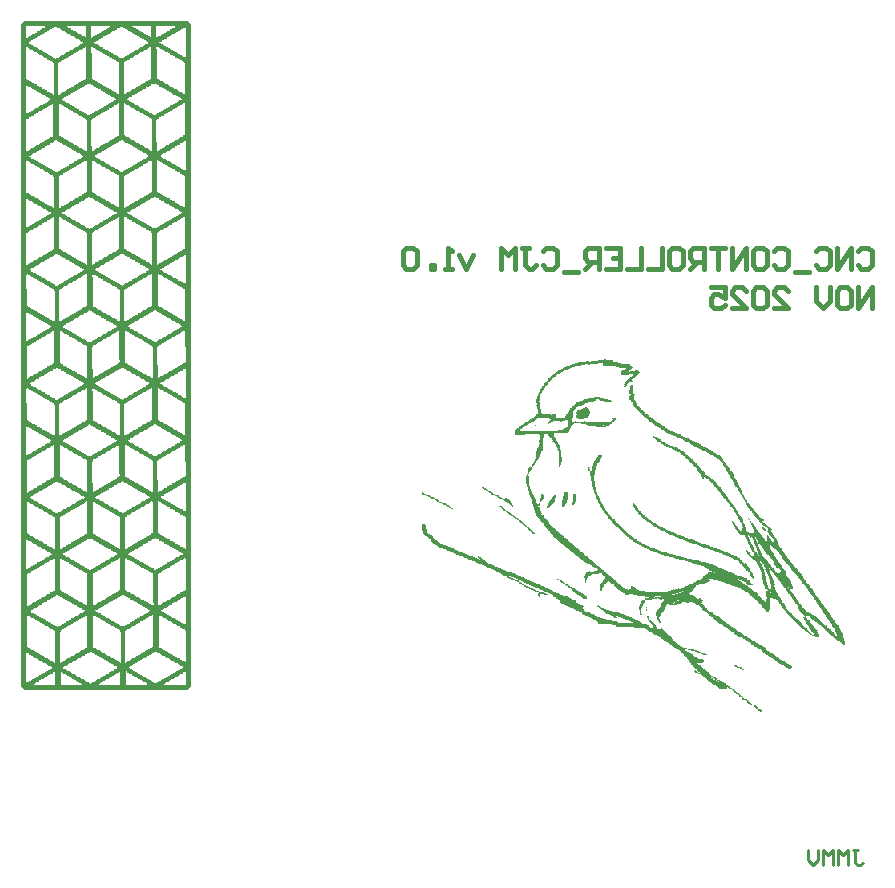
<source format=gbo>
G04*
G04 #@! TF.GenerationSoftware,Altium Limited,Altium Designer,24.10.1 (45)*
G04*
G04 Layer_Color=32896*
%FSLAX44Y44*%
%MOMM*%
G71*
G04*
G04 #@! TF.SameCoordinates,0EDCD7A5-6BC7-414E-B131-C269EAA69737*
G04*
G04*
G04 #@! TF.FilePolarity,Positive*
G04*
G01*
G75*
%ADD15C,0.2540*%
%ADD16C,0.3810*%
G36*
X581427Y439861D02*
X587535D01*
Y439183D01*
Y438504D01*
X586178D01*
Y437825D01*
X591608D01*
Y437146D01*
X594323D01*
Y436468D01*
X601788D01*
Y435789D01*
Y435110D01*
X602467D01*
Y434431D01*
X603146D01*
Y433753D01*
X604503D01*
Y433074D01*
X603146D01*
Y432395D01*
X602467D01*
Y431717D01*
X601110D01*
Y431038D01*
Y430359D01*
X600431D01*
Y429680D01*
X601788D01*
Y430359D01*
X605861D01*
Y431038D01*
X608576D01*
Y430359D01*
X609254D01*
Y429680D01*
X609933D01*
Y429002D01*
X609254D01*
Y428323D01*
Y427644D01*
X608576D01*
Y426965D01*
X607218D01*
Y426287D01*
X606539D01*
Y425608D01*
X605861D01*
Y424929D01*
X604503D01*
Y424251D01*
X603825D01*
Y423572D01*
X603146D01*
Y422893D01*
Y422215D01*
X604503D01*
Y421536D01*
Y420857D01*
Y420178D01*
X603825D01*
Y420857D01*
X600431D01*
Y420178D01*
X599752D01*
Y419500D01*
X599074D01*
Y418821D01*
Y418142D01*
X598395D01*
Y417463D01*
Y416785D01*
X596359D01*
Y417463D01*
Y418142D01*
X597037D01*
Y418821D01*
X596359D01*
Y419500D01*
X597037D01*
Y420178D01*
X597716D01*
Y420857D01*
X598395D01*
Y421536D01*
Y422215D01*
X599074D01*
Y422893D01*
X599752D01*
Y423572D01*
X600431D01*
Y424251D01*
X601110D01*
Y424929D01*
X601788D01*
Y425608D01*
X603146D01*
Y426287D01*
X603825D01*
Y426965D01*
X604503D01*
Y427644D01*
X600431D01*
Y426965D01*
X594323D01*
Y427644D01*
X593644D01*
Y428323D01*
Y429002D01*
Y429680D01*
Y430359D01*
X595001D01*
Y431038D01*
X596359D01*
Y431717D01*
X597716D01*
Y432395D01*
X598395D01*
Y433074D01*
X592286D01*
Y433753D01*
X589571D01*
Y434431D01*
X582784D01*
Y435110D01*
X578712D01*
Y435789D01*
Y436468D01*
Y437146D01*
X574640D01*
Y436468D01*
X567852D01*
Y435789D01*
X566495D01*
Y436468D01*
X563780D01*
Y435789D01*
X560387D01*
Y435110D01*
X556993D01*
Y434431D01*
X554957D01*
Y433753D01*
X552920D01*
Y433074D01*
X550884D01*
Y432395D01*
X548848D01*
Y431717D01*
X547491D01*
Y431038D01*
X546133D01*
Y430359D01*
X544776D01*
Y429680D01*
X543418D01*
Y429002D01*
X542061D01*
Y428323D01*
X541382D01*
Y427644D01*
X540025D01*
Y426965D01*
X539346D01*
Y426287D01*
X538667D01*
Y425608D01*
X537310D01*
Y424929D01*
X536631D01*
Y424251D01*
X535952D01*
Y423572D01*
X535274D01*
Y422893D01*
X534595D01*
Y422215D01*
X533916D01*
Y421536D01*
X533238D01*
Y420857D01*
X532559D01*
Y420178D01*
X531880D01*
Y419500D01*
Y418821D01*
X531201D01*
Y418142D01*
X530523D01*
Y417463D01*
X529844D01*
Y416785D01*
Y416106D01*
X529165D01*
Y415427D01*
X528487D01*
Y414748D01*
Y414070D01*
X527808D01*
Y413391D01*
X527129D01*
Y412712D01*
Y412034D01*
X526450D01*
Y411355D01*
Y410676D01*
X525772D01*
Y409997D01*
Y409319D01*
X525093D01*
Y408640D01*
Y407961D01*
Y407283D01*
Y406604D01*
Y405925D01*
Y405247D01*
X524414D01*
Y404568D01*
X525093D01*
Y403889D01*
Y403210D01*
Y402532D01*
Y401853D01*
Y401174D01*
Y400495D01*
Y399817D01*
Y399138D01*
Y398459D01*
X526450D01*
Y397780D01*
Y397102D01*
Y396423D01*
Y395744D01*
Y395066D01*
X527129D01*
Y394387D01*
X528487D01*
Y393708D01*
X534595D01*
Y393029D01*
X535952D01*
Y393708D01*
X537989D01*
Y394387D01*
X538667D01*
Y395066D01*
X539346D01*
Y394387D01*
Y393708D01*
Y393029D01*
Y392351D01*
Y391672D01*
Y390993D01*
X546812D01*
Y391672D01*
Y392351D01*
X547491D01*
Y393029D01*
Y393708D01*
X548170D01*
Y394387D01*
X548848D01*
Y395066D01*
X549527D01*
Y395744D01*
X550206D01*
Y396423D01*
Y397102D01*
Y397780D01*
X550884D01*
Y398459D01*
Y399138D01*
X552242D01*
Y399817D01*
X552920D01*
Y400495D01*
X553599D01*
Y401174D01*
X554278D01*
Y401853D01*
X554957D01*
Y402532D01*
X555635D01*
Y403210D01*
X556314D01*
Y403889D01*
X557672D01*
Y404568D01*
X559029D01*
Y405247D01*
X561744D01*
Y405925D01*
X563101D01*
Y406604D01*
X565816D01*
Y407283D01*
X567852D01*
Y407961D01*
X571246D01*
Y408640D01*
X575997D01*
Y407961D01*
X579391D01*
Y407283D01*
Y406604D01*
X582784D01*
Y405925D01*
X585499D01*
Y405247D01*
X586178D01*
Y404568D01*
X585499D01*
Y403889D01*
X582784D01*
Y404568D01*
X579391D01*
Y405247D01*
X576676D01*
Y405925D01*
X575318D01*
Y406604D01*
X573282D01*
Y405925D01*
Y405247D01*
X571246D01*
Y404568D01*
X567174D01*
Y403889D01*
X565816D01*
Y403210D01*
X563780D01*
Y402532D01*
X562423D01*
Y401853D01*
X561065D01*
Y401174D01*
X559708D01*
Y400495D01*
X557672D01*
Y399817D01*
X556314D01*
Y399138D01*
X555635D01*
Y398459D01*
X554957D01*
Y397780D01*
X554278D01*
Y397102D01*
Y396423D01*
X553599D01*
Y395744D01*
Y395066D01*
Y394387D01*
Y393708D01*
Y393029D01*
Y392351D01*
Y391672D01*
Y390993D01*
X552920D01*
Y390315D01*
Y389636D01*
Y388957D01*
Y388278D01*
Y387600D01*
X554957D01*
Y388278D01*
X556314D01*
Y387600D01*
X563101D01*
Y388278D01*
X563780D01*
Y387600D01*
X569889D01*
Y386921D01*
X583463D01*
Y387600D01*
X585499D01*
Y388278D01*
X586178D01*
Y388957D01*
X587535D01*
Y389636D01*
X586857D01*
Y390315D01*
X588214D01*
Y390993D01*
X589571D01*
Y390315D01*
Y389636D01*
Y388957D01*
X588893D01*
Y388278D01*
X588214D01*
Y387600D01*
Y386921D01*
X586857D01*
Y386242D01*
X586178D01*
Y385564D01*
X584820D01*
Y384885D01*
X584142D01*
Y384206D01*
X582784D01*
Y383527D01*
X581427D01*
Y384206D01*
X580069D01*
Y384885D01*
X578712D01*
Y384206D01*
X580069D01*
Y383527D01*
X581427D01*
Y382849D01*
X573282D01*
Y383527D01*
X571246D01*
Y384206D01*
X565816D01*
Y384885D01*
X564459D01*
Y385564D01*
X560387D01*
Y386242D01*
X554278D01*
Y385564D01*
X553599D01*
Y384885D01*
X552920D01*
Y384206D01*
X551563D01*
Y383527D01*
Y382849D01*
Y382170D01*
X550884D01*
Y381491D01*
Y380812D01*
X550206D01*
Y380134D01*
Y379455D01*
Y378776D01*
X548848D01*
Y378098D01*
X537310D01*
Y377419D01*
Y376740D01*
Y376061D01*
Y375383D01*
Y374704D01*
X537989D01*
Y374025D01*
X538667D01*
Y373346D01*
Y372668D01*
X539346D01*
Y371989D01*
Y371310D01*
X540025D01*
Y370632D01*
Y369953D01*
X540704D01*
Y369274D01*
Y368596D01*
X541382D01*
Y367917D01*
X542061D01*
Y367238D01*
Y366559D01*
X542740D01*
Y365881D01*
Y365202D01*
Y364523D01*
Y363844D01*
X543418D01*
Y363166D01*
Y362487D01*
Y361808D01*
Y361129D01*
Y360451D01*
Y359772D01*
Y359093D01*
Y358415D01*
Y357736D01*
X544097D01*
Y357057D01*
Y356379D01*
Y355700D01*
Y355021D01*
Y354342D01*
Y353664D01*
X543418D01*
Y352985D01*
Y352306D01*
Y351627D01*
Y350949D01*
X542740D01*
Y350270D01*
Y349591D01*
X541382D01*
Y350270D01*
Y350949D01*
Y351627D01*
Y352306D01*
Y352985D01*
Y353664D01*
Y354342D01*
Y355021D01*
Y355700D01*
Y356379D01*
Y357057D01*
Y357736D01*
Y358415D01*
Y359093D01*
Y359772D01*
Y360451D01*
Y361129D01*
Y361808D01*
Y362487D01*
Y363166D01*
X540704D01*
Y363844D01*
X540025D01*
Y364523D01*
X540704D01*
Y365202D01*
X540025D01*
Y365881D01*
X539346D01*
Y366559D01*
Y367238D01*
X538667D01*
Y367917D01*
Y368596D01*
X537989D01*
Y369274D01*
X537310D01*
Y369953D01*
Y370632D01*
X535952D01*
Y371310D01*
X536631D01*
Y371989D01*
X535952D01*
Y372668D01*
X535274D01*
Y373346D01*
X533916D01*
Y374025D01*
Y374704D01*
X533238D01*
Y375383D01*
X532559D01*
Y376061D01*
Y376740D01*
X529165D01*
Y376061D01*
Y375383D01*
Y374704D01*
X528487D01*
Y374025D01*
Y373346D01*
X527808D01*
Y372668D01*
Y371989D01*
Y371310D01*
Y370632D01*
Y369953D01*
Y369274D01*
Y368596D01*
Y367917D01*
Y367238D01*
Y366559D01*
Y365881D01*
Y365202D01*
Y364523D01*
Y363844D01*
Y363166D01*
X527129D01*
Y362487D01*
X526450D01*
Y361808D01*
Y361129D01*
Y360451D01*
X525772D01*
Y359772D01*
X525093D01*
Y359093D01*
Y358415D01*
Y357736D01*
X524414D01*
Y357057D01*
Y356379D01*
Y355700D01*
X523736D01*
Y355021D01*
X523057D01*
Y354342D01*
X522378D01*
Y353664D01*
Y352985D01*
X521699D01*
Y352306D01*
X521021D01*
Y351627D01*
Y350949D01*
X520342D01*
Y350270D01*
X519663D01*
Y349591D01*
Y348913D01*
X518984D01*
Y348234D01*
Y347555D01*
X518306D01*
Y346876D01*
X517627D01*
Y346198D01*
X516948D01*
Y345519D01*
Y344840D01*
X516269D01*
Y344161D01*
Y343483D01*
X515591D01*
Y342804D01*
Y342125D01*
Y341447D01*
X516269D01*
Y340768D01*
Y340089D01*
Y339410D01*
Y338732D01*
Y338053D01*
Y337374D01*
Y336696D01*
Y336017D01*
Y335338D01*
Y334659D01*
Y333981D01*
Y333302D01*
X516948D01*
Y332623D01*
Y331945D01*
Y331266D01*
Y330587D01*
X517627D01*
Y329908D01*
Y329230D01*
Y328551D01*
X518306D01*
Y327872D01*
X518984D01*
Y327193D01*
Y326515D01*
X519663D01*
Y325836D01*
Y325157D01*
X520342D01*
Y324478D01*
Y323800D01*
X521021D01*
Y323121D01*
Y322442D01*
X521699D01*
Y321764D01*
Y321085D01*
Y320406D01*
X522378D01*
Y319727D01*
Y319049D01*
Y318370D01*
X523057D01*
Y317691D01*
X524414D01*
Y318370D01*
X525093D01*
Y317691D01*
Y317013D01*
Y316334D01*
X523736D01*
Y315655D01*
X524414D01*
Y314977D01*
X525093D01*
Y314298D01*
Y313619D01*
Y312940D01*
X525772D01*
Y312262D01*
Y311583D01*
X526450D01*
Y310904D01*
Y310225D01*
X527129D01*
Y309547D01*
X526450D01*
Y308868D01*
X527808D01*
Y308189D01*
X528487D01*
Y307511D01*
Y306832D01*
X529165D01*
Y306153D01*
X529844D01*
Y305474D01*
X530523D01*
Y304796D01*
X531201D01*
Y304117D01*
X531880D01*
Y303438D01*
X532559D01*
Y302759D01*
X533238D01*
Y302081D01*
X531880D01*
Y301402D01*
X533238D01*
Y300723D01*
X533916D01*
Y300045D01*
X534595D01*
Y299366D01*
X535274D01*
Y298687D01*
X535952D01*
Y298008D01*
X536631D01*
Y297330D01*
X537989D01*
Y296651D01*
X538667D01*
Y295972D01*
X539346D01*
Y295294D01*
X540025D01*
Y294615D01*
X540704D01*
Y293936D01*
X541382D01*
Y293257D01*
X542740D01*
Y292579D01*
X543418D01*
Y291900D01*
X544097D01*
Y291221D01*
X544776D01*
Y290542D01*
X545455D01*
Y289864D01*
X546133D01*
Y289185D01*
X547491D01*
Y288506D01*
X548170D01*
Y287828D01*
X548848D01*
Y287149D01*
X549527D01*
Y286470D01*
X550206D01*
Y285791D01*
X550884D01*
Y285113D01*
X552242D01*
Y284434D01*
X552920D01*
Y283755D01*
X553599D01*
Y283076D01*
X554278D01*
Y282398D01*
X554957D01*
Y281719D01*
X556314D01*
Y281040D01*
X556993D01*
Y280362D01*
X557672D01*
Y279683D01*
X558350D01*
Y279004D01*
X559029D01*
Y278326D01*
X559708D01*
Y277647D01*
X561065D01*
Y276968D01*
X561744D01*
Y276289D01*
X562423D01*
Y275611D01*
X563101D01*
Y274932D01*
X563780D01*
Y274253D01*
X564459D01*
Y273574D01*
X565816D01*
Y272896D01*
X566495D01*
Y272217D01*
X567174D01*
Y271538D01*
X567852D01*
Y270860D01*
X568531D01*
Y270181D01*
X569210D01*
Y269502D01*
X570567D01*
Y268823D01*
X571246D01*
Y268145D01*
X571925D01*
Y267466D01*
X572603D01*
Y266787D01*
X573282D01*
Y266108D01*
X573961D01*
Y265430D01*
X575318D01*
Y264751D01*
X575997D01*
Y264072D01*
X576676D01*
Y263394D01*
X577355D01*
Y262715D01*
X578033D01*
Y262036D01*
X579391D01*
Y261357D01*
X580069D01*
Y260679D01*
X580748D01*
Y260000D01*
X581427D01*
Y259321D01*
X582106D01*
Y258643D01*
X582784D01*
Y257964D01*
X584142D01*
Y257285D01*
X584820D01*
Y256606D01*
X585499D01*
Y255928D01*
X586857D01*
Y255249D01*
X587535D01*
Y254570D01*
X588214D01*
Y253892D01*
X588893D01*
Y253213D01*
X589571D01*
Y252534D01*
X590250D01*
Y251855D01*
X590929D01*
Y251177D01*
X591608D01*
Y250498D01*
X592286D01*
Y249819D01*
X592965D01*
Y249140D01*
X593644D01*
Y248462D01*
X595001D01*
Y247783D01*
X595680D01*
Y247104D01*
X597037D01*
Y246425D01*
X597716D01*
Y245747D01*
X599752D01*
Y245068D01*
X601110D01*
Y245747D01*
X602467D01*
Y246425D01*
Y247104D01*
Y247783D01*
Y248462D01*
X604503D01*
Y247783D01*
X605861D01*
Y247104D01*
X606539D01*
Y246425D01*
Y245747D01*
X607218D01*
Y245068D01*
X609254D01*
Y244389D01*
X614006D01*
Y243711D01*
X617399D01*
Y243032D01*
X629616D01*
Y243711D01*
X633688D01*
Y244389D01*
X636403D01*
Y245068D01*
X637761D01*
Y245747D01*
X639118D01*
Y245068D01*
X639797D01*
Y245747D01*
X642512D01*
Y246425D01*
X643191D01*
Y245747D01*
X644548D01*
Y246425D01*
X645905D01*
Y247104D01*
X647263D01*
Y247783D01*
X648620D01*
Y248462D01*
X650656D01*
Y249140D01*
X651335D01*
Y249819D01*
X653371D01*
Y250498D01*
X654729D01*
Y251177D01*
X656086D01*
Y251855D01*
X657444D01*
Y252534D01*
X658801D01*
Y253213D01*
X660159D01*
Y253892D01*
X661516D01*
Y254570D01*
X662873D01*
Y255249D01*
X663552D01*
Y255928D01*
Y256606D01*
X664231D01*
Y257285D01*
X665588D01*
Y257964D01*
X666267D01*
Y258643D01*
X667625D01*
Y259321D01*
Y260000D01*
X672375D01*
Y260679D01*
X671018D01*
Y261357D01*
X668982D01*
Y262036D01*
X668303D01*
Y262715D01*
X666946D01*
Y263394D01*
X666267D01*
Y264072D01*
X664910D01*
Y264751D01*
X664231D01*
Y265430D01*
X661516D01*
Y266108D01*
X658801D01*
Y266787D01*
X658122D01*
Y267466D01*
X655407D01*
Y268145D01*
X653371D01*
Y268823D01*
X650656D01*
Y269502D01*
X647942D01*
Y270181D01*
X645227D01*
Y270860D01*
X644548D01*
Y270181D01*
X643869D01*
Y270860D01*
X643191D01*
Y271538D01*
X639797D01*
Y272217D01*
X637761D01*
Y272896D01*
X635046D01*
Y273574D01*
X632331D01*
Y274253D01*
X630295D01*
Y274932D01*
X628259D01*
Y275611D01*
X626222D01*
Y276289D01*
X624186D01*
Y276968D01*
X622829D01*
Y277647D01*
X620793D01*
Y278326D01*
X618756D01*
Y279004D01*
X617399D01*
Y279683D01*
X616042D01*
Y280362D01*
X614684D01*
Y281040D01*
X613327D01*
Y281719D01*
X611969D01*
Y282398D01*
X610612D01*
Y283076D01*
X609254D01*
Y283755D01*
X607897D01*
Y284434D01*
X607218D01*
Y285113D01*
X605861D01*
Y285791D01*
X604503D01*
Y286470D01*
X603825D01*
Y287149D01*
X602467D01*
Y287828D01*
X601788D01*
Y288506D01*
X601110D01*
Y289185D01*
X600431D01*
Y289864D01*
X599074D01*
Y290542D01*
X598395D01*
Y291221D01*
X597716D01*
Y291900D01*
X597037D01*
Y292579D01*
X596359D01*
Y293257D01*
X595680D01*
Y293936D01*
X595001D01*
Y294615D01*
X594323D01*
Y295294D01*
X593644D01*
Y295972D01*
X592965D01*
Y296651D01*
X592286D01*
Y297330D01*
X591608D01*
Y298008D01*
X590929D01*
Y298687D01*
X590250D01*
Y299366D01*
X588893D01*
Y300045D01*
X588214D01*
Y300723D01*
X587535D01*
Y301402D01*
X586857D01*
Y302081D01*
X586178D01*
Y302759D01*
Y303438D01*
X585499D01*
Y304117D01*
X584820D01*
Y304796D01*
X584142D01*
Y305474D01*
X583463D01*
Y306153D01*
Y306832D01*
X582784D01*
Y307511D01*
X582106D01*
Y308189D01*
X581427D01*
Y308868D01*
Y309547D01*
X580748D01*
Y310225D01*
X580069D01*
Y310904D01*
X579391D01*
Y311583D01*
Y312262D01*
X578712D01*
Y312940D01*
X578033D01*
Y313619D01*
Y314298D01*
X577355D01*
Y314977D01*
Y315655D01*
X576676D01*
Y316334D01*
X575997D01*
Y317013D01*
Y317691D01*
X575318D01*
Y318370D01*
Y319049D01*
X574640D01*
Y319727D01*
Y320406D01*
Y321085D01*
X573961D01*
Y321764D01*
Y322442D01*
X573282D01*
Y323121D01*
Y323800D01*
X572603D01*
Y324478D01*
Y325157D01*
X571925D01*
Y325836D01*
Y326515D01*
Y327193D01*
X571246D01*
Y327872D01*
Y328551D01*
Y329230D01*
Y329908D01*
X570567D01*
Y330587D01*
Y331266D01*
Y331945D01*
X569889D01*
Y332623D01*
Y333302D01*
Y333981D01*
Y334659D01*
X569210D01*
Y335338D01*
Y336017D01*
Y336696D01*
Y337374D01*
X568531D01*
Y338053D01*
Y338732D01*
Y339410D01*
Y340089D01*
Y340768D01*
Y341447D01*
X567852D01*
Y342125D01*
Y342804D01*
Y343483D01*
Y344161D01*
Y344840D01*
Y345519D01*
X566495D01*
Y346198D01*
Y346876D01*
Y347555D01*
Y348234D01*
X565816D01*
Y348913D01*
Y349591D01*
Y350270D01*
Y350949D01*
Y351627D01*
X566495D01*
Y350949D01*
Y350270D01*
Y349591D01*
X567174D01*
Y348913D01*
X567852D01*
Y348234D01*
X567174D01*
Y347555D01*
X567852D01*
Y346876D01*
Y346198D01*
X569210D01*
Y346876D01*
X569889D01*
Y347555D01*
Y348234D01*
Y348913D01*
Y349591D01*
Y350270D01*
X570567D01*
Y350949D01*
Y351627D01*
Y352306D01*
X571246D01*
Y352985D01*
Y353664D01*
Y354342D01*
X571925D01*
Y355021D01*
X573282D01*
Y355700D01*
Y356379D01*
Y357057D01*
X573961D01*
Y357736D01*
X574640D01*
Y358415D01*
Y359093D01*
X576676D01*
Y359772D01*
X578033D01*
Y359093D01*
Y358415D01*
Y357736D01*
X577355D01*
Y357057D01*
Y356379D01*
X576676D01*
Y355700D01*
X575997D01*
Y355021D01*
Y354342D01*
Y353664D01*
X575318D01*
Y352985D01*
X574640D01*
Y352306D01*
X573961D01*
Y351627D01*
Y350949D01*
Y350270D01*
X573282D01*
Y349591D01*
Y348913D01*
X572603D01*
Y348234D01*
Y347555D01*
Y346876D01*
X571925D01*
Y346198D01*
Y345519D01*
Y344840D01*
Y344161D01*
Y343483D01*
Y342804D01*
Y342125D01*
X571246D01*
Y341447D01*
Y340768D01*
Y340089D01*
Y339410D01*
Y338732D01*
Y338053D01*
Y337374D01*
X571925D01*
Y336696D01*
Y336017D01*
Y335338D01*
Y334659D01*
Y333981D01*
Y333302D01*
Y332623D01*
X572603D01*
Y331945D01*
Y331266D01*
Y330587D01*
Y329908D01*
X573282D01*
Y329230D01*
Y328551D01*
Y327872D01*
X573961D01*
Y327193D01*
Y326515D01*
Y325836D01*
X574640D01*
Y325157D01*
Y324478D01*
X575318D01*
Y323800D01*
Y323121D01*
X575997D01*
Y322442D01*
Y321764D01*
Y321085D01*
X576676D01*
Y320406D01*
X577355D01*
Y319727D01*
Y319049D01*
X578033D01*
Y318370D01*
Y317691D01*
X578712D01*
Y317013D01*
Y316334D01*
X579391D01*
Y315655D01*
Y314977D01*
X580069D01*
Y314298D01*
X580748D01*
Y313619D01*
Y312940D01*
X581427D01*
Y312262D01*
X582106D01*
Y311583D01*
Y310904D01*
X582784D01*
Y310225D01*
X583463D01*
Y309547D01*
X584142D01*
Y308868D01*
Y308189D01*
X584820D01*
Y307511D01*
X585499D01*
Y306832D01*
X586178D01*
Y306153D01*
X586857D01*
Y305474D01*
X587535D01*
Y304796D01*
X588893D01*
Y304117D01*
Y303438D01*
X589571D01*
Y302759D01*
X590250D01*
Y302081D01*
X590929D01*
Y301402D01*
X591608D01*
Y300723D01*
X592286D01*
Y300045D01*
X592965D01*
Y299366D01*
X593644D01*
Y298687D01*
X594323D01*
Y298008D01*
X595001D01*
Y297330D01*
X595680D01*
Y296651D01*
X596359D01*
Y295972D01*
X597037D01*
Y295294D01*
X597716D01*
Y294615D01*
X598395D01*
Y293936D01*
X599074D01*
Y293257D01*
X599752D01*
Y292579D01*
X600431D01*
Y291900D01*
X601110D01*
Y291221D01*
X602467D01*
Y290542D01*
X603146D01*
Y289864D01*
X603825D01*
Y289185D01*
X605182D01*
Y288506D01*
X605861D01*
Y287828D01*
X607218D01*
Y287149D01*
X607897D01*
Y286470D01*
X609254D01*
Y285791D01*
X610612D01*
Y285113D01*
X611969D01*
Y284434D01*
X613327D01*
Y283755D01*
X614684D01*
Y283076D01*
X616042D01*
Y282398D01*
X617399D01*
Y281719D01*
X618756D01*
Y281040D01*
X620793D01*
Y280362D01*
X622829D01*
Y279683D01*
X624186D01*
Y279004D01*
X626222D01*
Y278326D01*
X628259D01*
Y277647D01*
X630295D01*
Y276968D01*
X633010D01*
Y276289D01*
X635046D01*
Y275611D01*
X638439D01*
Y274932D01*
X640476D01*
Y274253D01*
X641833D01*
Y273574D01*
X644548D01*
Y272896D01*
X647263D01*
Y272217D01*
X649978D01*
Y271538D01*
X654050D01*
Y270860D01*
X656765D01*
Y270181D01*
X660159D01*
Y269502D01*
X662195D01*
Y268823D01*
X666267D01*
Y268145D01*
X668303D01*
Y267466D01*
X669661D01*
Y266787D01*
X671697D01*
Y266108D01*
X673733D01*
Y265430D01*
X675090D01*
Y264751D01*
X676448D01*
Y264072D01*
X678484D01*
Y263394D01*
X679842D01*
Y262715D01*
X681199D01*
Y262036D01*
X683235D01*
Y261357D01*
X684593D01*
Y260679D01*
X685950D01*
Y260000D01*
X687986D01*
Y259321D01*
X689344D01*
Y258643D01*
X690701D01*
Y257964D01*
X692058D01*
Y257285D01*
X694773D01*
Y256606D01*
X696131D01*
Y255928D01*
X698167D01*
Y255249D01*
X699524D01*
Y254570D01*
X700203D01*
Y255249D01*
X700882D01*
Y254570D01*
Y253892D01*
X701561D01*
Y253213D01*
X702918D01*
Y252534D01*
X703597D01*
Y251855D01*
Y251177D01*
X704276D01*
Y250498D01*
X704954D01*
Y249819D01*
X705633D01*
Y249140D01*
X700882D01*
Y249819D01*
X699524D01*
Y250498D01*
Y251177D01*
Y251855D01*
X698167D01*
Y252534D01*
X696809D01*
Y253213D01*
X695452D01*
Y253892D01*
X694095D01*
Y254570D01*
X692737D01*
Y253892D01*
Y253213D01*
X694095D01*
Y252534D01*
X695452D01*
Y251855D01*
X696809D01*
Y251177D01*
X697488D01*
Y250498D01*
Y249819D01*
X698846D01*
Y249140D01*
X700882D01*
Y248462D01*
X701561D01*
Y247783D01*
X702239D01*
Y247104D01*
X703597D01*
Y246425D01*
X704276D01*
Y245747D01*
X704954D01*
Y245068D01*
X705633D01*
Y244389D01*
X706990D01*
Y243711D01*
X708348D01*
Y243032D01*
X709026D01*
Y242353D01*
X709705D01*
Y241674D01*
Y240996D01*
X710384D01*
Y240317D01*
X711063D01*
Y239638D01*
X711741D01*
Y238960D01*
X712420D01*
Y238281D01*
X713778D01*
Y237602D01*
Y236924D01*
X714456D01*
Y236245D01*
X715135D01*
Y235566D01*
X715814D01*
Y234887D01*
X716492D01*
Y235566D01*
X717171D01*
Y236245D01*
Y236924D01*
Y237602D01*
X717850D01*
Y238281D01*
Y238960D01*
X717171D01*
Y239638D01*
Y240317D01*
Y240996D01*
Y241674D01*
Y242353D01*
Y243032D01*
Y243711D01*
X716492D01*
Y244389D01*
Y245068D01*
Y245747D01*
X715814D01*
Y246425D01*
Y247104D01*
Y247783D01*
Y248462D01*
X715135D01*
Y249140D01*
Y249819D01*
Y250498D01*
X714456D01*
Y251177D01*
Y251855D01*
Y252534D01*
Y253213D01*
Y253892D01*
X713778D01*
Y254570D01*
Y255249D01*
Y255928D01*
Y256606D01*
Y257285D01*
X713099D01*
Y257964D01*
Y258643D01*
Y259321D01*
Y260000D01*
Y260679D01*
X712420D01*
Y261357D01*
Y262036D01*
X711741D01*
Y262715D01*
Y263394D01*
Y264072D01*
X711063D01*
Y264751D01*
Y265430D01*
X710384D01*
Y266108D01*
X709705D01*
Y266787D01*
Y267466D01*
X709026D01*
Y268145D01*
Y268823D01*
X708348D01*
Y269502D01*
X707669D01*
Y270181D01*
X706990D01*
Y270860D01*
X705633D01*
Y271538D01*
X704954D01*
Y272217D01*
X704276D01*
Y272896D01*
X703597D01*
Y273574D01*
X702918D01*
Y274253D01*
X702239D01*
Y274932D01*
X701561D01*
Y275611D01*
X700882D01*
Y276289D01*
Y276968D01*
X700203D01*
Y277647D01*
X699524D01*
Y278326D01*
Y279004D01*
Y279683D01*
X700203D01*
Y279004D01*
X700882D01*
Y278326D01*
X701561D01*
Y277647D01*
X702239D01*
Y276968D01*
X702918D01*
Y276289D01*
X703597D01*
Y275611D01*
Y274932D01*
X704276D01*
Y274253D01*
X704954D01*
Y273574D01*
X706990D01*
Y274253D01*
Y274932D01*
Y275611D01*
X706312D01*
Y276289D01*
Y276968D01*
X705633D01*
Y277647D01*
X704954D01*
Y278326D01*
Y279004D01*
X704276D01*
Y279683D01*
Y280362D01*
X703597D01*
Y281040D01*
Y281719D01*
X702918D01*
Y282398D01*
Y283076D01*
X702239D01*
Y283755D01*
Y284434D01*
X701561D01*
Y285113D01*
Y285791D01*
Y286470D01*
X700882D01*
Y287149D01*
Y287828D01*
X700203D01*
Y288506D01*
X699524D01*
Y289185D01*
Y289864D01*
X698846D01*
Y290542D01*
Y291221D01*
X698167D01*
Y291900D01*
X694773D01*
Y292579D01*
X694095D01*
Y293257D01*
X693416D01*
Y293936D01*
X692737D01*
Y294615D01*
Y295294D01*
X692058D01*
Y295972D01*
X691380D01*
Y296651D01*
X690701D01*
Y297330D01*
Y298008D01*
X690022D01*
Y298687D01*
X689344D01*
Y299366D01*
Y300045D01*
X688665D01*
Y300723D01*
Y301402D01*
X687986D01*
Y302081D01*
Y302759D01*
Y303438D01*
X688665D01*
Y302759D01*
X689344D01*
Y302081D01*
X690022D01*
Y301402D01*
X690701D01*
Y300723D01*
Y300045D01*
X691380D01*
Y299366D01*
X692058D01*
Y298687D01*
Y298008D01*
X693416D01*
Y297330D01*
Y296651D01*
X694095D01*
Y295972D01*
X694773D01*
Y295294D01*
X695452D01*
Y294615D01*
X696131D01*
Y295294D01*
X696809D01*
Y295972D01*
Y296651D01*
Y297330D01*
X697488D01*
Y298008D01*
X696809D01*
Y298687D01*
Y299366D01*
X696131D01*
Y300045D01*
Y300723D01*
Y301402D01*
X695452D01*
Y302081D01*
Y302759D01*
X694773D01*
Y303438D01*
Y304117D01*
X694095D01*
Y304796D01*
X693416D01*
Y305474D01*
Y306153D01*
X692737D01*
Y306832D01*
Y307511D01*
X692058D01*
Y308189D01*
Y308868D01*
X691380D01*
Y309547D01*
Y310225D01*
X690701D01*
Y310904D01*
X690022D01*
Y311583D01*
Y312262D01*
X689344D01*
Y312940D01*
Y313619D01*
X688665D01*
Y314298D01*
X687986D01*
Y314977D01*
X687307D01*
Y315655D01*
X686629D01*
Y316334D01*
X685950D01*
Y317013D01*
Y317691D01*
X685271D01*
Y318370D01*
Y319049D01*
X684593D01*
Y319727D01*
X683914D01*
Y320406D01*
X683235D01*
Y321085D01*
X682556D01*
Y321764D01*
X681878D01*
Y322442D01*
X681199D01*
Y323121D01*
X680520D01*
Y323800D01*
Y324478D01*
X679842D01*
Y325157D01*
X679163D01*
Y325836D01*
X678484D01*
Y326515D01*
Y327193D01*
X677805D01*
Y327872D01*
X677127D01*
Y328551D01*
X676448D01*
Y329230D01*
Y329908D01*
X675769D01*
Y330587D01*
X675090D01*
Y331266D01*
X674412D01*
Y331945D01*
X673733D01*
Y332623D01*
X673054D01*
Y333302D01*
Y333981D01*
X672375D01*
Y334659D01*
X671697D01*
Y335338D01*
X671018D01*
Y336017D01*
X670339D01*
Y336696D01*
X669661D01*
Y337374D01*
X668303D01*
Y338053D01*
Y338732D01*
X666946D01*
Y339410D01*
X666267D01*
Y340089D01*
X664910D01*
Y340768D01*
X664231D01*
Y340089D01*
Y339410D01*
X662873D01*
Y340089D01*
Y340768D01*
X662195D01*
Y341447D01*
Y342125D01*
Y342804D01*
X661516D01*
Y343483D01*
X660837D01*
Y344161D01*
X660159D01*
Y344840D01*
X659480D01*
Y345519D01*
X658801D01*
Y346198D01*
X658122D01*
Y346876D01*
Y347555D01*
Y348234D01*
X657444D01*
Y348913D01*
X656765D01*
Y349591D01*
X656086D01*
Y350270D01*
X655407D01*
Y350949D01*
X654729D01*
Y351627D01*
X654050D01*
Y352306D01*
X653371D01*
Y352985D01*
X652693D01*
Y353664D01*
X652014D01*
Y354342D01*
X651335D01*
Y355021D01*
X650656D01*
Y355700D01*
X649978D01*
Y356379D01*
X649299D01*
Y357057D01*
X648620D01*
Y357736D01*
X647942D01*
Y358415D01*
X646584D01*
Y359093D01*
X645905D01*
Y359772D01*
X645227D01*
Y360451D01*
X644548D01*
Y361129D01*
X643869D01*
Y361808D01*
X641833D01*
Y362487D01*
X641154D01*
Y363166D01*
X639797D01*
Y363844D01*
X638439D01*
Y364523D01*
X637082D01*
Y365202D01*
X635046D01*
Y365881D01*
X633688D01*
Y366559D01*
X632331D01*
Y367238D01*
X630295D01*
Y367917D01*
X629616D01*
Y368596D01*
X628259D01*
Y369274D01*
X627580D01*
Y369953D01*
X626222D01*
Y370632D01*
X624865D01*
Y371310D01*
X624186D01*
Y371989D01*
X623508D01*
Y372668D01*
X622829D01*
Y373346D01*
X622150D01*
Y374025D01*
X621471D01*
Y374704D01*
Y375383D01*
X622150D01*
Y374704D01*
X624186D01*
Y374025D01*
X624865D01*
Y373346D01*
X626222D01*
Y372668D01*
X627580D01*
Y371989D01*
X628259D01*
Y371310D01*
X628937D01*
Y370632D01*
X630295D01*
Y369953D01*
X630974D01*
Y369274D01*
X632331D01*
Y368596D01*
X633688D01*
Y367917D01*
X635725D01*
Y367238D01*
X637761D01*
Y366559D01*
X639118D01*
Y365881D01*
X641154D01*
Y365202D01*
X642512D01*
Y364523D01*
X643869D01*
Y363844D01*
X644548D01*
Y363166D01*
X645905D01*
Y362487D01*
X647263D01*
Y361808D01*
X647942D01*
Y361129D01*
X648620D01*
Y360451D01*
X649299D01*
Y359772D01*
X649978D01*
Y359093D01*
X650656D01*
Y358415D01*
X651335D01*
Y357736D01*
X652693D01*
Y357057D01*
X653371D01*
Y356379D01*
X654050D01*
Y355700D01*
X654729D01*
Y355021D01*
X655407D01*
Y354342D01*
X656086D01*
Y353664D01*
X656765D01*
Y352985D01*
X657444D01*
Y352306D01*
X658122D01*
Y351627D01*
X658801D01*
Y350949D01*
X659480D01*
Y350270D01*
X660159D01*
Y349591D01*
Y348913D01*
X660837D01*
Y348234D01*
X661516D01*
Y347555D01*
X662195D01*
Y346876D01*
X662873D01*
Y346198D01*
X663552D01*
Y345519D01*
X664231D01*
Y344840D01*
X664910D01*
Y344161D01*
Y343483D01*
X665588D01*
Y342804D01*
X666267D01*
Y342125D01*
X666946D01*
Y341447D01*
X668303D01*
Y340768D01*
X669661D01*
Y340089D01*
X670339D01*
Y339410D01*
X671697D01*
Y338732D01*
X672375D01*
Y338053D01*
X673054D01*
Y337374D01*
X673733D01*
Y336696D01*
X674412D01*
Y336017D01*
X675090D01*
Y335338D01*
Y334659D01*
X675769D01*
Y333981D01*
X676448D01*
Y333302D01*
X677127D01*
Y332623D01*
X677805D01*
Y331945D01*
X678484D01*
Y331266D01*
Y330587D01*
X679163D01*
Y329908D01*
X679842D01*
Y329230D01*
X680520D01*
Y328551D01*
Y327872D01*
X681199D01*
Y327193D01*
X681878D01*
Y326515D01*
X682556D01*
Y325836D01*
Y325157D01*
X683235D01*
Y324478D01*
X683914D01*
Y323800D01*
X684593D01*
Y323121D01*
Y322442D01*
X685271D01*
Y321764D01*
Y321085D01*
X685950D01*
Y320406D01*
X686629D01*
Y319727D01*
X687307D01*
Y319049D01*
X687986D01*
Y318370D01*
Y317691D01*
X688665D01*
Y317013D01*
X689344D01*
Y316334D01*
X690022D01*
Y315655D01*
Y314977D01*
X690701D01*
Y314298D01*
X691380D01*
Y313619D01*
Y312940D01*
X692058D01*
Y312262D01*
Y311583D01*
X692737D01*
Y310904D01*
X693416D01*
Y310225D01*
Y309547D01*
X694095D01*
Y308868D01*
X694773D01*
Y308189D01*
Y307511D01*
X695452D01*
Y306832D01*
X696131D01*
Y306153D01*
Y305474D01*
X696809D01*
Y304796D01*
X697488D01*
Y304117D01*
Y303438D01*
Y302759D01*
Y302081D01*
X698167D01*
Y301402D01*
Y300723D01*
X698846D01*
Y300045D01*
Y299366D01*
Y298687D01*
X699524D01*
Y298008D01*
Y297330D01*
Y296651D01*
Y295972D01*
Y295294D01*
Y294615D01*
X700882D01*
Y293936D01*
X702239D01*
Y293257D01*
X706312D01*
Y293936D01*
Y294615D01*
X706990D01*
Y295294D01*
Y295972D01*
X706312D01*
Y296651D01*
X705633D01*
Y297330D01*
Y298008D01*
X704954D01*
Y298687D01*
Y299366D01*
Y300045D01*
X704276D01*
Y300723D01*
Y301402D01*
X703597D01*
Y302081D01*
Y302759D01*
X702918D01*
Y303438D01*
Y304117D01*
X702239D01*
Y304796D01*
X701561D01*
Y305474D01*
Y306153D01*
X702239D01*
Y305474D01*
X702918D01*
Y304796D01*
Y304117D01*
X703597D01*
Y303438D01*
X704276D01*
Y302759D01*
Y302081D01*
X704954D01*
Y301402D01*
X705633D01*
Y300723D01*
X706312D01*
Y300045D01*
X706990D01*
Y299366D01*
X707669D01*
Y298687D01*
Y298008D01*
X708348D01*
Y297330D01*
Y296651D01*
X709026D01*
Y295972D01*
X709705D01*
Y295294D01*
X710384D01*
Y294615D01*
Y293936D01*
X711063D01*
Y293257D01*
X711741D01*
Y292579D01*
X712420D01*
Y291900D01*
X713099D01*
Y291221D01*
Y290542D01*
X713778D01*
Y289864D01*
X714456D01*
Y289185D01*
X715135D01*
Y288506D01*
X716492D01*
Y287828D01*
X715814D01*
Y287149D01*
Y286470D01*
X716492D01*
Y285791D01*
X717171D01*
Y286470D01*
X717850D01*
Y287149D01*
Y287828D01*
Y288506D01*
Y289185D01*
Y289864D01*
Y290542D01*
Y291221D01*
X718529D01*
Y290542D01*
X719207D01*
Y289864D01*
Y289185D01*
X719886D01*
Y288506D01*
X720565D01*
Y287828D01*
X721244D01*
Y287149D01*
Y286470D01*
X721922D01*
Y285791D01*
X723280D01*
Y286470D01*
Y287149D01*
Y287828D01*
X722601D01*
Y288506D01*
Y289185D01*
X721922D01*
Y289864D01*
X721244D01*
Y290542D01*
X720565D01*
Y291221D01*
X719886D01*
Y291900D01*
X719207D01*
Y292579D01*
Y293257D01*
X718529D01*
Y293936D01*
X717850D01*
Y294615D01*
X715135D01*
Y295294D01*
Y295972D01*
X714456D01*
Y296651D01*
X713778D01*
Y297330D01*
Y298008D01*
X715135D01*
Y297330D01*
X715814D01*
Y296651D01*
X716492D01*
Y295972D01*
X717171D01*
Y295294D01*
X718529D01*
Y295972D01*
Y296651D01*
Y297330D01*
X717850D01*
Y298008D01*
X717171D01*
Y298687D01*
X715814D01*
Y299366D01*
X714456D01*
Y300045D01*
X713778D01*
Y300723D01*
X713099D01*
Y301402D01*
X712420D01*
Y302081D01*
X711741D01*
Y302759D01*
X711063D01*
Y303438D01*
Y304117D01*
X710384D01*
Y304796D01*
X709705D01*
Y305474D01*
X709026D01*
Y306153D01*
X708348D01*
Y306832D01*
X707669D01*
Y307511D01*
X706990D01*
Y308189D01*
Y308868D01*
X706312D01*
Y309547D01*
X705633D01*
Y310225D01*
X704954D01*
Y310904D01*
Y311583D01*
X704276D01*
Y312262D01*
X703597D01*
Y312940D01*
X702918D01*
Y313619D01*
X702239D01*
Y314298D01*
X701561D01*
Y314977D01*
X700882D01*
Y315655D01*
Y316334D01*
Y317013D01*
X700203D01*
Y317691D01*
Y318370D01*
X699524D01*
Y319049D01*
Y319727D01*
X698846D01*
Y320406D01*
Y321085D01*
X698167D01*
Y321764D01*
Y322442D01*
X697488D01*
Y323121D01*
Y323800D01*
X696809D01*
Y324478D01*
X696131D01*
Y325157D01*
Y325836D01*
X695452D01*
Y326515D01*
X694773D01*
Y327193D01*
Y327872D01*
X694095D01*
Y328551D01*
X693416D01*
Y329230D01*
Y329908D01*
X692737D01*
Y330587D01*
Y331266D01*
X692058D01*
Y331945D01*
X691380D01*
Y332623D01*
X690701D01*
Y333302D01*
Y333981D01*
X690022D01*
Y334659D01*
Y335338D01*
Y336017D01*
X689344D01*
Y336696D01*
X688665D01*
Y337374D01*
Y338053D01*
X687986D01*
Y338732D01*
Y339410D01*
X687307D01*
Y340089D01*
X686629D01*
Y340768D01*
Y341447D01*
X685950D01*
Y342125D01*
Y342804D01*
X685271D01*
Y343483D01*
X684593D01*
Y344161D01*
Y344840D01*
X683914D01*
Y345519D01*
Y346198D01*
X683235D01*
Y346876D01*
X682556D01*
Y347555D01*
Y348234D01*
X681878D01*
Y348913D01*
Y349591D01*
X681199D01*
Y350270D01*
X680520D01*
Y350949D01*
Y351627D01*
Y352306D01*
X679842D01*
Y352985D01*
X679163D01*
Y353664D01*
X678484D01*
Y354342D01*
X677805D01*
Y355021D01*
X677127D01*
Y355700D01*
X676448D01*
Y356379D01*
X675769D01*
Y357057D01*
X674412D01*
Y357736D01*
X673054D01*
Y358415D01*
X672375D01*
Y359093D01*
X671018D01*
Y359772D01*
X669661D01*
Y360451D01*
X668303D01*
Y361129D01*
X666946D01*
Y361808D01*
X666267D01*
Y362487D01*
X664910D01*
Y363166D01*
X662873D01*
Y363844D01*
X661516D01*
Y364523D01*
X660159D01*
Y365202D01*
X658801D01*
Y365881D01*
X657444D01*
Y366559D01*
X656086D01*
Y367238D01*
X654729D01*
Y367917D01*
X653371D01*
Y368596D01*
X652693D01*
Y369274D01*
X651335D01*
Y369953D01*
X649978D01*
Y370632D01*
X648620D01*
Y371310D01*
X647263D01*
Y371989D01*
X646584D01*
Y372668D01*
X644548D01*
Y373346D01*
X643191D01*
Y374025D01*
X641833D01*
Y374704D01*
X640476D01*
Y375383D01*
X638439D01*
Y376061D01*
X636403D01*
Y376740D01*
X635046D01*
Y377419D01*
X633688D01*
Y378098D01*
X632331D01*
Y378776D01*
X630974D01*
Y379455D01*
X630295D01*
Y380134D01*
X629616D01*
Y380812D01*
X628259D01*
Y381491D01*
X627580D01*
Y382170D01*
X626222D01*
Y382849D01*
X624865D01*
Y383527D01*
X624186D01*
Y384206D01*
X622829D01*
Y384885D01*
X622150D01*
Y385564D01*
X620793D01*
Y386242D01*
X620114D01*
Y386921D01*
X619435D01*
Y387600D01*
X618078D01*
Y388278D01*
X617399D01*
Y388957D01*
X616720D01*
Y389636D01*
X616042D01*
Y390315D01*
X614684D01*
Y390993D01*
X614006D01*
Y391672D01*
X613327D01*
Y392351D01*
X612648D01*
Y393029D01*
X611969D01*
Y393708D01*
X611291D01*
Y394387D01*
X610612D01*
Y395066D01*
X609933D01*
Y395744D01*
X609254D01*
Y396423D01*
X608576D01*
Y397102D01*
X607897D01*
Y397780D01*
X607218D01*
Y398459D01*
X606539D01*
Y399138D01*
X605861D01*
Y399817D01*
X605182D01*
Y400495D01*
Y401174D01*
X604503D01*
Y401853D01*
X603825D01*
Y402532D01*
Y403210D01*
Y403889D01*
X603146D01*
Y404568D01*
X602467D01*
Y405247D01*
Y405925D01*
X600431D01*
Y406604D01*
Y407283D01*
Y407961D01*
Y408640D01*
Y409319D01*
X601788D01*
Y409997D01*
X602467D01*
Y410676D01*
Y411355D01*
X600431D01*
Y412034D01*
Y412712D01*
X601110D01*
Y413391D01*
Y414070D01*
Y414748D01*
X601788D01*
Y415427D01*
Y416106D01*
Y416785D01*
Y417463D01*
Y418142D01*
X602467D01*
Y417463D01*
X603825D01*
Y418142D01*
X602467D01*
Y418821D01*
X604503D01*
Y418142D01*
Y417463D01*
Y416785D01*
X603825D01*
Y416106D01*
Y415427D01*
Y414748D01*
Y414070D01*
Y413391D01*
Y412712D01*
Y412034D01*
Y411355D01*
X605861D01*
Y410676D01*
Y409997D01*
X605182D01*
Y409319D01*
Y408640D01*
Y407961D01*
Y407283D01*
Y406604D01*
Y405925D01*
X605861D01*
Y405247D01*
X606539D01*
Y404568D01*
Y403889D01*
Y403210D01*
X607218D01*
Y402532D01*
X607897D01*
Y401853D01*
Y401174D01*
X608576D01*
Y400495D01*
X609254D01*
Y399817D01*
X609933D01*
Y399138D01*
X610612D01*
Y398459D01*
X611291D01*
Y397780D01*
X611969D01*
Y397102D01*
X612648D01*
Y396423D01*
X613327D01*
Y395744D01*
X614006D01*
Y395066D01*
X614684D01*
Y394387D01*
X615363D01*
Y393708D01*
X616720D01*
Y393029D01*
X617399D01*
Y392351D01*
X618078D01*
Y391672D01*
X619435D01*
Y390993D01*
X620114D01*
Y390315D01*
X620793D01*
Y389636D01*
X622150D01*
Y388957D01*
X622829D01*
Y388278D01*
X623508D01*
Y387600D01*
X624865D01*
Y386921D01*
X625544D01*
Y386242D01*
X626901D01*
Y385564D01*
X628259D01*
Y384885D01*
X628937D01*
Y384206D01*
X629616D01*
Y383527D01*
X630974D01*
Y382849D01*
X631652D01*
Y382170D01*
X633010D01*
Y381491D01*
X633688D01*
Y380812D01*
X634367D01*
Y380134D01*
X635725D01*
Y379455D01*
X638439D01*
Y378776D01*
X639797D01*
Y378098D01*
X641154D01*
Y377419D01*
X643191D01*
Y376740D01*
X644548D01*
Y376061D01*
X645227D01*
Y375383D01*
X646584D01*
Y374704D01*
X647942D01*
Y374025D01*
X649299D01*
Y373346D01*
X651335D01*
Y372668D01*
X652693D01*
Y371989D01*
X654050D01*
Y371310D01*
X656086D01*
Y370632D01*
X656765D01*
Y369953D01*
X658801D01*
Y369274D01*
X660159D01*
Y368596D01*
X661516D01*
Y367917D01*
X662195D01*
Y367238D01*
X663552D01*
Y366559D01*
X664910D01*
Y365881D01*
X666267D01*
Y365202D01*
X667625D01*
Y364523D01*
X668982D01*
Y363844D01*
X670339D01*
Y363166D01*
X671018D01*
Y362487D01*
X671697D01*
Y361808D01*
X673054D01*
Y361129D01*
X674412D01*
Y360451D01*
X675769D01*
Y359772D01*
X677127D01*
Y359093D01*
X677805D01*
Y358415D01*
X678484D01*
Y357736D01*
X679163D01*
Y357057D01*
X679842D01*
Y356379D01*
Y355700D01*
X680520D01*
Y355021D01*
Y354342D01*
X681199D01*
Y353664D01*
X681878D01*
Y352985D01*
Y352306D01*
X682556D01*
Y351627D01*
X683235D01*
Y350949D01*
X683914D01*
Y350270D01*
X684593D01*
Y349591D01*
X685271D01*
Y348913D01*
Y348234D01*
X685950D01*
Y347555D01*
X686629D01*
Y346876D01*
Y346198D01*
X687307D01*
Y345519D01*
X687986D01*
Y344840D01*
X688665D01*
Y344161D01*
Y343483D01*
X689344D01*
Y342804D01*
Y342125D01*
X690022D01*
Y341447D01*
Y340768D01*
Y340089D01*
X690701D01*
Y339410D01*
Y338732D01*
X691380D01*
Y338053D01*
X692058D01*
Y337374D01*
Y336696D01*
X692737D01*
Y336017D01*
Y335338D01*
Y334659D01*
X693416D01*
Y333981D01*
X694095D01*
Y333302D01*
Y332623D01*
X694773D01*
Y331945D01*
Y331266D01*
X695452D01*
Y330587D01*
Y329908D01*
X696131D01*
Y329230D01*
Y328551D01*
X696809D01*
Y327872D01*
Y327193D01*
Y326515D01*
X697488D01*
Y325836D01*
Y325157D01*
X698167D01*
Y324478D01*
Y323800D01*
X698846D01*
Y323121D01*
Y322442D01*
X699524D01*
Y321764D01*
X700203D01*
Y321085D01*
X700882D01*
Y320406D01*
Y319727D01*
Y319049D01*
X701561D01*
Y318370D01*
X702239D01*
Y317691D01*
X702918D01*
Y317013D01*
X703597D01*
Y316334D01*
X704276D01*
Y315655D01*
X704954D01*
Y314977D01*
Y314298D01*
X705633D01*
Y313619D01*
X706312D01*
Y312940D01*
X706990D01*
Y312262D01*
Y311583D01*
X707669D01*
Y310904D01*
X708348D01*
Y310225D01*
X709026D01*
Y309547D01*
X709705D01*
Y308868D01*
X710384D01*
Y308189D01*
X711063D01*
Y307511D01*
Y306832D01*
X711741D01*
Y306153D01*
X713099D01*
Y305474D01*
X713778D01*
Y304796D01*
X715135D01*
Y304117D01*
Y303438D01*
X713778D01*
Y302759D01*
X714456D01*
Y302081D01*
X715135D01*
Y301402D01*
X715814D01*
Y300723D01*
X716492D01*
Y300045D01*
X717850D01*
Y299366D01*
X718529D01*
Y298687D01*
X719207D01*
Y298008D01*
X720565D01*
Y297330D01*
X721244D01*
Y296651D01*
X721922D01*
Y295972D01*
X721244D01*
Y295294D01*
Y294615D01*
Y293936D01*
X721922D01*
Y293257D01*
X722601D01*
Y292579D01*
Y291900D01*
X723280D01*
Y291221D01*
Y290542D01*
X723958D01*
Y289864D01*
X724637D01*
Y289185D01*
X725316D01*
Y288506D01*
Y287828D01*
X725995D01*
Y287149D01*
Y286470D01*
X726673D01*
Y285791D01*
Y285113D01*
X727352D01*
Y284434D01*
Y283755D01*
Y283076D01*
X728031D01*
Y282398D01*
Y281719D01*
X728709D01*
Y281040D01*
X729388D01*
Y280362D01*
X730067D01*
Y279683D01*
Y279004D01*
X730746D01*
Y278326D01*
X731424D01*
Y277647D01*
Y276968D01*
X732103D01*
Y276289D01*
X732782D01*
Y275611D01*
Y274932D01*
X733460D01*
Y274253D01*
X734139D01*
Y273574D01*
X734818D01*
Y272896D01*
Y272217D01*
X735497D01*
Y271538D01*
X736175D01*
Y270860D01*
Y270181D01*
X736854D01*
Y269502D01*
X737533D01*
Y268823D01*
X738212D01*
Y268145D01*
X738890D01*
Y267466D01*
X739569D01*
Y266787D01*
Y266108D01*
X740248D01*
Y265430D01*
X740926D01*
Y264751D01*
X741605D01*
Y264072D01*
X742284D01*
Y263394D01*
X742963D01*
Y262715D01*
X743641D01*
Y262036D01*
X744320D01*
Y261357D01*
Y260679D01*
X744999D01*
Y260000D01*
X745677D01*
Y259321D01*
X746356D01*
Y258643D01*
X747035D01*
Y257964D01*
Y257285D01*
X747714D01*
Y256606D01*
X748392D01*
Y255928D01*
Y255249D01*
X749071D01*
Y254570D01*
Y253892D01*
X749750D01*
Y253213D01*
X750428D01*
Y252534D01*
Y251855D01*
X751107D01*
Y251177D01*
X751786D01*
Y250498D01*
X752465D01*
Y249819D01*
X753143D01*
Y249140D01*
X753822D01*
Y248462D01*
Y247783D01*
X754501D01*
Y247104D01*
X755180D01*
Y246425D01*
X755858D01*
Y245747D01*
X756537D01*
Y245068D01*
Y244389D01*
X757216D01*
Y243711D01*
X757895D01*
Y243032D01*
Y242353D01*
X758573D01*
Y241674D01*
Y240996D01*
X759252D01*
Y240317D01*
X759931D01*
Y239638D01*
Y238960D01*
X760609D01*
Y238281D01*
X761288D01*
Y237602D01*
X761967D01*
Y236924D01*
X762645D01*
Y236245D01*
Y235566D01*
X763324D01*
Y234887D01*
Y234209D01*
X764003D01*
Y233530D01*
X764682D01*
Y232851D01*
X765360D01*
Y232172D01*
X766039D01*
Y231494D01*
Y230815D01*
X766718D01*
Y230136D01*
X767397D01*
Y229457D01*
Y228779D01*
X768075D01*
Y228100D01*
X768754D01*
Y227421D01*
X769433D01*
Y226743D01*
X770111D01*
Y226064D01*
Y225385D01*
X770790D01*
Y224706D01*
Y224028D01*
X771469D01*
Y223349D01*
X772148D01*
Y222670D01*
Y221992D01*
X772826D01*
Y221313D01*
X773505D01*
Y220634D01*
Y219955D01*
X774184D01*
Y219277D01*
X774863D01*
Y218598D01*
Y217919D01*
X775541D01*
Y217241D01*
X776220D01*
Y216562D01*
X776899D01*
Y215883D01*
Y215204D01*
X778256D01*
Y214526D01*
Y213847D01*
Y213168D01*
X778935D01*
Y212489D01*
X779614D01*
Y211811D01*
Y211132D01*
X780292D01*
Y210453D01*
Y209775D01*
X780971D01*
Y209096D01*
Y208417D01*
X781650D01*
Y207738D01*
Y207060D01*
X782328D01*
Y206381D01*
Y205702D01*
Y205023D01*
Y204345D01*
X783007D01*
Y203666D01*
Y202987D01*
Y202309D01*
Y201630D01*
X783686D01*
Y200951D01*
Y200273D01*
Y199594D01*
Y198915D01*
X781650D01*
Y199594D01*
X780971D01*
Y200273D01*
X780292D01*
Y200951D01*
X779614D01*
Y201630D01*
X778935D01*
Y202309D01*
X776899D01*
Y202987D01*
X776220D01*
Y203666D01*
X774863D01*
Y204345D01*
X774184D01*
Y205023D01*
X773505D01*
Y205702D01*
X772826D01*
Y206381D01*
X772148D01*
Y207060D01*
X770790D01*
Y207738D01*
X770111D01*
Y208417D01*
X769433D01*
Y209096D01*
X768754D01*
Y209775D01*
X768075D01*
Y210453D01*
X767397D01*
Y211132D01*
X766718D01*
Y211811D01*
X766039D01*
Y212489D01*
X765360D01*
Y213168D01*
X764682D01*
Y213847D01*
X764003D01*
Y214526D01*
X763324D01*
Y215204D01*
X761967D01*
Y215883D01*
X761288D01*
Y216562D01*
X760609D01*
Y217241D01*
X759931D01*
Y217919D01*
X758573D01*
Y218598D01*
X757216D01*
Y219277D01*
X755858D01*
Y219955D01*
Y220634D01*
X755180D01*
Y221313D01*
X754501D01*
Y221992D01*
X753822D01*
Y222670D01*
X753143D01*
Y223349D01*
X750428D01*
Y222670D01*
X751107D01*
Y221992D01*
Y221313D01*
X751786D01*
Y220634D01*
Y219955D01*
X752465D01*
Y219277D01*
X753822D01*
Y218598D01*
Y217919D01*
X754501D01*
Y217241D01*
X755180D01*
Y216562D01*
Y215883D01*
X755858D01*
Y215204D01*
X756537D01*
Y214526D01*
X757216D01*
Y213847D01*
Y213168D01*
X757895D01*
Y212489D01*
X758573D01*
Y211811D01*
X759252D01*
Y211132D01*
X760609D01*
Y210453D01*
X759931D01*
Y209775D01*
Y209096D01*
X760609D01*
Y208417D01*
Y207738D01*
X761288D01*
Y207060D01*
Y206381D01*
Y205702D01*
Y205023D01*
X758573D01*
Y205702D01*
X756537D01*
Y206381D01*
X755858D01*
Y207060D01*
X754501D01*
Y207738D01*
X753143D01*
Y208417D01*
X752465D01*
Y209096D01*
X751786D01*
Y209775D01*
X751107D01*
Y210453D01*
X749750D01*
Y211132D01*
X749071D01*
Y211811D01*
X747714D01*
Y212489D01*
X747035D01*
Y213168D01*
X746356D01*
Y213847D01*
X745677D01*
Y214526D01*
X744999D01*
Y215204D01*
X744320D01*
Y215883D01*
X743641D01*
Y216562D01*
X742963D01*
Y217241D01*
X742284D01*
Y217919D01*
X741605D01*
Y218598D01*
X740926D01*
Y219277D01*
X740248D01*
Y219955D01*
X739569D01*
Y220634D01*
X738890D01*
Y221313D01*
X738212D01*
Y221992D01*
X737533D01*
Y222670D01*
X736854D01*
Y223349D01*
X736175D01*
Y224028D01*
X735497D01*
Y224706D01*
X734818D01*
Y225385D01*
X734139D01*
Y226064D01*
Y226743D01*
X733460D01*
Y227421D01*
X732782D01*
Y228100D01*
X732103D01*
Y228779D01*
X731424D01*
Y229457D01*
X730746D01*
Y230136D01*
Y230815D01*
X730067D01*
Y231494D01*
X729388D01*
Y232172D01*
Y232851D01*
X728709D01*
Y233530D01*
X728031D01*
Y234209D01*
Y234887D01*
X727352D01*
Y235566D01*
Y236245D01*
X726673D01*
Y236924D01*
X725316D01*
Y237602D01*
X722601D01*
Y238281D01*
X720565D01*
Y237602D01*
Y236924D01*
X719886D01*
Y236245D01*
Y235566D01*
Y234887D01*
Y234209D01*
Y233530D01*
Y232851D01*
Y232172D01*
Y231494D01*
Y230815D01*
Y230136D01*
Y229457D01*
Y228779D01*
Y228100D01*
X719207D01*
Y227421D01*
Y226743D01*
Y226064D01*
X718529D01*
Y226743D01*
X717171D01*
Y227421D01*
X716492D01*
Y228100D01*
X715814D01*
Y228779D01*
X715135D01*
Y229457D01*
X714456D01*
Y230136D01*
X713778D01*
Y230815D01*
X713099D01*
Y231494D01*
Y232172D01*
X712420D01*
Y232851D01*
X711741D01*
Y233530D01*
X711063D01*
Y234209D01*
X710384D01*
Y234887D01*
X709705D01*
Y235566D01*
X709026D01*
Y236245D01*
X708348D01*
Y236924D01*
X707669D01*
Y237602D01*
X706312D01*
Y238281D01*
X705633D01*
Y238960D01*
X704954D01*
Y239638D01*
X704276D01*
Y240317D01*
X703597D01*
Y240996D01*
X702918D01*
Y241674D01*
X702239D01*
Y242353D01*
X701561D01*
Y243032D01*
X700203D01*
Y243711D01*
X698846D01*
Y244389D01*
X698167D01*
Y245068D01*
X696809D01*
Y245747D01*
X695452D01*
Y246425D01*
X694095D01*
Y247104D01*
X692737D01*
Y247783D01*
X690701D01*
Y248462D01*
X687986D01*
Y249140D01*
X686629D01*
Y249819D01*
X683914D01*
Y250498D01*
X682556D01*
Y251177D01*
X681199D01*
Y251855D01*
X678484D01*
Y252534D01*
X676448D01*
Y253213D01*
X675090D01*
Y253892D01*
X671697D01*
Y254570D01*
X668982D01*
Y253892D01*
X670339D01*
Y253213D01*
X669661D01*
Y252534D01*
X668303D01*
Y251855D01*
X666946D01*
Y251177D01*
X665588D01*
Y250498D01*
Y249819D01*
X660159D01*
Y249140D01*
X657444D01*
Y248462D01*
Y247783D01*
X656765D01*
Y247104D01*
Y246425D01*
X656086D01*
Y245747D01*
X655407D01*
Y245068D01*
X654729D01*
Y244389D01*
X654050D01*
Y243711D01*
X653371D01*
Y243032D01*
X652693D01*
Y242353D01*
X652014D01*
Y241674D01*
X652693D01*
Y240996D01*
X655407D01*
Y240317D01*
X656086D01*
Y239638D01*
X656765D01*
Y238960D01*
X657444D01*
Y238281D01*
X658122D01*
Y237602D01*
X660159D01*
Y238281D01*
X661516D01*
Y237602D01*
X662195D01*
Y236924D01*
X662873D01*
Y236245D01*
X663552D01*
Y235566D01*
X662873D01*
Y234887D01*
Y234209D01*
X662195D01*
Y233530D01*
X662873D01*
Y232851D01*
X663552D01*
Y232172D01*
X664231D01*
Y231494D01*
X664910D01*
Y230815D01*
X665588D01*
Y230136D01*
X666267D01*
Y229457D01*
X666946D01*
Y228779D01*
Y228100D01*
X667625D01*
Y227421D01*
X668303D01*
Y226743D01*
X671018D01*
Y226064D01*
X671697D01*
Y225385D01*
X672375D01*
Y224706D01*
X673054D01*
Y224028D01*
X674412D01*
Y223349D01*
X675769D01*
Y222670D01*
X677127D01*
Y221992D01*
X677805D01*
Y221313D01*
X678484D01*
Y220634D01*
X679163D01*
Y219955D01*
X679842D01*
Y219277D01*
X680520D01*
Y218598D01*
X681878D01*
Y217919D01*
X683235D01*
Y217241D01*
X683914D01*
Y216562D01*
X684593D01*
Y215883D01*
X685271D01*
Y215204D01*
X686629D01*
Y214526D01*
X687307D01*
Y213847D01*
X688665D01*
Y213168D01*
X689344D01*
Y212489D01*
X690701D01*
Y211811D01*
X691380D01*
Y211132D01*
X692058D01*
Y210453D01*
X693416D01*
Y209775D01*
X694095D01*
Y209096D01*
X695452D01*
Y208417D01*
X696131D01*
Y207738D01*
X697488D01*
Y207060D01*
X698167D01*
Y206381D01*
X699524D01*
Y205702D01*
X700882D01*
Y205023D01*
X701561D01*
Y204345D01*
X702918D01*
Y203666D01*
X704276D01*
Y202987D01*
X704954D01*
Y202309D01*
X706312D01*
Y201630D01*
X707669D01*
Y200951D01*
X708348D01*
Y200273D01*
X709705D01*
Y199594D01*
X711063D01*
Y198915D01*
X711741D01*
Y198236D01*
X713099D01*
Y197558D01*
X714456D01*
Y196879D01*
X715814D01*
Y196200D01*
X716492D01*
Y195521D01*
Y194843D01*
X717171D01*
Y194164D01*
X717850D01*
Y193485D01*
X719207D01*
Y192806D01*
X720565D01*
Y192128D01*
X721244D01*
Y191449D01*
X722601D01*
Y190770D01*
X723280D01*
Y190092D01*
X724637D01*
Y189413D01*
X725316D01*
Y188734D01*
X726673D01*
Y188055D01*
X727352D01*
Y187377D01*
X728031D01*
Y186698D01*
X728709D01*
Y186019D01*
X730067D01*
Y185341D01*
X732103D01*
Y184662D01*
X732782D01*
Y183983D01*
X733460D01*
Y183304D01*
X734818D01*
Y182626D01*
X736175D01*
Y181947D01*
X737533D01*
Y181268D01*
X738212D01*
Y180590D01*
X738890D01*
Y179911D01*
Y179232D01*
X738212D01*
Y178553D01*
X735497D01*
Y179232D01*
X734139D01*
Y179911D01*
X732782D01*
Y180590D01*
X732103D01*
Y181268D01*
X730746D01*
Y181947D01*
X729388D01*
Y182626D01*
X728031D01*
Y183304D01*
X727352D01*
Y183983D01*
X725995D01*
Y184662D01*
X725316D01*
Y185341D01*
X724637D01*
Y186019D01*
X723280D01*
Y186698D01*
X722601D01*
Y187377D01*
X721244D01*
Y188055D01*
X720565D01*
Y188734D01*
X719207D01*
Y189413D01*
X718529D01*
Y190092D01*
X717171D01*
Y190770D01*
X715814D01*
Y191449D01*
X715135D01*
Y192128D01*
X714456D01*
Y192806D01*
X713778D01*
Y193485D01*
Y194164D01*
X712420D01*
Y194843D01*
X711063D01*
Y195521D01*
X710384D01*
Y196200D01*
X709026D01*
Y196879D01*
X706990D01*
Y197558D01*
X706312D01*
Y198236D01*
X705633D01*
Y198915D01*
X704276D01*
Y199594D01*
Y200273D01*
X703597D01*
Y200951D01*
X701561D01*
Y201630D01*
X700882D01*
Y202309D01*
X700203D01*
Y202987D01*
X698846D01*
Y203666D01*
X697488D01*
Y204345D01*
X696131D01*
Y205023D01*
X693416D01*
Y205702D01*
X692737D01*
Y206381D01*
X692058D01*
Y207060D01*
X690701D01*
Y207738D01*
X690022D01*
Y208417D01*
X689344D01*
Y209096D01*
X688665D01*
Y209775D01*
X687307D01*
Y210453D01*
X686629D01*
Y211132D01*
X685271D01*
Y211811D01*
X684593D01*
Y212489D01*
X683235D01*
Y213168D01*
X682556D01*
Y213847D01*
X681199D01*
Y214526D01*
X680520D01*
Y215204D01*
X679163D01*
Y215883D01*
X678484D01*
Y216562D01*
X677127D01*
Y217241D01*
X676448D01*
Y217919D01*
X675769D01*
Y218598D01*
X674412D01*
Y219277D01*
X673733D01*
Y219955D01*
X673054D01*
Y220634D01*
X672375D01*
Y221313D01*
X671697D01*
Y221992D01*
X670339D01*
Y222670D01*
X669661D01*
Y223349D01*
X668982D01*
Y224028D01*
X668303D01*
Y224706D01*
X667625D01*
Y225385D01*
X666946D01*
Y226064D01*
X665588D01*
Y226743D01*
X664910D01*
Y227421D01*
X663552D01*
Y228100D01*
X662873D01*
Y228779D01*
Y229457D01*
X662195D01*
Y230136D01*
X661516D01*
Y230815D01*
X660837D01*
Y231494D01*
X660159D01*
Y232172D01*
X657444D01*
Y232851D01*
Y233530D01*
X656765D01*
Y234209D01*
X654729D01*
Y234887D01*
X652014D01*
Y234209D01*
X649299D01*
Y234887D01*
X645905D01*
Y234209D01*
X644548D01*
Y233530D01*
X643191D01*
Y232851D01*
X641154D01*
Y232172D01*
X635046D01*
Y232851D01*
X633010D01*
Y232172D01*
X632331D01*
Y231494D01*
Y230815D01*
X631652D01*
Y230136D01*
Y229457D01*
Y228779D01*
X630974D01*
Y228100D01*
X630295D01*
Y227421D01*
Y226743D01*
X629616D01*
Y226064D01*
X628937D01*
Y225385D01*
X627580D01*
Y224706D01*
Y224028D01*
Y223349D01*
X626901D01*
Y222670D01*
Y221992D01*
X626222D01*
Y221313D01*
Y220634D01*
X626901D01*
Y219955D01*
Y219277D01*
Y218598D01*
X627580D01*
Y217919D01*
Y217241D01*
X626222D01*
Y217919D01*
Y218598D01*
X625544D01*
Y219277D01*
X624865D01*
Y219955D01*
Y220634D01*
X624186D01*
Y221313D01*
Y221992D01*
Y222670D01*
X623508D01*
Y223349D01*
Y224028D01*
Y224706D01*
Y225385D01*
Y226064D01*
X624186D01*
Y226743D01*
Y227421D01*
X624865D01*
Y228100D01*
X625544D01*
Y228779D01*
X626222D01*
Y229457D01*
Y230136D01*
X626901D01*
Y230815D01*
X627580D01*
Y231494D01*
Y232172D01*
Y232851D01*
X628259D01*
Y233530D01*
Y234209D01*
X628937D01*
Y234887D01*
X629616D01*
Y235566D01*
X630295D01*
Y236245D01*
X630974D01*
Y236924D01*
X630295D01*
Y237602D01*
X628937D01*
Y236924D01*
X626901D01*
Y237602D01*
X625544D01*
Y238281D01*
X624186D01*
Y237602D01*
X620114D01*
Y236924D01*
X615363D01*
Y236245D01*
X614684D01*
Y235566D01*
Y234887D01*
X614006D01*
Y234209D01*
X613327D01*
Y233530D01*
Y232851D01*
X612648D01*
Y232172D01*
Y231494D01*
X611969D01*
Y230815D01*
Y230136D01*
Y229457D01*
X611291D01*
Y228779D01*
Y228100D01*
Y227421D01*
X610612D01*
Y226743D01*
Y226064D01*
X611291D01*
Y225385D01*
Y224706D01*
X611969D01*
Y224028D01*
X609933D01*
Y224706D01*
Y225385D01*
Y226064D01*
Y226743D01*
Y227421D01*
Y228100D01*
X609254D01*
Y228779D01*
Y229457D01*
Y230136D01*
Y230815D01*
Y231494D01*
X609933D01*
Y232172D01*
Y232851D01*
X610612D01*
Y233530D01*
Y234209D01*
X611291D01*
Y234887D01*
Y235566D01*
X611969D01*
Y236245D01*
X612648D01*
Y236924D01*
X614006D01*
Y237602D01*
Y238281D01*
X617399D01*
Y237602D01*
X618078D01*
Y238281D01*
X617399D01*
Y238960D01*
X614684D01*
Y239638D01*
X609254D01*
Y240317D01*
X607218D01*
Y240996D01*
X604503D01*
Y241674D01*
X600431D01*
Y240996D01*
X597716D01*
Y241674D01*
X597037D01*
Y242353D01*
X595680D01*
Y243032D01*
X595001D01*
Y243711D01*
X593644D01*
Y244389D01*
X592965D01*
Y245068D01*
X591608D01*
Y245747D01*
X590929D01*
Y246425D01*
Y247104D01*
X589571D01*
Y247783D01*
X588893D01*
Y248462D01*
X588214D01*
Y249140D01*
Y249819D01*
X586178D01*
Y250498D01*
X585499D01*
Y251177D01*
X584820D01*
Y251855D01*
X584142D01*
Y252534D01*
X583463D01*
Y251855D01*
X582106D01*
Y251177D01*
X581427D01*
Y250498D01*
X580748D01*
Y249819D01*
X580069D01*
Y249140D01*
Y248462D01*
X579391D01*
Y247783D01*
X578712D01*
Y247104D01*
Y246425D01*
X578033D01*
Y245747D01*
Y245068D01*
Y244389D01*
X576676D01*
Y245068D01*
X575997D01*
Y245747D01*
Y246425D01*
Y247104D01*
Y247783D01*
Y248462D01*
Y249140D01*
Y249819D01*
Y250498D01*
X577355D01*
Y251177D01*
X578033D01*
Y251855D01*
X578712D01*
Y252534D01*
Y253213D01*
X579391D01*
Y253892D01*
X580069D01*
Y254570D01*
X580748D01*
Y255249D01*
Y255928D01*
Y256606D01*
X580069D01*
Y257285D01*
X578712D01*
Y257964D01*
X578033D01*
Y258643D01*
Y259321D01*
X575318D01*
Y258643D01*
X569210D01*
Y257964D01*
X568531D01*
Y257285D01*
X567174D01*
Y256606D01*
X566495D01*
Y255928D01*
X565816D01*
Y255249D01*
X565137D01*
Y254570D01*
Y253892D01*
Y253213D01*
X564459D01*
Y252534D01*
Y251855D01*
Y251177D01*
X563780D01*
Y251855D01*
Y252534D01*
Y253213D01*
Y253892D01*
Y254570D01*
Y255249D01*
X563101D01*
Y255928D01*
Y256606D01*
Y257285D01*
X563780D01*
Y257964D01*
Y258643D01*
X564459D01*
Y259321D01*
Y260000D01*
X565816D01*
Y260679D01*
X567174D01*
Y261357D01*
X567852D01*
Y260679D01*
X571246D01*
Y261357D01*
X573961D01*
Y262036D01*
X574640D01*
Y262715D01*
X573961D01*
Y263394D01*
X572603D01*
Y264072D01*
X571246D01*
Y264751D01*
X569889D01*
Y265430D01*
X569210D01*
Y266108D01*
X567852D01*
Y266787D01*
X566495D01*
Y267466D01*
X565137D01*
Y268145D01*
X563780D01*
Y268823D01*
X562423D01*
Y269502D01*
X561744D01*
Y270181D01*
X561065D01*
Y270860D01*
X560387D01*
Y271538D01*
X559029D01*
Y272217D01*
X558350D01*
Y272896D01*
X557672D01*
Y273574D01*
X556993D01*
Y274253D01*
X555635D01*
Y274932D01*
X554957D01*
Y275611D01*
X554278D01*
Y276289D01*
X553599D01*
Y276968D01*
X552920D01*
Y277647D01*
X551563D01*
Y278326D01*
X550884D01*
Y279004D01*
X550206D01*
Y279683D01*
X549527D01*
Y280362D01*
X548170D01*
Y281040D01*
X547491D01*
Y281719D01*
X546812D01*
Y282398D01*
X546133D01*
Y283076D01*
X544776D01*
Y283755D01*
X544097D01*
Y284434D01*
X543418D01*
Y285113D01*
X542740D01*
Y285791D01*
X541382D01*
Y286470D01*
X540704D01*
Y287149D01*
X540025D01*
Y287828D01*
X539346D01*
Y288506D01*
X538667D01*
Y289185D01*
X537310D01*
Y289864D01*
X536631D01*
Y290542D01*
Y291221D01*
X535952D01*
Y291900D01*
X535274D01*
Y292579D01*
X534595D01*
Y293257D01*
X533916D01*
Y293936D01*
Y294615D01*
X533238D01*
Y295294D01*
X532559D01*
Y295972D01*
X531880D01*
Y296651D01*
X531201D01*
Y297330D01*
X530523D01*
Y298008D01*
Y298687D01*
X529844D01*
Y299366D01*
X529165D01*
Y300045D01*
Y300723D01*
X528487D01*
Y301402D01*
X527808D01*
Y302081D01*
X527129D01*
Y302759D01*
X526450D01*
Y303438D01*
X525772D01*
Y304117D01*
X525093D01*
Y304796D01*
X524414D01*
Y305474D01*
Y306153D01*
X523736D01*
Y306832D01*
X523057D01*
Y307511D01*
X522378D01*
Y308189D01*
X521699D01*
Y308868D01*
Y309547D01*
Y310225D01*
X521021D01*
Y310904D01*
Y311583D01*
X520342D01*
Y312262D01*
X521021D01*
Y312940D01*
X520342D01*
Y313619D01*
Y314298D01*
Y314977D01*
Y315655D01*
X519663D01*
Y316334D01*
Y317013D01*
Y317691D01*
X518984D01*
Y318370D01*
Y319049D01*
Y319727D01*
X518306D01*
Y320406D01*
Y321085D01*
Y321764D01*
X517627D01*
Y322442D01*
Y323121D01*
Y323800D01*
X516948D01*
Y324478D01*
Y325157D01*
Y325836D01*
X516269D01*
Y326515D01*
Y327193D01*
Y327872D01*
Y328551D01*
X515591D01*
Y329230D01*
Y329908D01*
Y330587D01*
X514912D01*
Y331266D01*
Y331945D01*
Y332623D01*
X514233D01*
Y333302D01*
Y333981D01*
Y334659D01*
X513555D01*
Y335338D01*
Y336017D01*
Y336696D01*
Y337374D01*
Y338053D01*
Y338732D01*
X512876D01*
Y339410D01*
X513555D01*
Y340089D01*
Y340768D01*
Y341447D01*
X514233D01*
Y342125D01*
Y342804D01*
Y343483D01*
X514912D01*
Y344161D01*
Y344840D01*
Y345519D01*
X515591D01*
Y346198D01*
Y346876D01*
Y347555D01*
Y348234D01*
X516269D01*
Y348913D01*
X517627D01*
Y349591D01*
X518306D01*
Y350270D01*
X518984D01*
Y350949D01*
Y351627D01*
X519663D01*
Y352306D01*
Y352985D01*
X520342D01*
Y353664D01*
Y354342D01*
X521021D01*
Y355021D01*
Y355700D01*
X521699D01*
Y356379D01*
Y357057D01*
Y357736D01*
X522378D01*
Y358415D01*
Y359093D01*
Y359772D01*
Y360451D01*
Y361129D01*
Y361808D01*
Y362487D01*
X523057D01*
Y363166D01*
Y363844D01*
Y364523D01*
Y365202D01*
X523736D01*
Y365881D01*
Y366559D01*
X524414D01*
Y367238D01*
Y367917D01*
Y368596D01*
X525093D01*
Y369274D01*
X524414D01*
Y369953D01*
Y370632D01*
Y371310D01*
Y371989D01*
X525093D01*
Y372668D01*
Y373346D01*
X525772D01*
Y374025D01*
X525093D01*
Y374704D01*
Y375383D01*
Y376061D01*
X524414D01*
Y376740D01*
X522378D01*
Y377419D01*
X518306D01*
Y376740D01*
X512876D01*
Y376061D01*
X504053D01*
Y376740D01*
Y377419D01*
Y378098D01*
Y378776D01*
Y379455D01*
X504731D01*
Y380134D01*
X505410D01*
Y380812D01*
Y381491D01*
X506089D01*
Y382170D01*
X507446D01*
Y382849D01*
Y383527D01*
X509482D01*
Y384206D01*
Y384885D01*
X510840D01*
Y385564D01*
X511519D01*
Y386242D01*
X512876D01*
Y386921D01*
X513555D01*
Y387600D01*
X514912D01*
Y388278D01*
X516269D01*
Y388957D01*
X516948D01*
Y389636D01*
X518306D01*
Y390315D01*
X518984D01*
Y390993D01*
X520342D01*
Y391672D01*
X521021D01*
Y392351D01*
X521699D01*
Y393029D01*
X522378D01*
Y393708D01*
X523057D01*
Y394387D01*
X523736D01*
Y395066D01*
Y395744D01*
Y396423D01*
Y397102D01*
X523057D01*
Y397780D01*
X523736D01*
Y398459D01*
X523057D01*
Y399138D01*
Y399817D01*
Y400495D01*
X522378D01*
Y401174D01*
Y401853D01*
X523057D01*
Y402532D01*
Y403210D01*
X522378D01*
Y403889D01*
Y404568D01*
Y405247D01*
Y405925D01*
Y406604D01*
X523057D01*
Y407283D01*
Y407961D01*
Y408640D01*
Y409319D01*
X523736D01*
Y409997D01*
Y410676D01*
Y411355D01*
X524414D01*
Y412034D01*
Y412712D01*
X525093D01*
Y413391D01*
Y414070D01*
X525772D01*
Y414748D01*
Y415427D01*
X526450D01*
Y416106D01*
X527129D01*
Y416785D01*
Y417463D01*
X527808D01*
Y418142D01*
X528487D01*
Y418821D01*
X529165D01*
Y419500D01*
Y420178D01*
X529844D01*
Y420857D01*
X530523D01*
Y421536D01*
X531201D01*
Y422215D01*
X531880D01*
Y422893D01*
Y423572D01*
X532559D01*
Y424251D01*
X533238D01*
Y424929D01*
X533916D01*
Y425608D01*
X534595D01*
Y426287D01*
X535274D01*
Y426965D01*
X536631D01*
Y427644D01*
X537310D01*
Y428323D01*
X537989D01*
Y429002D01*
X538667D01*
Y429680D01*
X540025D01*
Y430359D01*
X540704D01*
Y431038D01*
X542061D01*
Y431717D01*
X543418D01*
Y432395D01*
X544776D01*
Y433074D01*
X546133D01*
Y433753D01*
X547491D01*
Y434431D01*
X548848D01*
Y435110D01*
X550884D01*
Y435789D01*
X552920D01*
Y436468D01*
X554957D01*
Y437146D01*
X557672D01*
Y437825D01*
X560387D01*
Y438504D01*
X564459D01*
Y439183D01*
X567174D01*
Y438504D01*
X568531D01*
Y439183D01*
X574640D01*
Y439861D01*
X580069D01*
Y440540D01*
X581427D01*
Y439861D01*
D02*
G37*
G36*
X565137Y399138D02*
X566495D01*
Y398459D01*
X567174D01*
Y397780D01*
Y397102D01*
Y396423D01*
X567852D01*
Y395744D01*
Y395066D01*
Y394387D01*
Y393708D01*
X567174D01*
Y393029D01*
Y392351D01*
X566495D01*
Y391672D01*
X565816D01*
Y390993D01*
X565137D01*
Y390315D01*
X563101D01*
Y389636D01*
X557672D01*
Y390315D01*
X556993D01*
Y390993D01*
X556314D01*
Y391672D01*
X555635D01*
Y392351D01*
Y393029D01*
Y393708D01*
Y394387D01*
Y395066D01*
X556314D01*
Y395744D01*
X556993D01*
Y396423D01*
Y397102D01*
X559029D01*
Y397780D01*
X560387D01*
Y398459D01*
X561744D01*
Y399138D01*
X563780D01*
Y399817D01*
X565137D01*
Y399138D01*
D02*
G37*
G36*
X527808Y325836D02*
X528487D01*
Y325157D01*
Y324478D01*
Y323800D01*
Y323121D01*
Y322442D01*
X527808D01*
Y321764D01*
Y321085D01*
X527129D01*
Y320406D01*
X526450D01*
Y319727D01*
X525772D01*
Y319049D01*
X525093D01*
Y319727D01*
Y320406D01*
X525772D01*
Y321085D01*
Y321764D01*
Y322442D01*
Y323121D01*
X526450D01*
Y323800D01*
Y324478D01*
Y325157D01*
Y325836D01*
Y326515D01*
X527808D01*
Y325836D01*
D02*
G37*
G36*
X555635D02*
X556314D01*
Y325157D01*
Y324478D01*
Y323800D01*
Y323121D01*
Y322442D01*
Y321764D01*
X555635D01*
Y321085D01*
Y320406D01*
Y319727D01*
X554957D01*
Y319049D01*
Y318370D01*
Y317691D01*
X554278D01*
Y317013D01*
X552920D01*
Y317691D01*
Y318370D01*
Y319049D01*
Y319727D01*
X553599D01*
Y320406D01*
Y321085D01*
Y321764D01*
Y322442D01*
Y323121D01*
Y323800D01*
Y324478D01*
Y325157D01*
Y325836D01*
Y326515D01*
X555635D01*
Y325836D01*
D02*
G37*
G36*
X548848Y327193D02*
X549527D01*
Y326515D01*
Y325836D01*
Y325157D01*
Y324478D01*
Y323800D01*
Y323121D01*
X548848D01*
Y322442D01*
Y321764D01*
Y321085D01*
X548170D01*
Y320406D01*
Y319727D01*
Y319049D01*
X547491D01*
Y318370D01*
Y317691D01*
X546812D01*
Y317013D01*
Y316334D01*
X546133D01*
Y315655D01*
X544097D01*
Y316334D01*
Y317013D01*
Y317691D01*
Y318370D01*
Y319049D01*
Y319727D01*
Y320406D01*
Y321085D01*
X544776D01*
Y321764D01*
Y322442D01*
Y323121D01*
Y323800D01*
Y324478D01*
X545455D01*
Y325157D01*
Y325836D01*
Y326515D01*
Y327193D01*
X546133D01*
Y327872D01*
X548848D01*
Y327193D01*
D02*
G37*
G36*
X476904Y331945D02*
X478261D01*
Y331266D01*
X479619D01*
Y330587D01*
X480976D01*
Y329908D01*
X481655D01*
Y329230D01*
X482333D01*
Y328551D01*
X483691D01*
Y327872D01*
X485048D01*
Y327193D01*
X485727D01*
Y326515D01*
X487763D01*
Y325836D01*
X489121D01*
Y325157D01*
X490478D01*
Y324478D01*
X491157D01*
Y323800D01*
X492514D01*
Y323121D01*
X493872D01*
Y322442D01*
X495908D01*
Y323121D01*
X497944D01*
Y322442D01*
X498623D01*
Y321764D01*
X499301D01*
Y321085D01*
X499980D01*
Y320406D01*
X501338D01*
Y319727D01*
Y319049D01*
X502016D01*
Y318370D01*
Y317691D01*
Y317013D01*
X502695D01*
Y316334D01*
Y315655D01*
X502016D01*
Y316334D01*
X501338D01*
Y317013D01*
X499980D01*
Y317691D01*
X499301D01*
Y318370D01*
X498623D01*
Y319049D01*
X497265D01*
Y319727D01*
X495908D01*
Y320406D01*
X495229D01*
Y321085D01*
X493872D01*
Y321764D01*
X492514D01*
Y322442D01*
X491157D01*
Y323121D01*
X489799D01*
Y323800D01*
X489121D01*
Y324478D01*
X487763D01*
Y325157D01*
X485727D01*
Y325836D01*
X484370D01*
Y326515D01*
X483691D01*
Y327193D01*
X482333D01*
Y327872D01*
X481655D01*
Y328551D01*
X480297D01*
Y329230D01*
X479619D01*
Y329908D01*
X478261D01*
Y330587D01*
X476904D01*
Y331266D01*
X476225D01*
Y331945D01*
Y332623D01*
X476904D01*
Y331945D01*
D02*
G37*
G36*
X538667Y324478D02*
Y323800D01*
Y323121D01*
X537989D01*
Y322442D01*
Y321764D01*
Y321085D01*
Y320406D01*
Y319727D01*
X537310D01*
Y319049D01*
Y318370D01*
X536631D01*
Y317691D01*
X535952D01*
Y317013D01*
X534595D01*
Y316334D01*
X533916D01*
Y315655D01*
X533238D01*
Y314977D01*
Y314298D01*
X531201D01*
Y314977D01*
Y315655D01*
Y316334D01*
X531880D01*
Y317013D01*
Y317691D01*
X532559D01*
Y318370D01*
X533238D01*
Y319049D01*
Y319727D01*
Y320406D01*
X533916D01*
Y321085D01*
X534595D01*
Y321764D01*
X535274D01*
Y322442D01*
X535952D01*
Y323121D01*
Y323800D01*
X536631D01*
Y324478D01*
X537310D01*
Y325157D01*
X538667D01*
Y324478D01*
D02*
G37*
G36*
X426678Y327193D02*
X427357D01*
Y326515D01*
X428714D01*
Y325836D01*
X430751D01*
Y325157D01*
X432108D01*
Y324478D01*
X432787D01*
Y323800D01*
X435502D01*
Y323121D01*
X436859D01*
Y322442D01*
X437538D01*
Y321764D01*
X438895D01*
Y321085D01*
X439574D01*
Y320406D01*
X440253D01*
Y319727D01*
X442289D01*
Y319049D01*
X443646D01*
Y318370D01*
X445682D01*
Y317691D01*
X447040D01*
Y317013D01*
X448397D01*
Y316334D01*
X449076D01*
Y315655D01*
X449755D01*
Y314977D01*
X450434D01*
Y314298D01*
X451791D01*
Y313619D01*
X449755D01*
Y314298D01*
X448397D01*
Y314977D01*
X447719D01*
Y315655D01*
X447040D01*
Y316334D01*
X445682D01*
Y317013D01*
X443646D01*
Y317691D01*
X442289D01*
Y318370D01*
X440253D01*
Y319049D01*
X439574D01*
Y319727D01*
X438217D01*
Y320406D01*
X437538D01*
Y321085D01*
X436180D01*
Y321764D01*
X435502D01*
Y322442D01*
X432787D01*
Y323121D01*
X432108D01*
Y323800D01*
X430751D01*
Y324478D01*
X428714D01*
Y325157D01*
X427357D01*
Y325836D01*
X426000D01*
Y326515D01*
X425321D01*
Y327193D01*
Y327872D01*
X426678D01*
Y327193D01*
D02*
G37*
G36*
X493193Y315655D02*
X493872D01*
Y314977D01*
X494550D01*
Y314298D01*
X495229D01*
Y313619D01*
X495908D01*
Y312940D01*
X496587D01*
Y312262D01*
X497944D01*
Y311583D01*
X498623D01*
Y310904D01*
X499980D01*
Y310225D01*
X500659D01*
Y309547D01*
X502016D01*
Y308868D01*
X502695D01*
Y308189D01*
X503374D01*
Y307511D01*
X504731D01*
Y306832D01*
X505410D01*
Y306153D01*
X506768D01*
Y305474D01*
X507446D01*
Y304796D01*
X508125D01*
Y304117D01*
X509482D01*
Y303438D01*
X510161D01*
Y302759D01*
X510840D01*
Y302081D01*
X511519D01*
Y301402D01*
X512197D01*
Y300723D01*
X512876D01*
Y300045D01*
X513555D01*
Y299366D01*
X514233D01*
Y298687D01*
X515591D01*
Y298008D01*
X516269D01*
Y297330D01*
X516948D01*
Y296651D01*
X517627D01*
Y295972D01*
X518306D01*
Y295294D01*
X518984D01*
Y294615D01*
X519663D01*
Y293936D01*
X520342D01*
Y293257D01*
X521021D01*
Y292579D01*
X518984D01*
Y293257D01*
X518306D01*
Y293936D01*
X517627D01*
Y294615D01*
X516948D01*
Y295294D01*
X516269D01*
Y295972D01*
X515591D01*
Y296651D01*
X514912D01*
Y297330D01*
X514233D01*
Y298008D01*
X513555D01*
Y298687D01*
X512876D01*
Y299366D01*
X511519D01*
Y300045D01*
X510840D01*
Y300723D01*
X510161D01*
Y301402D01*
X509482D01*
Y302081D01*
X508804D01*
Y302759D01*
X508125D01*
Y303438D01*
X507446D01*
Y304117D01*
X506089D01*
Y304796D01*
X505410D01*
Y305474D01*
X504053D01*
Y306153D01*
X503374D01*
Y306832D01*
X502695D01*
Y307511D01*
X501338D01*
Y308189D01*
X500659D01*
Y308868D01*
X499301D01*
Y309547D01*
X498623D01*
Y310225D01*
X497265D01*
Y310904D01*
X496587D01*
Y311583D01*
X495229D01*
Y312262D01*
X494550D01*
Y312940D01*
X493872D01*
Y313619D01*
X493193D01*
Y314298D01*
X492514D01*
Y314977D01*
X491157D01*
Y315655D01*
Y316334D01*
X493193D01*
Y315655D01*
D02*
G37*
G36*
X605182Y317691D02*
X605861D01*
Y317013D01*
X606539D01*
Y316334D01*
X607218D01*
Y315655D01*
Y314977D01*
X607897D01*
Y314298D01*
X608576D01*
Y313619D01*
Y312940D01*
X609254D01*
Y312262D01*
X609933D01*
Y311583D01*
X610612D01*
Y310904D01*
X611291D01*
Y310225D01*
X611969D01*
Y309547D01*
X612648D01*
Y308868D01*
X613327D01*
Y308189D01*
X614006D01*
Y307511D01*
X614684D01*
Y306832D01*
X616042D01*
Y306153D01*
X616720D01*
Y305474D01*
X617399D01*
Y304796D01*
X618078D01*
Y304117D01*
X619435D01*
Y303438D01*
X620114D01*
Y302759D01*
X621471D01*
Y302081D01*
X622150D01*
Y301402D01*
X623508D01*
Y300723D01*
X624865D01*
Y300045D01*
X625544D01*
Y299366D01*
X626901D01*
Y298687D01*
X628259D01*
Y298008D01*
X629616D01*
Y297330D01*
X630974D01*
Y296651D01*
X632331D01*
Y295972D01*
X633688D01*
Y295294D01*
X635046D01*
Y294615D01*
X636403D01*
Y293936D01*
X639118D01*
Y293257D01*
X640476D01*
Y292579D01*
X641833D01*
Y291900D01*
X643869D01*
Y291221D01*
X645227D01*
Y290542D01*
X647263D01*
Y289864D01*
X648620D01*
Y289185D01*
X650656D01*
Y288506D01*
X652693D01*
Y287828D01*
X654729D01*
Y287149D01*
X656765D01*
Y286470D01*
X658122D01*
Y285791D01*
X660159D01*
Y285113D01*
X662195D01*
Y284434D01*
X664231D01*
Y283755D01*
X666267D01*
Y283076D01*
X668303D01*
Y282398D01*
X669661D01*
Y281719D01*
X671697D01*
Y281040D01*
X673733D01*
Y280362D01*
X675769D01*
Y279683D01*
X677805D01*
Y279004D01*
X679163D01*
Y278326D01*
X681199D01*
Y277647D01*
X683235D01*
Y276968D01*
X684593D01*
Y276289D01*
X685950D01*
Y275611D01*
X687307D01*
Y274932D01*
X689344D01*
Y274253D01*
X690701D01*
Y273574D01*
X692058D01*
Y272896D01*
X693416D01*
Y272217D01*
X694773D01*
Y271538D01*
Y270860D01*
X695452D01*
Y270181D01*
X696131D01*
Y269502D01*
X696809D01*
Y268823D01*
X697488D01*
Y268145D01*
X698167D01*
Y267466D01*
X698846D01*
Y268145D01*
X699524D01*
Y267466D01*
X700203D01*
Y266787D01*
X700882D01*
Y266108D01*
Y265430D01*
X701561D01*
Y264751D01*
X702239D01*
Y264072D01*
Y263394D01*
X702918D01*
Y262715D01*
X703597D01*
Y262036D01*
Y261357D01*
X704276D01*
Y260679D01*
X704954D01*
Y260000D01*
Y259321D01*
X705633D01*
Y258643D01*
Y257964D01*
Y257285D01*
X706312D01*
Y256606D01*
Y255928D01*
X706990D01*
Y255249D01*
Y254570D01*
X705633D01*
Y255249D01*
X704954D01*
Y255928D01*
X704276D01*
Y256606D01*
Y257285D01*
X703597D01*
Y257964D01*
Y258643D01*
X702918D01*
Y259321D01*
Y260000D01*
X702239D01*
Y260679D01*
X701561D01*
Y261357D01*
X700203D01*
Y262036D01*
X699524D01*
Y262715D01*
X698846D01*
Y263394D01*
X698167D01*
Y264072D01*
Y264751D01*
X697488D01*
Y265430D01*
X696809D01*
Y266108D01*
X696131D01*
Y266787D01*
X695452D01*
Y267466D01*
X694773D01*
Y268145D01*
X694095D01*
Y268823D01*
Y269502D01*
X692737D01*
Y270181D01*
X691380D01*
Y270860D01*
X690022D01*
Y271538D01*
X688665D01*
Y272217D01*
X687307D01*
Y272896D01*
X685271D01*
Y273574D01*
X683914D01*
Y274253D01*
X682556D01*
Y274932D01*
X680520D01*
Y275611D01*
X679163D01*
Y276289D01*
X677127D01*
Y276968D01*
X675090D01*
Y277647D01*
X673733D01*
Y278326D01*
X671697D01*
Y279004D01*
X669661D01*
Y279683D01*
X667625D01*
Y280362D01*
X665588D01*
Y281040D01*
X663552D01*
Y281719D01*
X662195D01*
Y282398D01*
X660159D01*
Y283076D01*
X658122D01*
Y283755D01*
X656086D01*
Y284434D01*
X654050D01*
Y285113D01*
X652014D01*
Y285791D01*
X649978D01*
Y286470D01*
X648620D01*
Y287149D01*
X646584D01*
Y287828D01*
X644548D01*
Y288506D01*
X643191D01*
Y289185D01*
X641154D01*
Y289864D01*
X639797D01*
Y290542D01*
X638439D01*
Y291221D01*
X636403D01*
Y291900D01*
X635046D01*
Y292579D01*
X633688D01*
Y293257D01*
X632331D01*
Y293936D01*
X630974D01*
Y294615D01*
X629616D01*
Y295294D01*
X628259D01*
Y295972D01*
X626901D01*
Y296651D01*
X625544D01*
Y297330D01*
X624186D01*
Y298008D01*
X623508D01*
Y298687D01*
X622150D01*
Y299366D01*
X620793D01*
Y300045D01*
X620114D01*
Y300723D01*
X619435D01*
Y301402D01*
X618078D01*
Y302081D01*
X617399D01*
Y302759D01*
X616042D01*
Y303438D01*
X615363D01*
Y304117D01*
X614684D01*
Y304796D01*
X614006D01*
Y305474D01*
X612648D01*
Y306153D01*
X611969D01*
Y306832D01*
X611291D01*
Y307511D01*
X610612D01*
Y308189D01*
X609933D01*
Y308868D01*
X609254D01*
Y309547D01*
X608576D01*
Y310225D01*
Y310904D01*
X607897D01*
Y311583D01*
X607218D01*
Y312262D01*
X606539D01*
Y312940D01*
X605861D01*
Y313619D01*
Y314298D01*
X605182D01*
Y314977D01*
X604503D01*
Y315655D01*
Y316334D01*
X603825D01*
Y317013D01*
Y317691D01*
X604503D01*
Y318370D01*
X605182D01*
Y317691D01*
D02*
G37*
G36*
X428036Y300045D02*
X428714D01*
Y299366D01*
Y298687D01*
Y298008D01*
Y297330D01*
Y296651D01*
X429393D01*
Y295972D01*
Y295294D01*
X430072D01*
Y294615D01*
Y293936D01*
Y293257D01*
X430751D01*
Y292579D01*
X432108D01*
Y291900D01*
X433465D01*
Y291221D01*
X434144D01*
Y290542D01*
X434823D01*
Y289864D01*
Y289185D01*
X435502D01*
Y288506D01*
X436180D01*
Y287828D01*
X436859D01*
Y287149D01*
X438217D01*
Y286470D01*
X438895D01*
Y285791D01*
X440253D01*
Y285113D01*
X440932D01*
Y284434D01*
X442289D01*
Y283755D01*
X443646D01*
Y283076D01*
X445682D01*
Y282398D01*
X447719D01*
Y281719D01*
X449755D01*
Y281040D01*
X451112D01*
Y280362D01*
X452470D01*
Y279683D01*
X453827D01*
Y279004D01*
X455185D01*
Y278326D01*
X457221D01*
Y277647D01*
X458578D01*
Y276968D01*
X460614D01*
Y276289D01*
X461972D01*
Y275611D01*
X464008D01*
Y274932D01*
X465365D01*
Y274253D01*
X467402D01*
Y273574D01*
X468759D01*
Y272896D01*
X470117D01*
Y272217D01*
X472153D01*
Y271538D01*
X473510D01*
Y270860D01*
X474868D01*
Y271538D01*
X474189D01*
Y272217D01*
X472831D01*
Y272896D01*
Y273574D01*
X474189D01*
Y272896D01*
X475546D01*
Y272217D01*
X476225D01*
Y271538D01*
X477582D01*
Y270860D01*
X478261D01*
Y270181D01*
X478940D01*
Y269502D01*
X479619D01*
Y268823D01*
X480297D01*
Y268145D01*
X481655D01*
Y267466D01*
X483691D01*
Y266787D01*
X485048D01*
Y266108D01*
X486406D01*
Y265430D01*
X487763D01*
Y264751D01*
X489799D01*
Y264072D01*
X491157D01*
Y263394D01*
X492514D01*
Y262715D01*
X493872D01*
Y262036D01*
X495908D01*
Y261357D01*
X497944D01*
Y260679D01*
X499980D01*
Y260000D01*
X502016D01*
Y259321D01*
X504053D01*
Y258643D01*
X505410D01*
Y257964D01*
X506768D01*
Y257285D01*
X508125D01*
Y256606D01*
X509482D01*
Y255928D01*
X511519D01*
Y255249D01*
X512876D01*
Y254570D01*
X514233D01*
Y253892D01*
X515591D01*
Y253213D01*
X516948D01*
Y252534D01*
X518306D01*
Y251855D01*
X520342D01*
Y251177D01*
X521699D01*
Y250498D01*
X523057D01*
Y249819D01*
X525093D01*
Y249140D01*
X526450D01*
Y248462D01*
X528487D01*
Y247783D01*
X529844D01*
Y247104D01*
X531201D01*
Y246425D01*
X532559D01*
Y245747D01*
X533916D01*
Y245068D01*
X535274D01*
Y244389D01*
X536631D01*
Y243711D01*
X537989D01*
Y243032D01*
X539346D01*
Y242353D01*
X541382D01*
Y241674D01*
X542740D01*
Y240996D01*
X544776D01*
Y240317D01*
X546812D01*
Y239638D01*
X548848D01*
Y238960D01*
X550206D01*
Y238281D01*
X551563D01*
Y237602D01*
X552920D01*
Y236924D01*
X554278D01*
Y236245D01*
X555635D01*
Y235566D01*
Y234887D01*
X556314D01*
Y234209D01*
X557672D01*
Y233530D01*
X559029D01*
Y232851D01*
X559708D01*
Y232172D01*
X561744D01*
Y231494D01*
X562423D01*
Y230815D01*
X561744D01*
Y230136D01*
Y229457D01*
Y228779D01*
X563101D01*
Y228100D01*
Y227421D01*
X563780D01*
Y226743D01*
X567174D01*
Y226064D01*
X567852D01*
Y225385D01*
X568531D01*
Y224706D01*
X571246D01*
Y224028D01*
X571925D01*
Y223349D01*
X572603D01*
Y222670D01*
X573961D01*
Y221992D01*
X576676D01*
Y221313D01*
X578712D01*
Y220634D01*
X581427D01*
Y219955D01*
X584820D01*
Y219277D01*
X586857D01*
Y218598D01*
X590929D01*
Y217919D01*
X591608D01*
Y217241D01*
X604503D01*
Y217919D01*
X602467D01*
Y218598D01*
X601110D01*
Y219277D01*
X599074D01*
Y219955D01*
X597716D01*
Y220634D01*
X595680D01*
Y221313D01*
X593644D01*
Y221992D01*
X591608D01*
Y222670D01*
X589571D01*
Y223349D01*
X586857D01*
Y224028D01*
X586178D01*
Y223349D01*
X586857D01*
Y222670D01*
X586178D01*
Y223349D01*
X585499D01*
Y224028D01*
X584142D01*
Y224706D01*
X581427D01*
Y225385D01*
X580748D01*
Y226064D01*
Y226743D01*
X580069D01*
Y227421D01*
X578712D01*
Y228100D01*
X577355D01*
Y228779D01*
X576676D01*
Y229457D01*
X574640D01*
Y230136D01*
X575318D01*
Y230815D01*
X573961D01*
Y231494D01*
X574640D01*
Y232172D01*
X575318D01*
Y231494D01*
X576676D01*
Y230815D01*
X577355D01*
Y230136D01*
X578033D01*
Y229457D01*
X579391D01*
Y228779D01*
X581427D01*
Y228100D01*
X584142D01*
Y227421D01*
X586857D01*
Y226743D01*
X589571D01*
Y226064D01*
X592286D01*
Y225385D01*
X594323D01*
Y224706D01*
X596359D01*
Y224028D01*
X598395D01*
Y223349D01*
X599752D01*
Y222670D01*
X601110D01*
Y221992D01*
X603146D01*
Y221313D01*
X604503D01*
Y220634D01*
X605861D01*
Y219955D01*
X607218D01*
Y219277D01*
X608576D01*
Y218598D01*
X609933D01*
Y217919D01*
X611291D01*
Y217241D01*
X611969D01*
Y216562D01*
X613327D01*
Y215883D01*
X616042D01*
Y215204D01*
X617399D01*
Y214526D01*
X618078D01*
Y213847D01*
X618756D01*
Y213168D01*
X619435D01*
Y212489D01*
X620793D01*
Y211811D01*
X621471D01*
Y212489D01*
X622150D01*
Y213168D01*
X621471D01*
Y213847D01*
Y214526D01*
X620793D01*
Y215204D01*
X620114D01*
Y215883D01*
Y216562D01*
X619435D01*
Y217241D01*
X618756D01*
Y217919D01*
X618078D01*
Y218598D01*
Y219277D01*
X617399D01*
Y219955D01*
X616720D01*
Y220634D01*
Y221313D01*
X616042D01*
Y221992D01*
Y222670D01*
Y223349D01*
X616720D01*
Y222670D01*
X617399D01*
Y221992D01*
Y221313D01*
Y220634D01*
X618078D01*
Y219955D01*
X618756D01*
Y219277D01*
X619435D01*
Y218598D01*
X620114D01*
Y217919D01*
X620793D01*
Y217241D01*
Y216562D01*
X621471D01*
Y217241D01*
X622150D01*
Y216562D01*
X622829D01*
Y215883D01*
Y215204D01*
X623508D01*
Y214526D01*
Y213847D01*
X624186D01*
Y213168D01*
Y212489D01*
Y211811D01*
X627580D01*
Y212489D01*
X628937D01*
Y211811D01*
X629616D01*
Y211132D01*
X630295D01*
Y210453D01*
X630974D01*
Y209775D01*
X631652D01*
Y209096D01*
X632331D01*
Y208417D01*
X633010D01*
Y207738D01*
X633688D01*
Y207060D01*
X634367D01*
Y206381D01*
X635046D01*
Y205702D01*
X636403D01*
Y205023D01*
X637082D01*
Y204345D01*
Y203666D01*
X637761D01*
Y202987D01*
X638439D01*
Y202309D01*
X639118D01*
Y201630D01*
X639797D01*
Y200951D01*
X640476D01*
Y200273D01*
X641154D01*
Y199594D01*
X642512D01*
Y198915D01*
X643191D01*
Y198236D01*
X643869D01*
Y197558D01*
X644548D01*
Y196879D01*
X646584D01*
Y196200D01*
X649978D01*
Y195521D01*
X653371D01*
Y194843D01*
X656086D01*
Y194164D01*
X658801D01*
Y193485D01*
X660159D01*
Y192806D01*
X662195D01*
Y192128D01*
X663552D01*
Y191449D01*
X665588D01*
Y190770D01*
X666946D01*
Y190092D01*
X663552D01*
Y190770D01*
X662195D01*
Y191449D01*
X660159D01*
Y192128D01*
X658801D01*
Y192806D01*
X656765D01*
Y193485D01*
X653371D01*
Y194164D01*
X650656D01*
Y194843D01*
X647942D01*
Y194164D01*
X648620D01*
Y193485D01*
X649978D01*
Y192806D01*
X651335D01*
Y192128D01*
X652693D01*
Y191449D01*
X653371D01*
Y190770D01*
X654729D01*
Y190092D01*
X655407D01*
Y189413D01*
X656086D01*
Y188734D01*
X657444D01*
Y188055D01*
X658801D01*
Y187377D01*
X659480D01*
Y186698D01*
X663552D01*
Y186019D01*
X664231D01*
Y185341D01*
Y184662D01*
Y183983D01*
X663552D01*
Y183304D01*
X658801D01*
Y182626D01*
X659480D01*
Y181947D01*
X660837D01*
Y181268D01*
X661516D01*
Y180590D01*
X662195D01*
Y179911D01*
X662873D01*
Y179232D01*
X663552D01*
Y178553D01*
X664231D01*
Y177875D01*
X665588D01*
Y177196D01*
X666267D01*
Y176517D01*
X666946D01*
Y175839D01*
X668303D01*
Y175160D01*
Y174481D01*
X668982D01*
Y173802D01*
X669661D01*
Y173124D01*
X670339D01*
Y172445D01*
X671697D01*
Y171766D01*
X673054D01*
Y171087D01*
X674412D01*
Y170409D01*
X675090D01*
Y169730D01*
X675769D01*
Y169051D01*
X677805D01*
Y168373D01*
X678484D01*
Y167694D01*
X679842D01*
Y167015D01*
X681199D01*
Y166336D01*
X683235D01*
Y165658D01*
Y164979D01*
X683914D01*
Y164300D01*
X684593D01*
Y163622D01*
X685950D01*
Y162943D01*
X686629D01*
Y162264D01*
X687986D01*
Y161585D01*
X689344D01*
Y160907D01*
X690022D01*
Y160228D01*
X690701D01*
Y159549D01*
X691380D01*
Y158870D01*
X692058D01*
Y158192D01*
X692737D01*
Y157513D01*
X694095D01*
Y156834D01*
X694773D01*
Y156156D01*
X695452D01*
Y155477D01*
X696809D01*
Y154798D01*
X697488D01*
Y154119D01*
Y153441D01*
X698167D01*
Y152762D01*
X700882D01*
Y152083D01*
X701561D01*
Y151404D01*
Y150726D01*
X702239D01*
Y150047D01*
X702918D01*
Y149368D01*
X704276D01*
Y148690D01*
X704954D01*
Y148011D01*
X707669D01*
Y147332D01*
X708348D01*
Y146653D01*
X709026D01*
Y145975D01*
X709705D01*
Y145296D01*
X710384D01*
Y144617D01*
X711063D01*
Y143939D01*
X712420D01*
Y143260D01*
X713099D01*
Y142581D01*
Y141902D01*
X711741D01*
Y142581D01*
X710384D01*
Y143260D01*
X709705D01*
Y143939D01*
X709026D01*
Y144617D01*
X708348D01*
Y145296D01*
X707669D01*
Y145975D01*
X706990D01*
Y146653D01*
X706312D01*
Y147332D01*
X703597D01*
Y148011D01*
X702918D01*
Y148690D01*
X701561D01*
Y149368D01*
X700882D01*
Y150047D01*
Y150726D01*
X700203D01*
Y151404D01*
X699524D01*
Y152083D01*
X696809D01*
Y152762D01*
Y153441D01*
X696131D01*
Y154119D01*
X695452D01*
Y154798D01*
X694095D01*
Y155477D01*
Y156156D01*
X692737D01*
Y156834D01*
X691380D01*
Y157513D01*
Y158192D01*
X690022D01*
Y158870D01*
X689344D01*
Y159549D01*
X688665D01*
Y160228D01*
X687986D01*
Y160907D01*
X685950D01*
Y161585D01*
X685271D01*
Y162264D01*
X684593D01*
Y162943D01*
X683914D01*
Y162264D01*
Y161585D01*
X683235D01*
Y160907D01*
X678484D01*
Y161585D01*
X677127D01*
Y162264D01*
X676448D01*
Y162943D01*
X675090D01*
Y163622D01*
X674412D01*
Y164300D01*
X673054D01*
Y164979D01*
X671697D01*
Y165658D01*
X671018D01*
Y166336D01*
X670339D01*
Y167015D01*
X668982D01*
Y167694D01*
X668303D01*
Y168373D01*
X667625D01*
Y169051D01*
X666946D01*
Y169730D01*
X666267D01*
Y170409D01*
X665588D01*
Y171087D01*
Y171766D01*
X663552D01*
Y172445D01*
X662873D01*
Y173124D01*
X661516D01*
Y173802D01*
X659480D01*
Y174481D01*
X658122D01*
Y175160D01*
X656765D01*
Y175839D01*
X656086D01*
Y176517D01*
X656765D01*
Y177196D01*
X657444D01*
Y176517D01*
X658122D01*
Y175839D01*
X659480D01*
Y175160D01*
X660837D01*
Y175839D01*
X659480D01*
Y176517D01*
X658801D01*
Y177196D01*
X658122D01*
Y177875D01*
X657444D01*
Y178553D01*
X656765D01*
Y179232D01*
X656086D01*
Y179911D01*
X655407D01*
Y180590D01*
X654729D01*
Y181268D01*
X654050D01*
Y181947D01*
X653371D01*
Y182626D01*
Y183304D01*
X652693D01*
Y183983D01*
X652014D01*
Y184662D01*
Y185341D01*
X651335D01*
Y186019D01*
X650656D01*
Y186698D01*
X649978D01*
Y187377D01*
Y188055D01*
X649299D01*
Y188734D01*
X647942D01*
Y189413D01*
X647263D01*
Y190092D01*
Y190770D01*
X646584D01*
Y191449D01*
X645905D01*
Y192128D01*
X645227D01*
Y192806D01*
X644548D01*
Y193485D01*
X643869D01*
Y194164D01*
X642512D01*
Y194843D01*
X641154D01*
Y195521D01*
X640476D01*
Y196200D01*
X639118D01*
Y196879D01*
X637761D01*
Y197558D01*
X637082D01*
Y198236D01*
X636403D01*
Y198915D01*
X635725D01*
Y199594D01*
X634367D01*
Y200273D01*
X633688D01*
Y200951D01*
X632331D01*
Y201630D01*
X630974D01*
Y202309D01*
X630295D01*
Y202987D01*
X629616D01*
Y203666D01*
X628259D01*
Y204345D01*
X627580D01*
Y205023D01*
X626222D01*
Y205702D01*
X625544D01*
Y206381D01*
X624865D01*
Y207060D01*
X622150D01*
Y207738D01*
X620793D01*
Y208417D01*
X620114D01*
Y209096D01*
X618756D01*
Y209775D01*
X618078D01*
Y210453D01*
X616720D01*
Y211132D01*
X616042D01*
Y211811D01*
X614006D01*
Y212489D01*
X609933D01*
Y213168D01*
X605182D01*
Y213847D01*
X590250D01*
Y214526D01*
X589571D01*
Y215204D01*
X586857D01*
Y215883D01*
X584142D01*
Y216562D01*
X582784D01*
Y215883D01*
X578712D01*
Y216562D01*
X577355D01*
Y215883D01*
X575318D01*
Y216562D01*
X574640D01*
Y217241D01*
Y217919D01*
X573961D01*
Y218598D01*
X572603D01*
Y219277D01*
X571246D01*
Y219955D01*
X570567D01*
Y220634D01*
X569889D01*
Y221313D01*
X567852D01*
Y221992D01*
X566495D01*
Y222670D01*
X565816D01*
Y223349D01*
X563780D01*
Y224028D01*
X561744D01*
Y224706D01*
X561065D01*
Y225385D01*
Y226064D01*
X559708D01*
Y226743D01*
X558350D01*
Y227421D01*
X556314D01*
Y228100D01*
X554957D01*
Y228779D01*
X553599D01*
Y229457D01*
X552242D01*
Y230136D01*
X550884D01*
Y230815D01*
X548848D01*
Y231494D01*
X547491D01*
Y232172D01*
X546133D01*
Y232851D01*
X544776D01*
Y233530D01*
X543418D01*
Y234209D01*
X542740D01*
Y234887D01*
Y235566D01*
Y236245D01*
X542061D01*
Y236924D01*
X540704D01*
Y237602D01*
X539346D01*
Y238281D01*
X538667D01*
Y238960D01*
X536631D01*
Y239638D01*
X535274D01*
Y240317D01*
X536631D01*
Y239638D01*
X537989D01*
Y240317D01*
X536631D01*
Y240996D01*
X535274D01*
Y241674D01*
X533916D01*
Y242353D01*
X532559D01*
Y243032D01*
X530523D01*
Y243711D01*
X529165D01*
Y244389D01*
X527808D01*
Y245068D01*
X525772D01*
Y245747D01*
X524414D01*
Y246425D01*
X523057D01*
Y247104D01*
X521021D01*
Y247783D01*
X519663D01*
Y248462D01*
X517627D01*
Y249140D01*
X516269D01*
Y249819D01*
X514912D01*
Y250498D01*
X513555D01*
Y251177D01*
X512197D01*
Y251855D01*
X510840D01*
Y252534D01*
X509482D01*
Y253213D01*
X508125D01*
Y253892D01*
X506768D01*
Y254570D01*
X505410D01*
Y255249D01*
X503374D01*
Y255928D01*
X501338D01*
Y256606D01*
X499301D01*
Y257285D01*
X497944D01*
Y256606D01*
X499301D01*
Y255928D01*
X501338D01*
Y255249D01*
X502695D01*
Y254570D01*
X504731D01*
Y253892D01*
X506089D01*
Y253213D01*
X507446D01*
Y252534D01*
X508125D01*
Y251855D01*
X509482D01*
Y251177D01*
X510161D01*
Y250498D01*
X511519D01*
Y249819D01*
X512197D01*
Y249140D01*
X513555D01*
Y248462D01*
X514912D01*
Y247783D01*
X516948D01*
Y247104D01*
X518306D01*
Y246425D01*
X519663D01*
Y245747D01*
X521021D01*
Y245068D01*
X522378D01*
Y244389D01*
X524414D01*
Y243711D01*
X526450D01*
Y243032D01*
X528487D01*
Y242353D01*
X530523D01*
Y241674D01*
X532559D01*
Y240996D01*
X528487D01*
Y241674D01*
X525772D01*
Y240996D01*
X525093D01*
Y240317D01*
Y239638D01*
Y238960D01*
X524414D01*
Y239638D01*
Y240317D01*
X523736D01*
Y240996D01*
Y241674D01*
Y242353D01*
X524414D01*
Y243032D01*
X522378D01*
Y243711D01*
X521021D01*
Y244389D01*
X519663D01*
Y245068D01*
X517627D01*
Y245747D01*
X516269D01*
Y246425D01*
X514912D01*
Y247104D01*
X513555D01*
Y247783D01*
X512197D01*
Y248462D01*
X511519D01*
Y249140D01*
X510161D01*
Y249819D01*
X509482D01*
Y250498D01*
X508125D01*
Y251177D01*
X507446D01*
Y251855D01*
X506089D01*
Y252534D01*
X504731D01*
Y253213D01*
X502695D01*
Y253892D01*
X501338D01*
Y254570D01*
X499301D01*
Y255249D01*
X497944D01*
Y255928D01*
X497265D01*
Y256606D01*
X495908D01*
Y257285D01*
X494550D01*
Y257964D01*
X493193D01*
Y258643D01*
X492514D01*
Y259321D01*
X491157D01*
Y260000D01*
X489799D01*
Y260679D01*
X488442D01*
Y261357D01*
X487085D01*
Y262036D01*
X485727D01*
Y262715D01*
X484370D01*
Y263394D01*
X483012D01*
Y264072D01*
X480976D01*
Y264751D01*
X479619D01*
Y265430D01*
X478261D01*
Y266108D01*
X476225D01*
Y266787D01*
X474868D01*
Y267466D01*
X472831D01*
Y268145D01*
X471474D01*
Y268823D01*
X470117D01*
Y269502D01*
X468080D01*
Y270181D01*
X466723D01*
Y270860D01*
X464687D01*
Y271538D01*
X463329D01*
Y272217D01*
X461293D01*
Y272896D01*
X459936D01*
Y273574D01*
X457900D01*
Y274253D01*
X456542D01*
Y274932D01*
X454506D01*
Y275611D01*
X453148D01*
Y276289D01*
X451791D01*
Y276968D01*
X450434D01*
Y277647D01*
X449076D01*
Y278326D01*
X447040D01*
Y279004D01*
X445682D01*
Y279683D01*
X443646D01*
Y280362D01*
X441610D01*
Y281040D01*
X440253D01*
Y281719D01*
X438895D01*
Y282398D01*
X438217D01*
Y283076D01*
X436859D01*
Y283755D01*
X436180D01*
Y284434D01*
X434823D01*
Y285113D01*
X434144D01*
Y285791D01*
X433465D01*
Y286470D01*
X432787D01*
Y287149D01*
Y287828D01*
X432108D01*
Y288506D01*
X431429D01*
Y289185D01*
X430751D01*
Y289864D01*
X429393D01*
Y290542D01*
X428036D01*
Y291221D01*
X427357D01*
Y291900D01*
Y292579D01*
X426678D01*
Y293257D01*
Y293936D01*
Y294615D01*
X426000D01*
Y295294D01*
Y295972D01*
Y296651D01*
X425321D01*
Y297330D01*
Y298008D01*
Y298687D01*
Y299366D01*
Y300045D01*
X426000D01*
Y300723D01*
X428036D01*
Y300045D01*
D02*
G37*
G36*
X541382Y253892D02*
X542740D01*
Y253213D01*
X544097D01*
Y252534D01*
X544776D01*
Y251855D01*
X545455D01*
Y251177D01*
X546812D01*
Y250498D01*
X547491D01*
Y249819D01*
X548848D01*
Y249140D01*
X550206D01*
Y248462D01*
X550884D01*
Y247783D01*
X552242D01*
Y247104D01*
X553599D01*
Y246425D01*
X554957D01*
Y245747D01*
X556314D01*
Y245068D01*
X556993D01*
Y244389D01*
X558350D01*
Y243711D01*
X559029D01*
Y243032D01*
X560387D01*
Y242353D01*
X561744D01*
Y241674D01*
X563101D01*
Y240996D01*
X563780D01*
Y240317D01*
X564459D01*
Y239638D01*
X565137D01*
Y238960D01*
Y238281D01*
Y237602D01*
X563101D01*
Y236924D01*
X562423D01*
Y237602D01*
X561744D01*
Y238281D01*
X561065D01*
Y238960D01*
X560387D01*
Y239638D01*
X559708D01*
Y240317D01*
X558350D01*
Y240996D01*
X556993D01*
Y241674D01*
X555635D01*
Y242353D01*
X554957D01*
Y243032D01*
X554278D01*
Y243711D01*
X553599D01*
Y244389D01*
X552920D01*
Y245068D01*
X552242D01*
Y245747D01*
X551563D01*
Y246425D01*
X550884D01*
Y247104D01*
X549527D01*
Y247783D01*
X548848D01*
Y248462D01*
X547491D01*
Y249140D01*
X546812D01*
Y249819D01*
X545455D01*
Y250498D01*
X544776D01*
Y251177D01*
X543418D01*
Y251855D01*
X542740D01*
Y252534D01*
X542061D01*
Y253213D01*
X540704D01*
Y253892D01*
X540025D01*
Y254570D01*
X541382D01*
Y253892D01*
D02*
G37*
G36*
X616042Y230136D02*
X615363D01*
Y230815D01*
X616042D01*
Y230136D01*
D02*
G37*
G36*
X615363Y229457D02*
X614684D01*
Y230136D01*
X615363D01*
Y229457D01*
D02*
G37*
G36*
X616042Y228100D02*
Y227421D01*
X615363D01*
Y228100D01*
Y228779D01*
X616042D01*
Y228100D01*
D02*
G37*
G36*
X589571Y221992D02*
X590929D01*
Y221313D01*
X588214D01*
Y221992D01*
X587535D01*
Y222670D01*
X589571D01*
Y221992D01*
D02*
G37*
G36*
X692058Y180590D02*
X693416D01*
Y179911D01*
X696131D01*
Y179232D01*
X696809D01*
Y178553D01*
X698167D01*
Y177875D01*
Y177196D01*
X696809D01*
Y177875D01*
X695452D01*
Y178553D01*
X694773D01*
Y179232D01*
X692058D01*
Y179911D01*
X690701D01*
Y180590D01*
X689344D01*
Y181268D01*
X692058D01*
Y180590D01*
D02*
G37*
G36*
X227211Y726043D02*
X228442D01*
Y725428D01*
X229057D01*
Y724813D01*
Y724198D01*
X229672D01*
Y723583D01*
Y722967D01*
Y722352D01*
Y721737D01*
Y721122D01*
Y720507D01*
Y719892D01*
Y719276D01*
Y718661D01*
Y718046D01*
Y717431D01*
Y716816D01*
Y716200D01*
Y715585D01*
Y714970D01*
Y714355D01*
Y713740D01*
Y713125D01*
Y712509D01*
Y711894D01*
Y711279D01*
Y710664D01*
Y710049D01*
Y709434D01*
Y708818D01*
Y708203D01*
Y707588D01*
Y706973D01*
Y706358D01*
Y705742D01*
Y705127D01*
Y704512D01*
Y703897D01*
Y703282D01*
Y702667D01*
Y702051D01*
Y701436D01*
Y700821D01*
Y700206D01*
Y699591D01*
Y698976D01*
Y698360D01*
Y697745D01*
Y697130D01*
Y696515D01*
Y695900D01*
Y695285D01*
Y694669D01*
Y694054D01*
Y693439D01*
Y692824D01*
Y692209D01*
Y691593D01*
Y690978D01*
Y690363D01*
Y689748D01*
Y689133D01*
Y688518D01*
Y687902D01*
Y687287D01*
Y686672D01*
Y686057D01*
Y685442D01*
Y684827D01*
Y684211D01*
Y683596D01*
Y682981D01*
Y682366D01*
Y681751D01*
Y681135D01*
Y680520D01*
Y679905D01*
Y679290D01*
Y678675D01*
Y678060D01*
Y677444D01*
Y676829D01*
Y676214D01*
Y675599D01*
Y674984D01*
Y674369D01*
Y673753D01*
Y673138D01*
Y672523D01*
Y671908D01*
Y671293D01*
Y670677D01*
Y670062D01*
Y669447D01*
Y668832D01*
Y668217D01*
Y667602D01*
Y666986D01*
Y666371D01*
Y665756D01*
Y665141D01*
Y664526D01*
Y663911D01*
Y663295D01*
Y662680D01*
Y662065D01*
Y661450D01*
Y660835D01*
Y660219D01*
Y659604D01*
Y658989D01*
Y658374D01*
Y657759D01*
Y657144D01*
Y656528D01*
Y655913D01*
Y655298D01*
Y654683D01*
Y654068D01*
Y653453D01*
Y652837D01*
Y652222D01*
Y651607D01*
Y650992D01*
Y650377D01*
Y649762D01*
Y649146D01*
Y648531D01*
Y647916D01*
Y647301D01*
Y646686D01*
Y646070D01*
Y645455D01*
Y644840D01*
Y644225D01*
Y643610D01*
Y642995D01*
Y642379D01*
Y641764D01*
Y641149D01*
Y640534D01*
Y639919D01*
Y639304D01*
Y638688D01*
Y638073D01*
Y637458D01*
Y636843D01*
Y636228D01*
Y635612D01*
Y634997D01*
Y634382D01*
Y633767D01*
Y633152D01*
Y632537D01*
Y631921D01*
Y631306D01*
Y630691D01*
Y630076D01*
Y629461D01*
Y628845D01*
Y628230D01*
Y627615D01*
Y627000D01*
Y626385D01*
Y625770D01*
Y625154D01*
Y624539D01*
Y623924D01*
Y623309D01*
Y622694D01*
Y622079D01*
Y621463D01*
Y620848D01*
Y620233D01*
Y619618D01*
Y619003D01*
Y618387D01*
Y617772D01*
Y617157D01*
Y616542D01*
Y615927D01*
Y615312D01*
Y614696D01*
Y614081D01*
Y613466D01*
Y612851D01*
Y612236D01*
Y611620D01*
Y611005D01*
Y610390D01*
Y609775D01*
Y609160D01*
Y608545D01*
Y607929D01*
Y607314D01*
Y606699D01*
Y606084D01*
Y605469D01*
Y604854D01*
Y604238D01*
Y603623D01*
Y603008D01*
Y602393D01*
Y601778D01*
Y601163D01*
Y600547D01*
Y599932D01*
Y599317D01*
Y598702D01*
Y598087D01*
Y597472D01*
Y596856D01*
Y596241D01*
Y595626D01*
Y595011D01*
Y594396D01*
Y593780D01*
Y593165D01*
Y592550D01*
Y591935D01*
Y591320D01*
Y590705D01*
Y590089D01*
Y589474D01*
Y588859D01*
Y588244D01*
Y587629D01*
Y587014D01*
Y586398D01*
Y585783D01*
Y585168D01*
Y584553D01*
Y583938D01*
Y583322D01*
Y582707D01*
Y582092D01*
Y581477D01*
Y580862D01*
Y580247D01*
Y579631D01*
Y579016D01*
Y578401D01*
Y577786D01*
Y577171D01*
Y576555D01*
Y575940D01*
Y575325D01*
Y574710D01*
Y574095D01*
Y573480D01*
Y572864D01*
Y572249D01*
Y571634D01*
Y571019D01*
Y570404D01*
Y569789D01*
Y569173D01*
Y568558D01*
Y567943D01*
Y567328D01*
Y566713D01*
Y566097D01*
Y565482D01*
Y564867D01*
Y564252D01*
Y563637D01*
Y563022D01*
Y562407D01*
Y561791D01*
Y561176D01*
Y560561D01*
Y559946D01*
Y559331D01*
Y558715D01*
Y558100D01*
Y557485D01*
Y556870D01*
Y556255D01*
Y555639D01*
Y555024D01*
Y554409D01*
Y553794D01*
Y553179D01*
Y552564D01*
Y551949D01*
Y551333D01*
Y550718D01*
Y550103D01*
Y549488D01*
Y548873D01*
Y548257D01*
Y547642D01*
Y547027D01*
Y546412D01*
Y545797D01*
Y545182D01*
Y544566D01*
Y543951D01*
Y543336D01*
Y542721D01*
Y542106D01*
Y541491D01*
Y540875D01*
Y540260D01*
Y539645D01*
Y539030D01*
Y538415D01*
Y537799D01*
Y537184D01*
Y536569D01*
Y535954D01*
Y535339D01*
Y534724D01*
Y534108D01*
Y533493D01*
Y532878D01*
Y532263D01*
Y531648D01*
Y531032D01*
Y530417D01*
Y529802D01*
Y529187D01*
Y528572D01*
Y527957D01*
Y527341D01*
Y526726D01*
Y526111D01*
Y525496D01*
Y524881D01*
Y524266D01*
Y523650D01*
Y523035D01*
Y522420D01*
Y521805D01*
Y521190D01*
Y520574D01*
Y519959D01*
Y519344D01*
Y518729D01*
Y518114D01*
Y517499D01*
Y516883D01*
Y516268D01*
Y515653D01*
Y515038D01*
Y514423D01*
Y513808D01*
Y513192D01*
Y512577D01*
Y511962D01*
Y511347D01*
Y510732D01*
Y510117D01*
Y509501D01*
Y508886D01*
Y508271D01*
Y507656D01*
Y507041D01*
Y506425D01*
Y505810D01*
Y505195D01*
Y504580D01*
Y503965D01*
Y503350D01*
Y502734D01*
Y502119D01*
Y501504D01*
Y500889D01*
Y500274D01*
Y499659D01*
Y499043D01*
Y498428D01*
Y497813D01*
Y497198D01*
Y496583D01*
Y495967D01*
Y495352D01*
Y494737D01*
Y494122D01*
Y493507D01*
Y492892D01*
Y492276D01*
Y491661D01*
Y491046D01*
Y490431D01*
Y489816D01*
Y489201D01*
Y488585D01*
Y487970D01*
Y487355D01*
Y486740D01*
Y486125D01*
Y485509D01*
Y484894D01*
Y484279D01*
Y483664D01*
Y483049D01*
Y482434D01*
Y481818D01*
Y481203D01*
Y480588D01*
Y479973D01*
Y479358D01*
Y478742D01*
Y478127D01*
Y477512D01*
Y476897D01*
Y476282D01*
Y475667D01*
Y475051D01*
Y474436D01*
Y473821D01*
Y473206D01*
Y472591D01*
Y471976D01*
Y471360D01*
Y470745D01*
Y470130D01*
Y469515D01*
Y468900D01*
Y468284D01*
Y467669D01*
Y467054D01*
Y466439D01*
Y465824D01*
Y465209D01*
Y464594D01*
Y463978D01*
Y463363D01*
Y462748D01*
Y462133D01*
Y461518D01*
Y460902D01*
Y460287D01*
Y459672D01*
Y459057D01*
Y458442D01*
Y457826D01*
Y457211D01*
Y456596D01*
Y455981D01*
Y455366D01*
Y454751D01*
Y454136D01*
Y453520D01*
Y452905D01*
Y452290D01*
Y451675D01*
Y451060D01*
Y450444D01*
Y449829D01*
Y449214D01*
Y448599D01*
Y447984D01*
Y447369D01*
Y446753D01*
Y446138D01*
Y445523D01*
Y444908D01*
Y444293D01*
Y443677D01*
Y443062D01*
Y442447D01*
Y441832D01*
Y441217D01*
Y440602D01*
Y439986D01*
Y439371D01*
Y438756D01*
Y438141D01*
Y437526D01*
Y436911D01*
Y436295D01*
Y435680D01*
Y435065D01*
Y434450D01*
Y433835D01*
Y433219D01*
Y432604D01*
Y431989D01*
Y431374D01*
Y430759D01*
Y430144D01*
Y429528D01*
Y428913D01*
Y428298D01*
Y427683D01*
Y427068D01*
Y426452D01*
Y425837D01*
Y425222D01*
Y424607D01*
Y423992D01*
Y423377D01*
Y422761D01*
Y422146D01*
Y421531D01*
Y420916D01*
Y420301D01*
Y419686D01*
Y419070D01*
Y418455D01*
Y417840D01*
Y417225D01*
Y416610D01*
Y415994D01*
Y415379D01*
Y414764D01*
Y414149D01*
Y413534D01*
Y412919D01*
Y412304D01*
Y411688D01*
Y411073D01*
Y410458D01*
Y409843D01*
Y409228D01*
Y408612D01*
Y407997D01*
Y407382D01*
Y406767D01*
Y406152D01*
Y405537D01*
Y404921D01*
Y404306D01*
Y403691D01*
Y403076D01*
Y402461D01*
Y401846D01*
Y401230D01*
Y400615D01*
Y400000D01*
Y399385D01*
Y398770D01*
Y398154D01*
Y397539D01*
Y396924D01*
Y396309D01*
Y395694D01*
Y395079D01*
Y394463D01*
Y393848D01*
Y393233D01*
Y392618D01*
Y392003D01*
Y391387D01*
Y390772D01*
Y390157D01*
Y389542D01*
Y388927D01*
Y388312D01*
Y387696D01*
Y387081D01*
Y386466D01*
Y385851D01*
Y385236D01*
Y384621D01*
Y384005D01*
Y383390D01*
Y382775D01*
Y382160D01*
Y381545D01*
Y380929D01*
Y380314D01*
Y379699D01*
Y379084D01*
Y378469D01*
Y377854D01*
Y377239D01*
Y376623D01*
Y376008D01*
Y375393D01*
Y374778D01*
Y374163D01*
Y373547D01*
Y372932D01*
Y372317D01*
Y371702D01*
Y371087D01*
Y370471D01*
Y369856D01*
Y369241D01*
Y368626D01*
Y368011D01*
Y367396D01*
Y366781D01*
Y366165D01*
Y365550D01*
Y364935D01*
Y364320D01*
Y363705D01*
Y363089D01*
Y362474D01*
Y361859D01*
Y361244D01*
Y360629D01*
Y360014D01*
Y359398D01*
Y358783D01*
Y358168D01*
Y357553D01*
Y356938D01*
Y356323D01*
Y355707D01*
Y355092D01*
Y354477D01*
Y353862D01*
Y353247D01*
Y352631D01*
Y352016D01*
Y351401D01*
Y350786D01*
Y350171D01*
Y349556D01*
Y348940D01*
Y348325D01*
Y347710D01*
Y347095D01*
Y346480D01*
Y345864D01*
Y345249D01*
Y344634D01*
Y344019D01*
Y343404D01*
Y342789D01*
Y342173D01*
Y341558D01*
Y340943D01*
Y340328D01*
Y339713D01*
Y339098D01*
Y338482D01*
Y337867D01*
Y337252D01*
Y336637D01*
Y336022D01*
Y335406D01*
Y334791D01*
Y334176D01*
Y333561D01*
Y332946D01*
Y332331D01*
Y331715D01*
Y331100D01*
Y330485D01*
Y329870D01*
Y329255D01*
Y328640D01*
Y328024D01*
Y327409D01*
Y326794D01*
Y326179D01*
Y325564D01*
Y324949D01*
Y324333D01*
Y323718D01*
Y323103D01*
Y322488D01*
Y321873D01*
Y321257D01*
Y320642D01*
Y320027D01*
Y319412D01*
Y318797D01*
Y318182D01*
Y317566D01*
Y316951D01*
Y316336D01*
Y315721D01*
Y315106D01*
Y314491D01*
Y313875D01*
Y313260D01*
Y312645D01*
Y312030D01*
Y311415D01*
Y310800D01*
Y310184D01*
Y309569D01*
Y308954D01*
Y308339D01*
Y307724D01*
Y307108D01*
Y306493D01*
Y305878D01*
Y305263D01*
Y304648D01*
Y304032D01*
Y303417D01*
Y302802D01*
Y302187D01*
Y301572D01*
Y300957D01*
Y300341D01*
Y299726D01*
Y299111D01*
Y298496D01*
Y297881D01*
Y297266D01*
Y296650D01*
Y296035D01*
Y295420D01*
Y294805D01*
Y294190D01*
Y293575D01*
Y292959D01*
Y292344D01*
Y291729D01*
Y291114D01*
Y290499D01*
Y289883D01*
Y289268D01*
Y288653D01*
Y288038D01*
Y287423D01*
Y286808D01*
Y286192D01*
Y285577D01*
Y284962D01*
Y284347D01*
Y283732D01*
Y283116D01*
Y282501D01*
Y281886D01*
Y281271D01*
Y280656D01*
Y280041D01*
Y279426D01*
Y278810D01*
Y278195D01*
Y277580D01*
Y276965D01*
Y276350D01*
Y275734D01*
Y275119D01*
Y274504D01*
Y273889D01*
Y273274D01*
Y272659D01*
Y272043D01*
Y271428D01*
Y270813D01*
Y270198D01*
Y269583D01*
Y268967D01*
Y268352D01*
Y267737D01*
Y267122D01*
Y266507D01*
Y265892D01*
Y265276D01*
Y264661D01*
Y264046D01*
Y263431D01*
Y262816D01*
Y262201D01*
Y261585D01*
Y260970D01*
Y260355D01*
Y259740D01*
Y259125D01*
Y258510D01*
Y257894D01*
Y257279D01*
Y256664D01*
Y256049D01*
Y255434D01*
Y254818D01*
Y254203D01*
Y253588D01*
Y252973D01*
Y252358D01*
Y251742D01*
Y251127D01*
Y250512D01*
Y249897D01*
Y249282D01*
Y248667D01*
Y248051D01*
Y247436D01*
Y246821D01*
Y246206D01*
Y245591D01*
Y244976D01*
Y244360D01*
Y243745D01*
Y243130D01*
Y242515D01*
Y241900D01*
Y241285D01*
Y240669D01*
Y240054D01*
Y239439D01*
Y238824D01*
Y238209D01*
Y237593D01*
Y236978D01*
Y236363D01*
Y235748D01*
Y235133D01*
Y234518D01*
Y233902D01*
Y233287D01*
Y232672D01*
Y232057D01*
Y231442D01*
Y230827D01*
Y230211D01*
Y229596D01*
Y228981D01*
Y228366D01*
Y227751D01*
Y227136D01*
Y226520D01*
Y225905D01*
Y225290D01*
Y224675D01*
Y224060D01*
Y223444D01*
Y222829D01*
Y222214D01*
Y221599D01*
Y220984D01*
Y220369D01*
Y219753D01*
Y219138D01*
Y218523D01*
Y217908D01*
Y217293D01*
Y216677D01*
Y216062D01*
Y215447D01*
Y214832D01*
Y214217D01*
Y213602D01*
Y212986D01*
Y212371D01*
Y211756D01*
Y211141D01*
Y210526D01*
Y209911D01*
Y209295D01*
Y208680D01*
Y208065D01*
Y207450D01*
Y206835D01*
Y206220D01*
Y205604D01*
Y204989D01*
Y204374D01*
Y203759D01*
Y203144D01*
Y202528D01*
Y201913D01*
Y201298D01*
Y200683D01*
Y200068D01*
Y199453D01*
Y198837D01*
Y198222D01*
Y197607D01*
Y196992D01*
Y196377D01*
Y195762D01*
Y195146D01*
Y194531D01*
Y193916D01*
Y193301D01*
Y192686D01*
Y192071D01*
Y191455D01*
Y190840D01*
Y190225D01*
Y189610D01*
Y188995D01*
Y188379D01*
Y187764D01*
Y187149D01*
Y186534D01*
Y185919D01*
Y185303D01*
Y184688D01*
Y184073D01*
Y183458D01*
Y182843D01*
Y182228D01*
Y181612D01*
Y180997D01*
Y180382D01*
Y179767D01*
Y179152D01*
Y178537D01*
Y177921D01*
Y177306D01*
Y176691D01*
Y176076D01*
Y175461D01*
Y174846D01*
Y174230D01*
Y173615D01*
Y173000D01*
Y172385D01*
Y171770D01*
Y171154D01*
Y170539D01*
Y169924D01*
Y169309D01*
Y168694D01*
Y168079D01*
Y167463D01*
Y166848D01*
Y166233D01*
Y165618D01*
Y165003D01*
Y164387D01*
Y163772D01*
Y163157D01*
X229057D01*
Y162542D01*
Y161927D01*
X228442D01*
Y161312D01*
X227211D01*
Y160697D01*
X88797D01*
Y161312D01*
X87566D01*
Y161927D01*
X86951D01*
Y162542D01*
Y163157D01*
X86336D01*
Y163772D01*
Y164387D01*
Y165003D01*
Y165618D01*
Y166233D01*
Y166848D01*
Y167463D01*
Y168079D01*
Y168694D01*
Y169309D01*
Y169924D01*
Y170539D01*
Y171154D01*
Y171770D01*
Y172385D01*
Y173000D01*
Y173615D01*
Y174230D01*
Y174846D01*
Y175461D01*
Y176076D01*
Y176691D01*
Y177306D01*
Y177921D01*
Y178537D01*
Y179152D01*
Y179767D01*
Y180382D01*
Y180997D01*
Y181612D01*
Y182228D01*
Y182843D01*
Y183458D01*
Y184073D01*
Y184688D01*
Y185303D01*
Y185919D01*
Y186534D01*
Y187149D01*
Y187764D01*
Y188379D01*
Y188995D01*
Y189610D01*
Y190225D01*
Y190840D01*
Y191455D01*
Y192071D01*
Y192686D01*
Y193301D01*
Y193916D01*
Y194531D01*
Y195146D01*
Y195762D01*
Y196377D01*
Y196992D01*
Y197607D01*
Y198222D01*
Y198837D01*
Y199453D01*
Y200068D01*
Y200683D01*
Y201298D01*
Y201913D01*
Y202528D01*
Y203144D01*
Y203759D01*
Y204374D01*
Y204989D01*
Y205604D01*
Y206220D01*
Y206835D01*
Y207450D01*
Y208065D01*
Y208680D01*
Y209295D01*
Y209911D01*
Y210526D01*
Y211141D01*
Y211756D01*
Y212371D01*
Y212986D01*
Y213602D01*
Y214217D01*
Y214832D01*
Y215447D01*
Y216062D01*
Y216677D01*
Y217293D01*
Y217908D01*
Y218523D01*
Y219138D01*
Y219753D01*
Y220369D01*
Y220984D01*
Y221599D01*
Y222214D01*
Y222829D01*
Y223444D01*
Y224060D01*
Y224675D01*
Y225290D01*
Y225905D01*
Y226520D01*
Y227136D01*
Y227751D01*
Y228366D01*
Y228981D01*
Y229596D01*
Y230211D01*
Y230827D01*
Y231442D01*
Y232057D01*
Y232672D01*
Y233287D01*
Y233902D01*
Y234518D01*
Y235133D01*
Y235748D01*
Y236363D01*
Y236978D01*
Y237593D01*
Y238209D01*
Y238824D01*
Y239439D01*
Y240054D01*
Y240669D01*
Y241285D01*
Y241900D01*
Y242515D01*
Y243130D01*
Y243745D01*
Y244360D01*
Y244976D01*
Y245591D01*
Y246206D01*
Y246821D01*
Y247436D01*
Y248051D01*
Y248667D01*
Y249282D01*
Y249897D01*
Y250512D01*
Y251127D01*
Y251742D01*
Y252358D01*
Y252973D01*
Y253588D01*
Y254203D01*
Y254818D01*
Y255434D01*
Y256049D01*
Y256664D01*
Y257279D01*
Y257894D01*
Y258510D01*
Y259125D01*
Y259740D01*
Y260355D01*
Y260970D01*
Y261585D01*
Y262201D01*
Y262816D01*
Y263431D01*
Y264046D01*
Y264661D01*
Y265276D01*
Y265892D01*
Y266507D01*
Y267122D01*
Y267737D01*
Y268352D01*
Y268967D01*
Y269583D01*
Y270198D01*
Y270813D01*
Y271428D01*
Y272043D01*
Y272659D01*
Y273274D01*
Y273889D01*
Y274504D01*
Y275119D01*
Y275734D01*
Y276350D01*
Y276965D01*
Y277580D01*
Y278195D01*
Y278810D01*
Y279426D01*
Y280041D01*
Y280656D01*
Y281271D01*
Y281886D01*
Y282501D01*
Y283116D01*
Y283732D01*
Y284347D01*
Y284962D01*
Y285577D01*
Y286192D01*
Y286808D01*
Y287423D01*
Y288038D01*
Y288653D01*
Y289268D01*
Y289883D01*
Y290499D01*
Y291114D01*
Y291729D01*
Y292344D01*
Y292959D01*
Y293575D01*
Y294190D01*
Y294805D01*
Y295420D01*
Y296035D01*
Y296650D01*
Y297266D01*
Y297881D01*
Y298496D01*
Y299111D01*
Y299726D01*
Y300341D01*
Y300957D01*
Y301572D01*
Y302187D01*
Y302802D01*
Y303417D01*
Y304032D01*
Y304648D01*
Y305263D01*
Y305878D01*
Y306493D01*
Y307108D01*
Y307724D01*
Y308339D01*
Y308954D01*
Y309569D01*
Y310184D01*
Y310800D01*
Y311415D01*
Y312030D01*
Y312645D01*
Y313260D01*
Y313875D01*
Y314491D01*
Y315106D01*
Y315721D01*
Y316336D01*
Y316951D01*
Y317566D01*
Y318182D01*
Y318797D01*
Y319412D01*
Y320027D01*
Y320642D01*
Y321257D01*
Y321873D01*
Y322488D01*
Y323103D01*
Y323718D01*
Y324333D01*
Y324949D01*
Y325564D01*
Y326179D01*
Y326794D01*
Y327409D01*
Y328024D01*
Y328640D01*
Y329255D01*
Y329870D01*
Y330485D01*
Y331100D01*
Y331715D01*
Y332331D01*
Y332946D01*
Y333561D01*
Y334176D01*
Y334791D01*
Y335406D01*
Y336022D01*
Y336637D01*
Y337252D01*
Y337867D01*
Y338482D01*
Y339098D01*
Y339713D01*
Y340328D01*
Y340943D01*
Y341558D01*
Y342173D01*
Y342789D01*
Y343404D01*
Y344019D01*
Y344634D01*
Y345249D01*
Y345864D01*
Y346480D01*
Y347095D01*
Y347710D01*
Y348325D01*
Y348940D01*
Y349556D01*
Y350171D01*
Y350786D01*
Y351401D01*
Y352016D01*
Y352631D01*
Y353247D01*
Y353862D01*
Y354477D01*
Y355092D01*
Y355707D01*
Y356323D01*
Y356938D01*
Y357553D01*
Y358168D01*
Y358783D01*
Y359398D01*
Y360014D01*
Y360629D01*
Y361244D01*
Y361859D01*
Y362474D01*
Y363089D01*
Y363705D01*
Y364320D01*
Y364935D01*
Y365550D01*
Y366165D01*
Y366781D01*
Y367396D01*
Y368011D01*
Y368626D01*
Y369241D01*
Y369856D01*
Y370471D01*
Y371087D01*
Y371702D01*
Y372317D01*
Y372932D01*
Y373547D01*
Y374163D01*
Y374778D01*
Y375393D01*
Y376008D01*
Y376623D01*
Y377239D01*
Y377854D01*
Y378469D01*
Y379084D01*
Y379699D01*
Y380314D01*
Y380929D01*
Y381545D01*
Y382160D01*
Y382775D01*
Y383390D01*
Y384005D01*
Y384621D01*
Y385236D01*
Y385851D01*
Y386466D01*
Y387081D01*
Y387696D01*
Y388312D01*
Y388927D01*
Y389542D01*
Y390157D01*
Y390772D01*
Y391387D01*
Y392003D01*
Y392618D01*
Y393233D01*
Y393848D01*
Y394463D01*
Y395079D01*
Y395694D01*
Y396309D01*
Y396924D01*
Y397539D01*
Y398154D01*
Y398770D01*
Y399385D01*
Y400000D01*
Y400615D01*
Y401230D01*
Y401846D01*
Y402461D01*
Y403076D01*
Y403691D01*
Y404306D01*
Y404921D01*
Y405537D01*
Y406152D01*
Y406767D01*
Y407382D01*
Y407997D01*
Y408612D01*
Y409228D01*
Y409843D01*
Y410458D01*
Y411073D01*
Y411688D01*
Y412304D01*
Y412919D01*
Y413534D01*
Y414149D01*
Y414764D01*
Y415379D01*
Y415994D01*
Y416610D01*
Y417225D01*
Y417840D01*
Y418455D01*
Y419070D01*
Y419686D01*
Y420301D01*
Y420916D01*
Y421531D01*
Y422146D01*
Y422761D01*
Y423377D01*
Y423992D01*
Y424607D01*
Y425222D01*
Y425837D01*
Y426452D01*
Y427068D01*
Y427683D01*
Y428298D01*
Y428913D01*
Y429528D01*
Y430144D01*
Y430759D01*
Y431374D01*
Y431989D01*
Y432604D01*
Y433219D01*
Y433835D01*
Y434450D01*
Y435065D01*
Y435680D01*
Y436295D01*
Y436911D01*
Y437526D01*
Y438141D01*
Y438756D01*
Y439371D01*
Y439986D01*
Y440602D01*
Y441217D01*
Y441832D01*
Y442447D01*
Y443062D01*
Y443677D01*
Y444293D01*
Y444908D01*
Y445523D01*
Y446138D01*
Y446753D01*
Y447369D01*
Y447984D01*
Y448599D01*
Y449214D01*
Y449829D01*
Y450444D01*
Y451060D01*
Y451675D01*
Y452290D01*
Y452905D01*
Y453520D01*
Y454136D01*
Y454751D01*
Y455366D01*
Y455981D01*
Y456596D01*
Y457211D01*
Y457826D01*
Y458442D01*
Y459057D01*
Y459672D01*
Y460287D01*
Y460902D01*
Y461518D01*
Y462133D01*
Y462748D01*
Y463363D01*
Y463978D01*
Y464594D01*
Y465209D01*
Y465824D01*
Y466439D01*
Y467054D01*
Y467669D01*
Y468284D01*
Y468900D01*
Y469515D01*
Y470130D01*
Y470745D01*
Y471360D01*
Y471976D01*
Y472591D01*
Y473206D01*
Y473821D01*
Y474436D01*
Y475051D01*
Y475667D01*
Y476282D01*
Y476897D01*
Y477512D01*
Y478127D01*
Y478742D01*
Y479358D01*
Y479973D01*
Y480588D01*
Y481203D01*
Y481818D01*
Y482434D01*
Y483049D01*
Y483664D01*
Y484279D01*
Y484894D01*
Y485509D01*
Y486125D01*
Y486740D01*
Y487355D01*
Y487970D01*
Y488585D01*
Y489201D01*
Y489816D01*
Y490431D01*
Y491046D01*
Y491661D01*
Y492276D01*
Y492892D01*
Y493507D01*
Y494122D01*
Y494737D01*
Y495352D01*
Y495967D01*
Y496583D01*
Y497198D01*
Y497813D01*
Y498428D01*
Y499043D01*
Y499659D01*
Y500274D01*
Y500889D01*
Y501504D01*
Y502119D01*
Y502734D01*
Y503350D01*
Y503965D01*
Y504580D01*
Y505195D01*
Y505810D01*
Y506425D01*
Y507041D01*
Y507656D01*
Y508271D01*
Y508886D01*
Y509501D01*
Y510117D01*
Y510732D01*
Y511347D01*
Y511962D01*
Y512577D01*
Y513192D01*
Y513808D01*
Y514423D01*
Y515038D01*
Y515653D01*
Y516268D01*
Y516883D01*
Y517499D01*
Y518114D01*
Y518729D01*
Y519344D01*
Y519959D01*
Y520574D01*
Y521190D01*
Y521805D01*
Y522420D01*
Y523035D01*
Y523650D01*
Y524266D01*
Y524881D01*
Y525496D01*
Y526111D01*
Y526726D01*
Y527341D01*
Y527957D01*
Y528572D01*
Y529187D01*
Y529802D01*
Y530417D01*
Y531032D01*
Y531648D01*
Y532263D01*
Y532878D01*
Y533493D01*
Y534108D01*
Y534724D01*
Y535339D01*
Y535954D01*
Y536569D01*
Y537184D01*
Y537799D01*
Y538415D01*
Y539030D01*
Y539645D01*
Y540260D01*
Y540875D01*
Y541491D01*
Y542106D01*
Y542721D01*
Y543336D01*
Y543951D01*
Y544566D01*
Y545182D01*
Y545797D01*
Y546412D01*
Y547027D01*
Y547642D01*
Y548257D01*
Y548873D01*
Y549488D01*
Y550103D01*
Y550718D01*
Y551333D01*
Y551949D01*
Y552564D01*
Y553179D01*
Y553794D01*
Y554409D01*
Y555024D01*
Y555639D01*
Y556255D01*
Y556870D01*
Y557485D01*
Y558100D01*
Y558715D01*
Y559331D01*
Y559946D01*
Y560561D01*
Y561176D01*
Y561791D01*
Y562407D01*
Y563022D01*
Y563637D01*
Y564252D01*
Y564867D01*
Y565482D01*
Y566097D01*
Y566713D01*
Y567328D01*
Y567943D01*
Y568558D01*
Y569173D01*
Y569789D01*
Y570404D01*
Y571019D01*
Y571634D01*
Y572249D01*
Y572864D01*
Y573480D01*
Y574095D01*
Y574710D01*
Y575325D01*
Y575940D01*
Y576555D01*
Y577171D01*
Y577786D01*
Y578401D01*
Y579016D01*
Y579631D01*
Y580247D01*
Y580862D01*
Y581477D01*
Y582092D01*
Y582707D01*
Y583322D01*
Y583938D01*
Y584553D01*
Y585168D01*
Y585783D01*
Y586398D01*
Y587014D01*
Y587629D01*
Y588244D01*
Y588859D01*
Y589474D01*
Y590089D01*
Y590705D01*
Y591320D01*
Y591935D01*
Y592550D01*
Y593165D01*
Y593780D01*
Y594396D01*
Y595011D01*
Y595626D01*
Y596241D01*
Y596856D01*
Y597472D01*
Y598087D01*
Y598702D01*
Y599317D01*
Y599932D01*
Y600547D01*
Y601163D01*
Y601778D01*
Y602393D01*
Y603008D01*
Y603623D01*
Y604238D01*
Y604854D01*
Y605469D01*
Y606084D01*
Y606699D01*
Y607314D01*
Y607929D01*
Y608545D01*
Y609160D01*
Y609775D01*
Y610390D01*
Y611005D01*
Y611620D01*
Y612236D01*
Y612851D01*
Y613466D01*
Y614081D01*
Y614696D01*
Y615312D01*
Y615927D01*
Y616542D01*
Y617157D01*
Y617772D01*
Y618387D01*
Y619003D01*
Y619618D01*
Y620233D01*
Y620848D01*
Y621463D01*
Y622079D01*
Y622694D01*
Y623309D01*
Y623924D01*
Y624539D01*
Y625154D01*
Y625770D01*
Y626385D01*
Y627000D01*
Y627615D01*
Y628230D01*
Y628845D01*
Y629461D01*
Y630076D01*
Y630691D01*
Y631306D01*
Y631921D01*
Y632537D01*
Y633152D01*
Y633767D01*
Y634382D01*
Y634997D01*
Y635612D01*
Y636228D01*
Y636843D01*
Y637458D01*
Y638073D01*
Y638688D01*
Y639304D01*
Y639919D01*
Y640534D01*
Y641149D01*
Y641764D01*
Y642379D01*
Y642995D01*
Y643610D01*
Y644225D01*
Y644840D01*
Y645455D01*
Y646070D01*
Y646686D01*
Y647301D01*
Y647916D01*
Y648531D01*
Y649146D01*
Y649762D01*
Y650377D01*
Y650992D01*
Y651607D01*
Y652222D01*
Y652837D01*
Y653453D01*
Y654068D01*
Y654683D01*
Y655298D01*
Y655913D01*
Y656528D01*
Y657144D01*
Y657759D01*
Y658374D01*
Y658989D01*
Y659604D01*
Y660219D01*
Y660835D01*
Y661450D01*
Y662065D01*
Y662680D01*
Y663295D01*
Y663911D01*
Y664526D01*
Y665141D01*
Y665756D01*
Y666371D01*
Y666986D01*
Y667602D01*
Y668217D01*
Y668832D01*
Y669447D01*
Y670062D01*
Y670677D01*
Y671293D01*
Y671908D01*
Y672523D01*
Y673138D01*
Y673753D01*
Y674369D01*
Y674984D01*
Y675599D01*
Y676214D01*
Y676829D01*
Y677444D01*
Y678060D01*
Y678675D01*
Y679290D01*
Y679905D01*
Y680520D01*
Y681135D01*
Y681751D01*
Y682366D01*
Y682981D01*
Y683596D01*
Y684211D01*
Y684827D01*
Y685442D01*
Y686057D01*
Y686672D01*
Y687287D01*
Y687902D01*
Y688518D01*
Y689133D01*
Y689748D01*
Y690363D01*
Y690978D01*
Y691593D01*
Y692209D01*
Y692824D01*
Y693439D01*
Y694054D01*
Y694669D01*
Y695285D01*
Y695900D01*
Y696515D01*
Y697130D01*
Y697745D01*
Y698360D01*
Y698976D01*
Y699591D01*
Y700206D01*
Y700821D01*
Y701436D01*
Y702051D01*
Y702667D01*
Y703282D01*
Y703897D01*
Y704512D01*
Y705127D01*
Y705742D01*
Y706358D01*
Y706973D01*
Y707588D01*
Y708203D01*
Y708818D01*
Y709434D01*
Y710049D01*
Y710664D01*
Y711279D01*
Y711894D01*
Y712509D01*
Y713125D01*
Y713740D01*
Y714355D01*
Y714970D01*
Y715585D01*
Y716200D01*
Y716816D01*
Y717431D01*
Y718046D01*
Y718661D01*
Y719276D01*
Y719892D01*
Y720507D01*
Y721122D01*
Y721737D01*
Y722352D01*
Y722967D01*
Y723583D01*
Y724198D01*
X86951D01*
Y724813D01*
Y725428D01*
X87566D01*
Y726043D01*
X88797D01*
Y726658D01*
X227211D01*
Y726043D01*
D02*
G37*
%LPC*%
G36*
X528487Y390993D02*
X526450D01*
Y390315D01*
X525772D01*
Y390993D01*
X524414D01*
Y390315D01*
X523057D01*
Y389636D01*
X522378D01*
Y388957D01*
X521021D01*
Y388278D01*
X520342D01*
Y387600D01*
X518984D01*
Y386921D01*
X517627D01*
Y386242D01*
X516269D01*
Y385564D01*
X515591D01*
Y384885D01*
X514233D01*
Y384206D01*
X512197D01*
Y383527D01*
Y382849D01*
X510840D01*
Y382170D01*
X510161D01*
Y381491D01*
X508804D01*
Y380812D01*
Y380134D01*
Y379455D01*
X540704D01*
Y380134D01*
X544097D01*
Y380812D01*
X544776D01*
Y381491D01*
X546133D01*
Y382170D01*
X547491D01*
Y382849D01*
X548848D01*
Y383527D01*
Y384206D01*
X549527D01*
Y384885D01*
Y385564D01*
Y386242D01*
Y386921D01*
Y387600D01*
Y388278D01*
X548848D01*
Y388957D01*
X546812D01*
Y388278D01*
X544097D01*
Y387600D01*
X542740D01*
Y388278D01*
X536631D01*
Y387600D01*
X535952D01*
Y386921D01*
X534595D01*
Y386242D01*
X533238D01*
Y385564D01*
X531880D01*
Y386242D01*
X532559D01*
Y386921D01*
X533238D01*
Y387600D01*
Y388278D01*
X533916D01*
Y388957D01*
X534595D01*
Y389636D01*
X533238D01*
Y390315D01*
X528487D01*
Y390993D01*
D02*
G37*
G36*
X702239Y291221D02*
X701561D01*
Y290542D01*
Y289864D01*
X702239D01*
Y289185D01*
Y288506D01*
X702918D01*
Y287828D01*
Y287149D01*
X703597D01*
Y286470D01*
Y285791D01*
X704276D01*
Y285113D01*
Y284434D01*
X704954D01*
Y283755D01*
Y283076D01*
X705633D01*
Y282398D01*
Y281719D01*
X706312D01*
Y281040D01*
Y280362D01*
Y279683D01*
X706990D01*
Y279004D01*
Y278326D01*
X707669D01*
Y277647D01*
X708348D01*
Y276968D01*
X709026D01*
Y276289D01*
Y275611D01*
X709705D01*
Y274932D01*
X710384D01*
Y274253D01*
X711063D01*
Y273574D01*
X711741D01*
Y274253D01*
X711063D01*
Y274932D01*
X710384D01*
Y275611D01*
Y276289D01*
Y276968D01*
X709026D01*
Y277647D01*
X709705D01*
Y278326D01*
X709026D01*
Y279004D01*
Y279683D01*
Y280362D01*
Y281040D01*
X708348D01*
Y281719D01*
Y282398D01*
X707669D01*
Y283076D01*
Y283755D01*
Y284434D01*
X706990D01*
Y285113D01*
Y285791D01*
X706312D01*
Y286470D01*
Y287149D01*
X705633D01*
Y287828D01*
Y288506D01*
Y289185D01*
X704954D01*
Y289864D01*
X704276D01*
Y289185D01*
X702918D01*
Y289864D01*
Y290542D01*
X702239D01*
Y291221D01*
D02*
G37*
G36*
X728709Y264072D02*
X728031D01*
Y263394D01*
X728709D01*
Y264072D01*
D02*
G37*
G36*
X708348Y289864D02*
X707669D01*
Y289185D01*
Y288506D01*
Y287828D01*
X708348D01*
Y287149D01*
Y286470D01*
X709026D01*
Y285791D01*
Y285113D01*
X709705D01*
Y284434D01*
Y283755D01*
Y283076D01*
X710384D01*
Y282398D01*
Y281719D01*
X711063D01*
Y281040D01*
Y280362D01*
Y279683D01*
X711741D01*
Y279004D01*
Y278326D01*
X712420D01*
Y277647D01*
Y276968D01*
Y276289D01*
X713099D01*
Y275611D01*
X713778D01*
Y274932D01*
Y274253D01*
Y273574D01*
X714456D01*
Y272896D01*
X715135D01*
Y272217D01*
X715814D01*
Y271538D01*
X716492D01*
Y270860D01*
X717171D01*
Y270181D01*
X717850D01*
Y269502D01*
X718529D01*
Y268823D01*
Y268145D01*
X719207D01*
Y267466D01*
X719886D01*
Y266787D01*
X720565D01*
Y266108D01*
X721244D01*
Y265430D01*
Y264751D01*
X721922D01*
Y264072D01*
X722601D01*
Y263394D01*
X723280D01*
Y262715D01*
X723958D01*
Y262036D01*
X724637D01*
Y261357D01*
Y260679D01*
X725316D01*
Y260000D01*
X725995D01*
Y259321D01*
X728709D01*
Y260000D01*
X729388D01*
Y260679D01*
Y261357D01*
Y262036D01*
X728709D01*
Y262715D01*
X728031D01*
Y263394D01*
X725995D01*
Y264072D01*
X725316D01*
Y264751D01*
Y265430D01*
X724637D01*
Y266108D01*
X723958D01*
Y266787D01*
Y267466D01*
X723280D01*
Y268145D01*
Y268823D01*
Y269502D01*
X722601D01*
Y270181D01*
X721922D01*
Y270860D01*
Y271538D01*
X721244D01*
Y272217D01*
X720565D01*
Y272896D01*
Y273574D01*
X719886D01*
Y274253D01*
X719207D01*
Y274932D01*
X717850D01*
Y275611D01*
X717171D01*
Y276289D01*
X716492D01*
Y276968D01*
Y277647D01*
X715814D01*
Y278326D01*
X715135D01*
Y279004D01*
Y279683D01*
X714456D01*
Y280362D01*
X713778D01*
Y281040D01*
Y281719D01*
X713099D01*
Y282398D01*
X712420D01*
Y283076D01*
X711741D01*
Y283755D01*
X711063D01*
Y284434D01*
X710384D01*
Y285113D01*
Y285791D01*
Y286470D01*
X709705D01*
Y287149D01*
X709026D01*
Y287828D01*
Y288506D01*
X708348D01*
Y289185D01*
Y289864D01*
D02*
G37*
G36*
X673733Y260000D02*
X673054D01*
Y259321D01*
X673733D01*
Y260000D01*
D02*
G37*
G36*
X668303Y253892D02*
X667625D01*
Y253213D01*
X668303D01*
Y253892D01*
D02*
G37*
G36*
X720565Y283755D02*
X719886D01*
Y283076D01*
Y282398D01*
Y281719D01*
Y281040D01*
Y280362D01*
X720565D01*
Y279683D01*
X721244D01*
Y279004D01*
Y278326D01*
X721922D01*
Y277647D01*
X722601D01*
Y276968D01*
Y276289D01*
X723280D01*
Y275611D01*
X723958D01*
Y274932D01*
Y274253D01*
Y273574D01*
X724637D01*
Y272896D01*
X725316D01*
Y272217D01*
Y271538D01*
X725995D01*
Y270860D01*
X726673D01*
Y270181D01*
X727352D01*
Y269502D01*
Y268823D01*
X728031D01*
Y268145D01*
X728709D01*
Y267466D01*
X729388D01*
Y266787D01*
Y266108D01*
X730067D01*
Y265430D01*
X730746D01*
Y264751D01*
Y264072D01*
X731424D01*
Y263394D01*
Y262715D01*
X732103D01*
Y262036D01*
X732782D01*
Y261357D01*
X733460D01*
Y260679D01*
Y260000D01*
X734139D01*
Y259321D01*
Y258643D01*
Y257964D01*
Y257285D01*
X734818D01*
Y256606D01*
Y255928D01*
X735497D01*
Y255249D01*
X736175D01*
Y254570D01*
X736854D01*
Y253892D01*
X737533D01*
Y253213D01*
Y252534D01*
X738212D01*
Y251855D01*
Y251177D01*
Y250498D01*
X738890D01*
Y249819D01*
Y249140D01*
Y248462D01*
X739569D01*
Y247783D01*
Y247104D01*
Y246425D01*
Y245747D01*
X737533D01*
Y246425D01*
X736854D01*
Y247104D01*
X736175D01*
Y247783D01*
X735497D01*
Y247104D01*
X736175D01*
Y246425D01*
X736854D01*
Y245747D01*
X737533D01*
Y245068D01*
Y244389D01*
X738212D01*
Y243711D01*
X738890D01*
Y243032D01*
Y242353D01*
X739569D01*
Y241674D01*
X740248D01*
Y240996D01*
X740926D01*
Y240317D01*
Y239638D01*
X741605D01*
Y238960D01*
X742284D01*
Y238281D01*
Y237602D01*
X742963D01*
Y236924D01*
X743641D01*
Y236245D01*
Y235566D01*
X744320D01*
Y234887D01*
X744999D01*
Y234209D01*
Y233530D01*
X745677D01*
Y232851D01*
X746356D01*
Y232172D01*
X747035D01*
Y231494D01*
Y230815D01*
X747714D01*
Y230136D01*
X748392D01*
Y229457D01*
X749071D01*
Y228779D01*
X749750D01*
Y228100D01*
X750428D01*
Y227421D01*
X751107D01*
Y226743D01*
X751786D01*
Y226064D01*
X753143D01*
Y225385D01*
X755180D01*
Y224706D01*
X755858D01*
Y224028D01*
X757216D01*
Y223349D01*
X757895D01*
Y222670D01*
X759252D01*
Y221992D01*
X759931D01*
Y221313D01*
X760609D01*
Y220634D01*
X761288D01*
Y219955D01*
X761967D01*
Y219277D01*
X762645D01*
Y218598D01*
X763324D01*
Y217919D01*
X764003D01*
Y217241D01*
X764682D01*
Y216562D01*
X765360D01*
Y215883D01*
X766039D01*
Y215204D01*
X766718D01*
Y214526D01*
X767397D01*
Y215204D01*
X768075D01*
Y214526D01*
Y213847D01*
X768754D01*
Y213168D01*
X769433D01*
Y212489D01*
X770111D01*
Y211811D01*
X771469D01*
Y211132D01*
X772148D01*
Y210453D01*
X772826D01*
Y209775D01*
X773505D01*
Y209096D01*
X774184D01*
Y208417D01*
Y207738D01*
X774863D01*
Y207060D01*
X775541D01*
Y206381D01*
X776220D01*
Y205702D01*
X776899D01*
Y206381D01*
Y207060D01*
Y207738D01*
X776220D01*
Y208417D01*
Y209096D01*
X775541D01*
Y209775D01*
Y210453D01*
X774863D01*
Y211132D01*
Y211811D01*
Y212489D01*
X774184D01*
Y213168D01*
X773505D01*
Y213847D01*
X772826D01*
Y214526D01*
Y215204D01*
Y215883D01*
X772148D01*
Y216562D01*
X771469D01*
Y217241D01*
X770790D01*
Y217919D01*
Y218598D01*
X770111D01*
Y219277D01*
Y219955D01*
X769433D01*
Y220634D01*
X768754D01*
Y221313D01*
X768075D01*
Y221992D01*
X767397D01*
Y222670D01*
Y223349D01*
Y224028D01*
X766718D01*
Y224706D01*
X766039D01*
Y225385D01*
X765360D01*
Y226064D01*
Y226743D01*
X764682D01*
Y227421D01*
X764003D01*
Y228100D01*
Y228779D01*
X763324D01*
Y229457D01*
X762645D01*
Y230136D01*
Y230815D01*
X761967D01*
Y231494D01*
X761288D01*
Y232172D01*
X760609D01*
Y232851D01*
Y233530D01*
X759931D01*
Y234209D01*
Y234887D01*
X759252D01*
Y235566D01*
Y236245D01*
X758573D01*
Y236924D01*
X757895D01*
Y237602D01*
X757216D01*
Y238281D01*
Y238960D01*
X756537D01*
Y239638D01*
X755858D01*
Y240317D01*
Y240996D01*
X755180D01*
Y241674D01*
X754501D01*
Y242353D01*
X753822D01*
Y243032D01*
Y243711D01*
X753143D01*
Y244389D01*
X752465D01*
Y245068D01*
Y245747D01*
X751786D01*
Y246425D01*
X751107D01*
Y247104D01*
X750428D01*
Y247783D01*
Y248462D01*
X749750D01*
Y249140D01*
X749071D01*
Y249819D01*
X748392D01*
Y250498D01*
X747714D01*
Y251177D01*
Y251855D01*
X747035D01*
Y252534D01*
X746356D01*
Y253213D01*
Y253892D01*
X745677D01*
Y254570D01*
X744999D01*
Y255249D01*
X744320D01*
Y255928D01*
X743641D01*
Y256606D01*
X742963D01*
Y257285D01*
Y257964D01*
X742284D01*
Y258643D01*
X741605D01*
Y259321D01*
X740926D01*
Y260000D01*
X740248D01*
Y260679D01*
X739569D01*
Y261357D01*
X738890D01*
Y262036D01*
X738212D01*
Y262715D01*
Y263394D01*
X737533D01*
Y264072D01*
Y264751D01*
X736854D01*
Y265430D01*
X736175D01*
Y266108D01*
X735497D01*
Y266787D01*
X734818D01*
Y267466D01*
X734139D01*
Y268145D01*
X733460D01*
Y268823D01*
X732782D01*
Y269502D01*
X732103D01*
Y270181D01*
X731424D01*
Y270860D01*
Y271538D01*
X730746D01*
Y272217D01*
Y272896D01*
X730067D01*
Y273574D01*
Y274253D01*
X729388D01*
Y274932D01*
X728709D01*
Y275611D01*
X728031D01*
Y276289D01*
Y276968D01*
X727352D01*
Y277647D01*
X726673D01*
Y278326D01*
X725995D01*
Y279004D01*
X725316D01*
Y279683D01*
X723958D01*
Y280362D01*
X723280D01*
Y281040D01*
X722601D01*
Y281719D01*
X721922D01*
Y282398D01*
X721244D01*
Y283076D01*
X720565D01*
Y283755D01*
D02*
G37*
G36*
X712420Y269502D02*
X711741D01*
Y268823D01*
Y268145D01*
X712420D01*
Y267466D01*
Y266787D01*
X713099D01*
Y266108D01*
X713778D01*
Y265430D01*
Y264751D01*
X714456D01*
Y264072D01*
Y263394D01*
Y262715D01*
X715135D01*
Y262036D01*
Y261357D01*
Y260679D01*
Y260000D01*
X715814D01*
Y259321D01*
Y258643D01*
Y257964D01*
Y257285D01*
X716492D01*
Y256606D01*
Y255928D01*
Y255249D01*
Y254570D01*
Y253892D01*
X717171D01*
Y253213D01*
Y252534D01*
Y251855D01*
X717850D01*
Y251177D01*
Y250498D01*
Y249819D01*
Y249140D01*
X718529D01*
Y248462D01*
Y247783D01*
Y247104D01*
X719207D01*
Y246425D01*
Y245747D01*
X719886D01*
Y245068D01*
X720565D01*
Y245747D01*
X721244D01*
Y246425D01*
Y247104D01*
Y247783D01*
Y248462D01*
Y249140D01*
Y249819D01*
Y250498D01*
X720565D01*
Y251177D01*
Y251855D01*
Y252534D01*
X719886D01*
Y253213D01*
Y253892D01*
Y254570D01*
X719207D01*
Y255249D01*
Y255928D01*
Y256606D01*
X718529D01*
Y257285D01*
Y257964D01*
Y258643D01*
X717850D01*
Y259321D01*
Y260000D01*
X717171D01*
Y260679D01*
Y261357D01*
X716492D01*
Y262036D01*
X715814D01*
Y262715D01*
X716492D01*
Y263394D01*
X715814D01*
Y264072D01*
Y264751D01*
X715135D01*
Y265430D01*
Y266108D01*
Y266787D01*
X714456D01*
Y267466D01*
X713778D01*
Y268145D01*
X713099D01*
Y268823D01*
X712420D01*
Y269502D01*
D02*
G37*
G36*
X717850Y245747D02*
X717171D01*
Y245068D01*
Y244389D01*
X718529D01*
Y245068D01*
X717850D01*
Y245747D01*
D02*
G37*
G36*
X646584Y244389D02*
X645905D01*
Y243711D01*
X646584D01*
Y244389D01*
D02*
G37*
G36*
X720565D02*
X719886D01*
Y243711D01*
Y243032D01*
X720565D01*
Y242353D01*
X721244D01*
Y243032D01*
X720565D01*
Y243711D01*
Y244389D01*
D02*
G37*
G36*
X644548Y243032D02*
X643191D01*
Y242353D01*
X644548D01*
Y243032D01*
D02*
G37*
G36*
X642512Y242353D02*
X640476D01*
Y241674D01*
X642512D01*
Y242353D01*
D02*
G37*
G36*
X639797Y241674D02*
X637082D01*
Y240996D01*
X639797D01*
Y241674D01*
D02*
G37*
G36*
X633010Y240317D02*
X625544D01*
Y239638D01*
X622829D01*
Y238960D01*
X628259D01*
Y239638D01*
X630974D01*
Y238960D01*
X631652D01*
Y239638D01*
X633010D01*
Y240317D01*
D02*
G37*
G36*
X622829Y238960D02*
X622150D01*
Y238281D01*
X622829D01*
Y238960D01*
D02*
G37*
G36*
X643869Y236924D02*
X641833D01*
Y236245D01*
Y235566D01*
X643191D01*
Y236245D01*
X643869D01*
Y236924D01*
D02*
G37*
G36*
X639797Y234887D02*
X639118D01*
Y234209D01*
X639797D01*
Y234887D01*
D02*
G37*
G36*
X639118Y234209D02*
X638439D01*
Y233530D01*
X639118D01*
Y234209D01*
D02*
G37*
G36*
X719886Y263394D02*
X719207D01*
Y262715D01*
X719886D01*
Y262036D01*
Y261357D01*
Y260679D01*
X720565D01*
Y260000D01*
Y259321D01*
Y258643D01*
X721244D01*
Y257964D01*
Y257285D01*
X721922D01*
Y256606D01*
Y255928D01*
Y255249D01*
X722601D01*
Y254570D01*
Y253892D01*
Y253213D01*
X723280D01*
Y252534D01*
Y251855D01*
Y251177D01*
X723958D01*
Y250498D01*
Y249819D01*
X724637D01*
Y249140D01*
X723958D01*
Y248462D01*
Y247783D01*
X724637D01*
Y247104D01*
Y246425D01*
Y245747D01*
Y245068D01*
X725316D01*
Y244389D01*
Y243711D01*
X725995D01*
Y243032D01*
Y242353D01*
X726673D01*
Y241674D01*
Y240996D01*
X727352D01*
Y240317D01*
X728031D01*
Y239638D01*
Y238960D01*
X728709D01*
Y238281D01*
X729388D01*
Y237602D01*
Y236924D01*
X730067D01*
Y236245D01*
X730746D01*
Y235566D01*
Y234887D01*
Y234209D01*
X732103D01*
Y233530D01*
Y232851D01*
X732782D01*
Y232172D01*
Y231494D01*
X733460D01*
Y230815D01*
Y230136D01*
X734139D01*
Y229457D01*
Y228779D01*
X734818D01*
Y228100D01*
X735497D01*
Y227421D01*
X736175D01*
Y226743D01*
X736854D01*
Y226064D01*
X737533D01*
Y225385D01*
X738890D01*
Y224706D01*
Y224028D01*
X739569D01*
Y223349D01*
X740248D01*
Y222670D01*
X740926D01*
Y221992D01*
X741605D01*
Y221313D01*
X742284D01*
Y220634D01*
X743641D01*
Y219955D01*
X744320D01*
Y219277D01*
X744999D01*
Y218598D01*
X745677D01*
Y217919D01*
X746356D01*
Y217241D01*
X747035D01*
Y216562D01*
X747714D01*
Y215883D01*
Y215204D01*
X748392D01*
Y214526D01*
X749071D01*
Y213847D01*
X749750D01*
Y213168D01*
X751107D01*
Y212489D01*
X751786D01*
Y211811D01*
Y211132D01*
X752465D01*
Y210453D01*
X753143D01*
Y209775D01*
X753822D01*
Y209096D01*
X754501D01*
Y208417D01*
X755180D01*
Y207738D01*
X755858D01*
Y207060D01*
X757216D01*
Y206381D01*
X757895D01*
Y207060D01*
X757216D01*
Y207738D01*
Y208417D01*
X756537D01*
Y209096D01*
X755858D01*
Y209775D01*
X755180D01*
Y210453D01*
Y211132D01*
X754501D01*
Y211811D01*
Y212489D01*
X753822D01*
Y213168D01*
X753143D01*
Y213847D01*
Y214526D01*
X752465D01*
Y215204D01*
X751786D01*
Y215883D01*
Y216562D01*
X751107D01*
Y217241D01*
Y217919D01*
X750428D01*
Y218598D01*
X749750D01*
Y219277D01*
Y219955D01*
X749071D01*
Y220634D01*
Y221313D01*
X748392D01*
Y221992D01*
X749750D01*
Y222670D01*
Y223349D01*
X749071D01*
Y224028D01*
X748392D01*
Y224706D01*
X747035D01*
Y225385D01*
X746356D01*
Y226064D01*
X745677D01*
Y226743D01*
Y227421D01*
X744999D01*
Y228100D01*
Y228779D01*
X744320D01*
Y229457D01*
Y230136D01*
X743641D01*
Y230815D01*
Y231494D01*
Y232172D01*
X742963D01*
Y232851D01*
X742284D01*
Y233530D01*
X741605D01*
Y234209D01*
Y234887D01*
X740926D01*
Y235566D01*
X740248D01*
Y236245D01*
Y236924D01*
X739569D01*
Y237602D01*
X738890D01*
Y238281D01*
Y238960D01*
X738212D01*
Y239638D01*
X737533D01*
Y240317D01*
X736854D01*
Y240996D01*
Y241674D01*
X735497D01*
Y242353D01*
Y243032D01*
Y243711D01*
X734818D01*
Y244389D01*
X734139D01*
Y245068D01*
Y245747D01*
X733460D01*
Y246425D01*
X732782D01*
Y247104D01*
X732103D01*
Y247783D01*
X731424D01*
Y248462D01*
Y249140D01*
X730746D01*
Y249819D01*
X730067D01*
Y250498D01*
X729388D01*
Y251177D01*
Y251855D01*
X728709D01*
Y252534D01*
X728031D01*
Y253213D01*
Y253892D01*
X727352D01*
Y254570D01*
X726673D01*
Y255249D01*
X725995D01*
Y255928D01*
X725316D01*
Y256606D01*
Y257285D01*
X724637D01*
Y257964D01*
X723958D01*
Y258643D01*
X723280D01*
Y259321D01*
X722601D01*
Y260000D01*
Y260679D01*
X721922D01*
Y261357D01*
X721244D01*
Y262036D01*
X720565D01*
Y262715D01*
X719886D01*
Y263394D01*
D02*
G37*
%LPD*%
G36*
X521699Y384206D02*
X521021D01*
Y384885D01*
X521699D01*
Y384206D01*
D02*
G37*
G36*
X521021Y383527D02*
X520342D01*
Y384206D01*
X521021D01*
Y383527D01*
D02*
G37*
%LPC*%
G36*
X556993Y394387D02*
X556314D01*
Y393708D01*
Y393029D01*
X556993D01*
Y393708D01*
Y394387D01*
D02*
G37*
G36*
X476225Y270860D02*
X475546D01*
Y270181D01*
X476225D01*
Y270860D01*
D02*
G37*
G36*
X539346Y239638D02*
X538667D01*
Y238960D01*
X539346D01*
Y239638D01*
D02*
G37*
G36*
X656765Y185341D02*
X656086D01*
Y184662D01*
X656765D01*
Y185341D01*
D02*
G37*
G36*
X671697Y171087D02*
X670339D01*
Y170409D01*
X671697D01*
Y169730D01*
X672375D01*
Y169051D01*
X673733D01*
Y169730D01*
X673054D01*
Y170409D01*
X671697D01*
Y171087D01*
D02*
G37*
G36*
X675090Y169051D02*
X674412D01*
Y168373D01*
X675090D01*
Y167694D01*
X675769D01*
Y168373D01*
X675090D01*
Y169051D01*
D02*
G37*
G36*
X677127Y167694D02*
X676448D01*
Y167015D01*
X677127D01*
Y167694D01*
D02*
G37*
G36*
X681878Y164979D02*
X679842D01*
Y164300D01*
X681878D01*
Y164979D01*
D02*
G37*
G36*
X216753Y722352D02*
X200759D01*
Y721737D01*
Y721122D01*
Y720507D01*
Y719892D01*
Y719276D01*
Y718661D01*
Y718046D01*
Y717431D01*
Y716816D01*
Y716200D01*
Y715585D01*
Y714970D01*
Y714355D01*
Y713740D01*
Y713125D01*
X201989D01*
Y713740D01*
X203220D01*
Y714355D01*
X204450D01*
Y714970D01*
X205065D01*
Y715585D01*
X206295D01*
Y716200D01*
X207526D01*
Y716816D01*
X208756D01*
Y717431D01*
X209371D01*
Y718046D01*
X210602D01*
Y718661D01*
X211832D01*
Y719276D01*
X212447D01*
Y719892D01*
X213678D01*
Y720507D01*
X214908D01*
Y721122D01*
X216138D01*
Y721737D01*
X216753D01*
Y722352D01*
D02*
G37*
G36*
X196453D02*
X180458D01*
Y721737D01*
X181688D01*
Y721122D01*
X182304D01*
Y720507D01*
X183534D01*
Y719892D01*
X184764D01*
Y719276D01*
X185995D01*
Y718661D01*
X186610D01*
Y718046D01*
X187840D01*
Y717431D01*
X189070D01*
Y716816D01*
X190301D01*
Y716200D01*
X190916D01*
Y715585D01*
X192146D01*
Y714970D01*
X193377D01*
Y714355D01*
X194607D01*
Y713740D01*
X195222D01*
Y713125D01*
X196453D01*
Y713740D01*
Y714355D01*
Y714970D01*
Y715585D01*
Y716200D01*
Y716816D01*
Y717431D01*
Y718046D01*
Y718661D01*
Y719276D01*
Y719892D01*
Y720507D01*
Y721122D01*
Y721737D01*
Y722352D01*
D02*
G37*
G36*
X141087D02*
X125092D01*
Y721737D01*
X125707D01*
Y721122D01*
X126938D01*
Y720507D01*
X128168D01*
Y719892D01*
X128783D01*
Y719276D01*
X130014D01*
Y718661D01*
X131244D01*
Y718046D01*
X132474D01*
Y717431D01*
X133089D01*
Y716816D01*
X134320D01*
Y716200D01*
X135550D01*
Y715585D01*
X136781D01*
Y714970D01*
X137396D01*
Y714355D01*
X138626D01*
Y713740D01*
X139856D01*
Y713125D01*
X141087D01*
Y713740D01*
Y714355D01*
Y714970D01*
Y715585D01*
Y716200D01*
Y716816D01*
Y717431D01*
Y718046D01*
Y718661D01*
Y719276D01*
Y719892D01*
Y720507D01*
Y721122D01*
Y721737D01*
Y722352D01*
D02*
G37*
G36*
X161388D02*
X145393D01*
Y721737D01*
Y721122D01*
Y720507D01*
Y719892D01*
Y719276D01*
Y718661D01*
Y718046D01*
Y717431D01*
Y716816D01*
Y716200D01*
Y715585D01*
Y714970D01*
Y714355D01*
Y713740D01*
Y713125D01*
Y712509D01*
X146008D01*
Y713125D01*
X147239D01*
Y713740D01*
X147854D01*
Y714355D01*
X149084D01*
Y714970D01*
X150314D01*
Y715585D01*
X151545D01*
Y716200D01*
X152160D01*
Y716816D01*
X153390D01*
Y717431D01*
X154621D01*
Y718046D01*
X155236D01*
Y718661D01*
X156466D01*
Y719276D01*
X157697D01*
Y719892D01*
X158927D01*
Y720507D01*
X159542D01*
Y721122D01*
X160772D01*
Y721737D01*
X161388D01*
Y722352D01*
D02*
G37*
G36*
X106637D02*
X90642D01*
Y721737D01*
Y721122D01*
Y720507D01*
Y719892D01*
Y719276D01*
Y718661D01*
Y718046D01*
Y717431D01*
Y716816D01*
Y716200D01*
Y715585D01*
Y714970D01*
Y714355D01*
Y713740D01*
Y713125D01*
Y712509D01*
X91873D01*
Y713125D01*
X92488D01*
Y713740D01*
X93718D01*
Y714355D01*
X94949D01*
Y714970D01*
X95564D01*
Y715585D01*
X96794D01*
Y716200D01*
X98024D01*
Y716816D01*
X99255D01*
Y717431D01*
X99870D01*
Y718046D01*
X101100D01*
Y718661D01*
X102331D01*
Y719276D01*
X102946D01*
Y719892D01*
X104176D01*
Y720507D01*
X105407D01*
Y721122D01*
X106637D01*
Y721737D01*
Y722352D01*
D02*
G37*
G36*
X225366Y721122D02*
X224135D01*
Y720507D01*
X222905D01*
Y719892D01*
X221675D01*
Y719276D01*
X220444D01*
Y718661D01*
X219829D01*
Y718046D01*
X218599D01*
Y717431D01*
X217369D01*
Y716816D01*
X216753D01*
Y716200D01*
X215523D01*
Y715585D01*
X214293D01*
Y714970D01*
X213062D01*
Y714355D01*
X212447D01*
Y713740D01*
X211217D01*
Y713125D01*
X209986D01*
Y712509D01*
X209371D01*
Y711894D01*
X208141D01*
Y711279D01*
X206911D01*
Y710664D01*
X205680D01*
Y710049D01*
X205065D01*
Y709434D01*
X203835D01*
Y708818D01*
X203220D01*
Y708203D01*
X204450D01*
Y707588D01*
X205680D01*
Y706973D01*
X206295D01*
Y706358D01*
X207526D01*
Y705742D01*
X208756D01*
Y705127D01*
X209986D01*
Y704512D01*
X210602D01*
Y703897D01*
X211832D01*
Y703282D01*
X213062D01*
Y702667D01*
X214293D01*
Y702051D01*
X214908D01*
Y701436D01*
X216138D01*
Y700821D01*
X217369D01*
Y700206D01*
X217984D01*
Y699591D01*
X219214D01*
Y698976D01*
X220444D01*
Y698360D01*
X221675D01*
Y697745D01*
X222290D01*
Y697130D01*
X223520D01*
Y696515D01*
X225366D01*
Y697130D01*
Y697745D01*
Y698360D01*
Y698976D01*
Y699591D01*
Y700206D01*
Y700821D01*
Y701436D01*
Y702051D01*
Y702667D01*
Y703282D01*
Y703897D01*
Y704512D01*
Y705127D01*
Y705742D01*
Y706358D01*
Y706973D01*
Y707588D01*
Y708203D01*
Y708818D01*
Y709434D01*
Y710049D01*
Y710664D01*
Y711279D01*
Y711894D01*
Y712509D01*
Y713125D01*
Y713740D01*
Y714355D01*
Y714970D01*
Y715585D01*
Y716200D01*
Y716816D01*
Y717431D01*
Y718046D01*
Y718661D01*
Y719276D01*
Y719892D01*
Y720507D01*
Y721122D01*
D02*
G37*
G36*
X172461Y721737D02*
X170000D01*
Y721122D01*
X168770D01*
Y720507D01*
X167539D01*
Y719892D01*
X166924D01*
Y719276D01*
X165694D01*
Y718661D01*
X164463D01*
Y718046D01*
X163233D01*
Y717431D01*
X162618D01*
Y716816D01*
X161388D01*
Y716200D01*
X160157D01*
Y715585D01*
X159542D01*
Y714970D01*
X158312D01*
Y714355D01*
X157081D01*
Y713740D01*
X155851D01*
Y713125D01*
X155236D01*
Y712509D01*
X154005D01*
Y711894D01*
X152775D01*
Y711279D01*
X152160D01*
Y710664D01*
X150929D01*
Y710049D01*
X149699D01*
Y709434D01*
X148469D01*
Y708818D01*
X147854D01*
Y708203D01*
X148469D01*
Y707588D01*
X149699D01*
Y706973D01*
X150929D01*
Y706358D01*
X152160D01*
Y705742D01*
X152775D01*
Y705127D01*
X154005D01*
Y704512D01*
X155236D01*
Y703897D01*
X155851D01*
Y703282D01*
X157081D01*
Y702667D01*
X158312D01*
Y702051D01*
X159542D01*
Y701436D01*
X160157D01*
Y700821D01*
X161388D01*
Y700206D01*
X162618D01*
Y699591D01*
X163848D01*
Y698976D01*
X164463D01*
Y698360D01*
X165694D01*
Y697745D01*
X166924D01*
Y697130D01*
X168155D01*
Y696515D01*
X168770D01*
Y695900D01*
X170000D01*
Y695285D01*
X172461D01*
Y695900D01*
X173076D01*
Y696515D01*
X174306D01*
Y697130D01*
X175537D01*
Y697745D01*
X176152D01*
Y698360D01*
X177382D01*
Y698976D01*
X178612D01*
Y699591D01*
X179843D01*
Y700206D01*
X180458D01*
Y700821D01*
X181688D01*
Y701436D01*
X182919D01*
Y702051D01*
X183534D01*
Y702667D01*
X184764D01*
Y703282D01*
X185995D01*
Y703897D01*
X187225D01*
Y704512D01*
X187840D01*
Y705127D01*
X189070D01*
Y705742D01*
X190301D01*
Y706358D01*
X190916D01*
Y706973D01*
X192146D01*
Y707588D01*
X193377D01*
Y708203D01*
X193992D01*
Y708818D01*
Y709434D01*
X192761D01*
Y710049D01*
X191531D01*
Y710664D01*
X190301D01*
Y711279D01*
X189686D01*
Y711894D01*
X188455D01*
Y712509D01*
X187225D01*
Y713125D01*
X185995D01*
Y713740D01*
X185379D01*
Y714355D01*
X184149D01*
Y714970D01*
X182919D01*
Y715585D01*
X181688D01*
Y716200D01*
X181073D01*
Y716816D01*
X179843D01*
Y717431D01*
X178612D01*
Y718046D01*
X177997D01*
Y718661D01*
X176767D01*
Y719276D01*
X175537D01*
Y719892D01*
X174306D01*
Y720507D01*
X173691D01*
Y721122D01*
X172461D01*
Y721737D01*
D02*
G37*
G36*
X116480D02*
X114019D01*
Y721122D01*
X112789D01*
Y720507D01*
X112173D01*
Y719892D01*
X110943D01*
Y719276D01*
X109713D01*
Y718661D01*
X109098D01*
Y718046D01*
X107867D01*
Y717431D01*
X106637D01*
Y716816D01*
X105407D01*
Y716200D01*
X104791D01*
Y715585D01*
X103561D01*
Y714970D01*
X102331D01*
Y714355D01*
X101100D01*
Y713740D01*
X100485D01*
Y713125D01*
X99255D01*
Y712509D01*
X98024D01*
Y711894D01*
X97409D01*
Y711279D01*
X96179D01*
Y710664D01*
X94949D01*
Y710049D01*
X93718D01*
Y709434D01*
X93103D01*
Y708818D01*
X92488D01*
Y708203D01*
X93103D01*
Y707588D01*
X94333D01*
Y706973D01*
X94949D01*
Y706358D01*
X96179D01*
Y705742D01*
X97409D01*
Y705127D01*
X98024D01*
Y704512D01*
X99255D01*
Y703897D01*
X100485D01*
Y703282D01*
X101715D01*
Y702667D01*
X102331D01*
Y702051D01*
X103561D01*
Y701436D01*
X104791D01*
Y700821D01*
X106022D01*
Y700206D01*
X106637D01*
Y699591D01*
X107867D01*
Y698976D01*
X109098D01*
Y698360D01*
X110328D01*
Y697745D01*
X110943D01*
Y697130D01*
X112173D01*
Y696515D01*
X113404D01*
Y695900D01*
X114634D01*
Y695285D01*
X115249D01*
Y694669D01*
X115864D01*
Y695285D01*
X117095D01*
Y695900D01*
X118325D01*
Y696515D01*
X118940D01*
Y697130D01*
X120171D01*
Y697745D01*
X121401D01*
Y698360D01*
X122631D01*
Y698976D01*
X123247D01*
Y699591D01*
X124477D01*
Y700206D01*
X125707D01*
Y700821D01*
X126938D01*
Y701436D01*
X127553D01*
Y702051D01*
X128783D01*
Y702667D01*
X130014D01*
Y703282D01*
X130629D01*
Y703897D01*
X131859D01*
Y704512D01*
X133089D01*
Y705127D01*
X134320D01*
Y705742D01*
X134935D01*
Y706358D01*
X136165D01*
Y706973D01*
X137396D01*
Y707588D01*
X138011D01*
Y708203D01*
X138626D01*
Y708818D01*
X138011D01*
Y709434D01*
X136781D01*
Y710049D01*
X136165D01*
Y710664D01*
X134935D01*
Y711279D01*
X133705D01*
Y711894D01*
X132474D01*
Y712509D01*
X131859D01*
Y713125D01*
X130629D01*
Y713740D01*
X129398D01*
Y714355D01*
X128168D01*
Y714970D01*
X127553D01*
Y715585D01*
X126322D01*
Y716200D01*
X125092D01*
Y716816D01*
X123862D01*
Y717431D01*
X123247D01*
Y718046D01*
X122016D01*
Y718661D01*
X120786D01*
Y719276D01*
X120171D01*
Y719892D01*
X118940D01*
Y720507D01*
X117710D01*
Y721122D01*
X116480D01*
Y721737D01*
D02*
G37*
G36*
X201989Y705127D02*
X201374D01*
Y704512D01*
X200759D01*
Y703897D01*
Y703282D01*
X201374D01*
Y702667D01*
Y702051D01*
Y701436D01*
Y700821D01*
Y700206D01*
Y699591D01*
Y698976D01*
Y698360D01*
Y697745D01*
Y697130D01*
Y696515D01*
Y695900D01*
Y695285D01*
Y694669D01*
Y694054D01*
Y693439D01*
Y692824D01*
Y692209D01*
Y691593D01*
Y690978D01*
Y690363D01*
Y689748D01*
Y689133D01*
Y688518D01*
Y687902D01*
Y687287D01*
Y686672D01*
Y686057D01*
Y685442D01*
Y684827D01*
Y684211D01*
Y683596D01*
Y682981D01*
Y682366D01*
Y681751D01*
Y681135D01*
Y680520D01*
Y679905D01*
Y679290D01*
Y678675D01*
Y678060D01*
X201989D01*
Y677444D01*
X203220D01*
Y676829D01*
X203835D01*
Y676214D01*
X205065D01*
Y675599D01*
X206295D01*
Y674984D01*
X206911D01*
Y674369D01*
X208141D01*
Y673753D01*
X209371D01*
Y673138D01*
X210602D01*
Y672523D01*
X211217D01*
Y671908D01*
X212447D01*
Y671293D01*
X213678D01*
Y670677D01*
X214908D01*
Y670062D01*
X215523D01*
Y669447D01*
X216753D01*
Y668832D01*
X217984D01*
Y668217D01*
X219214D01*
Y667602D01*
X219829D01*
Y666986D01*
X221060D01*
Y666371D01*
X222290D01*
Y665756D01*
X223520D01*
Y665141D01*
X224751D01*
Y665756D01*
Y666371D01*
Y666986D01*
Y667602D01*
Y668217D01*
Y668832D01*
Y669447D01*
Y670062D01*
Y670677D01*
Y671293D01*
Y671908D01*
Y672523D01*
Y673138D01*
Y673753D01*
Y674369D01*
Y674984D01*
Y675599D01*
Y676214D01*
Y676829D01*
Y677444D01*
Y678060D01*
Y678675D01*
Y679290D01*
Y679905D01*
Y680520D01*
Y681135D01*
Y681751D01*
Y682366D01*
Y682981D01*
Y683596D01*
Y684211D01*
Y684827D01*
Y685442D01*
Y686057D01*
Y686672D01*
Y687287D01*
Y687902D01*
Y688518D01*
Y689133D01*
Y689748D01*
Y690363D01*
Y690978D01*
X224135D01*
Y691593D01*
Y692209D01*
X223520D01*
Y692824D01*
X222290D01*
Y693439D01*
X221060D01*
Y694054D01*
X220444D01*
Y694669D01*
X219214D01*
Y695285D01*
X217984D01*
Y695900D01*
X216753D01*
Y696515D01*
X216138D01*
Y697130D01*
X214908D01*
Y697745D01*
X213678D01*
Y698360D01*
X212447D01*
Y698976D01*
X211832D01*
Y699591D01*
X210602D01*
Y700206D01*
X209371D01*
Y700821D01*
X208141D01*
Y701436D01*
X207526D01*
Y702051D01*
X206295D01*
Y702667D01*
X205065D01*
Y703282D01*
X203835D01*
Y703897D01*
X203220D01*
Y704512D01*
X201989D01*
Y705127D01*
D02*
G37*
G36*
X196453D02*
X195837D01*
Y704512D01*
X194607D01*
Y703897D01*
X193377D01*
Y703282D01*
X192761D01*
Y702667D01*
X191531D01*
Y702051D01*
X190301D01*
Y701436D01*
X189070D01*
Y700821D01*
X188455D01*
Y700206D01*
X187225D01*
Y699591D01*
X185995D01*
Y698976D01*
X185379D01*
Y698360D01*
X184149D01*
Y697745D01*
X182919D01*
Y697130D01*
X181688D01*
Y696515D01*
X181073D01*
Y695900D01*
X179843D01*
Y695285D01*
X178612D01*
Y694669D01*
X177997D01*
Y694054D01*
X176767D01*
Y693439D01*
X175537D01*
Y692824D01*
X174306D01*
Y692209D01*
X173691D01*
Y691593D01*
X173076D01*
Y690978D01*
Y690363D01*
Y689748D01*
Y689133D01*
Y688518D01*
Y687902D01*
Y687287D01*
Y686672D01*
Y686057D01*
Y685442D01*
Y684827D01*
Y684211D01*
Y683596D01*
Y682981D01*
Y682366D01*
Y681751D01*
Y681135D01*
Y680520D01*
Y679905D01*
Y679290D01*
Y678675D01*
Y678060D01*
Y677444D01*
Y676829D01*
Y676214D01*
Y675599D01*
Y674984D01*
Y674369D01*
Y673753D01*
Y673138D01*
Y672523D01*
Y671908D01*
Y671293D01*
Y670677D01*
Y670062D01*
Y669447D01*
Y668832D01*
Y668217D01*
Y667602D01*
Y666986D01*
Y666371D01*
Y665756D01*
Y665141D01*
X174921D01*
Y665756D01*
X176152D01*
Y666371D01*
X176767D01*
Y666986D01*
X177997D01*
Y667602D01*
X179228D01*
Y668217D01*
X180458D01*
Y668832D01*
X181073D01*
Y669447D01*
X182304D01*
Y670062D01*
X183534D01*
Y670677D01*
X184149D01*
Y671293D01*
X185379D01*
Y671908D01*
X186610D01*
Y672523D01*
X187840D01*
Y673138D01*
X188455D01*
Y673753D01*
X189686D01*
Y674369D01*
X190916D01*
Y674984D01*
X191531D01*
Y675599D01*
X192761D01*
Y676214D01*
X193992D01*
Y676829D01*
X195222D01*
Y677444D01*
X195837D01*
Y678060D01*
X196453D01*
Y678675D01*
Y679290D01*
Y679905D01*
Y680520D01*
Y681135D01*
Y681751D01*
Y682366D01*
Y682981D01*
Y683596D01*
Y684211D01*
Y684827D01*
Y685442D01*
Y686057D01*
Y686672D01*
Y687287D01*
Y687902D01*
Y688518D01*
Y689133D01*
Y689748D01*
Y690363D01*
Y690978D01*
Y691593D01*
Y692209D01*
Y692824D01*
Y693439D01*
Y694054D01*
Y694669D01*
Y695285D01*
Y695900D01*
Y696515D01*
Y697130D01*
Y697745D01*
Y698360D01*
Y698976D01*
Y699591D01*
Y700206D01*
Y700821D01*
Y701436D01*
Y702051D01*
Y702667D01*
Y703282D01*
Y703897D01*
Y704512D01*
Y705127D01*
D02*
G37*
G36*
X147239Y704512D02*
X145393D01*
Y703897D01*
Y703282D01*
Y702667D01*
Y702051D01*
Y701436D01*
Y700821D01*
Y700206D01*
Y699591D01*
X146008D01*
Y698976D01*
Y698360D01*
Y697745D01*
Y697130D01*
Y696515D01*
Y695900D01*
Y695285D01*
Y694669D01*
Y694054D01*
Y693439D01*
Y692824D01*
Y692209D01*
Y691593D01*
Y690978D01*
Y690363D01*
Y689748D01*
Y689133D01*
Y688518D01*
Y687902D01*
Y687287D01*
Y686672D01*
Y686057D01*
Y685442D01*
Y684827D01*
Y684211D01*
Y683596D01*
Y682981D01*
Y682366D01*
Y681751D01*
Y681135D01*
Y680520D01*
Y679905D01*
Y679290D01*
Y678675D01*
Y678060D01*
Y677444D01*
X147239D01*
Y676829D01*
X148469D01*
Y676214D01*
X149084D01*
Y675599D01*
X150314D01*
Y674984D01*
X151545D01*
Y674369D01*
X152775D01*
Y673753D01*
X153390D01*
Y673138D01*
X154621D01*
Y672523D01*
X155851D01*
Y671908D01*
X157081D01*
Y671293D01*
X157697D01*
Y670677D01*
X158927D01*
Y670062D01*
X160157D01*
Y669447D01*
X161388D01*
Y668832D01*
X162003D01*
Y668217D01*
X163233D01*
Y667602D01*
X164463D01*
Y666986D01*
X165694D01*
Y666371D01*
X166309D01*
Y665756D01*
X167539D01*
Y665141D01*
X168770D01*
Y664526D01*
X169385D01*
Y665141D01*
Y665756D01*
Y666371D01*
Y666986D01*
Y667602D01*
Y668217D01*
Y668832D01*
Y669447D01*
Y670062D01*
Y670677D01*
Y671293D01*
Y671908D01*
Y672523D01*
Y673138D01*
Y673753D01*
Y674369D01*
Y674984D01*
Y675599D01*
Y676214D01*
Y676829D01*
Y677444D01*
Y678060D01*
Y678675D01*
Y679290D01*
Y679905D01*
Y680520D01*
Y681135D01*
Y681751D01*
Y682366D01*
Y682981D01*
Y683596D01*
Y684211D01*
Y684827D01*
Y685442D01*
Y686057D01*
Y686672D01*
Y687287D01*
Y687902D01*
Y688518D01*
Y689133D01*
Y689748D01*
Y690363D01*
Y690978D01*
X168770D01*
Y691593D01*
Y692209D01*
X167539D01*
Y692824D01*
X166309D01*
Y693439D01*
X165694D01*
Y694054D01*
X164463D01*
Y694669D01*
X163233D01*
Y695285D01*
X162003D01*
Y695900D01*
X161388D01*
Y696515D01*
X160157D01*
Y697130D01*
X158927D01*
Y697745D01*
X158312D01*
Y698360D01*
X157081D01*
Y698976D01*
X155851D01*
Y699591D01*
X154621D01*
Y700206D01*
X154005D01*
Y700821D01*
X152775D01*
Y701436D01*
X151545D01*
Y702051D01*
X150314D01*
Y702667D01*
X149699D01*
Y703282D01*
X148469D01*
Y703897D01*
X147239D01*
Y704512D01*
D02*
G37*
G36*
X141087Y705127D02*
X140472D01*
Y704512D01*
X139856D01*
Y703897D01*
X138626D01*
Y703282D01*
X137396D01*
Y702667D01*
X136165D01*
Y702051D01*
X135550D01*
Y701436D01*
X134320D01*
Y700821D01*
X133089D01*
Y700206D01*
X132474D01*
Y699591D01*
X131244D01*
Y698976D01*
X130014D01*
Y698360D01*
X128783D01*
Y697745D01*
X128168D01*
Y697130D01*
X126938D01*
Y696515D01*
X125707D01*
Y695900D01*
X125092D01*
Y695285D01*
X123862D01*
Y694669D01*
X122631D01*
Y694054D01*
X121401D01*
Y693439D01*
X120786D01*
Y692824D01*
X119556D01*
Y692209D01*
X118325D01*
Y691593D01*
Y690978D01*
X117710D01*
Y690363D01*
Y689748D01*
Y689133D01*
Y688518D01*
Y687902D01*
Y687287D01*
Y686672D01*
Y686057D01*
Y685442D01*
Y684827D01*
Y684211D01*
Y683596D01*
Y682981D01*
Y682366D01*
Y681751D01*
Y681135D01*
Y680520D01*
Y679905D01*
Y679290D01*
Y678675D01*
Y678060D01*
Y677444D01*
Y676829D01*
Y676214D01*
Y675599D01*
Y674984D01*
Y674369D01*
Y673753D01*
Y673138D01*
Y672523D01*
Y671908D01*
Y671293D01*
Y670677D01*
Y670062D01*
Y669447D01*
Y668832D01*
Y668217D01*
Y667602D01*
Y666986D01*
Y666371D01*
Y665756D01*
Y665141D01*
Y664526D01*
X118940D01*
Y665141D01*
X119556D01*
Y665756D01*
X120786D01*
Y666371D01*
X122016D01*
Y666986D01*
X123247D01*
Y667602D01*
X123862D01*
Y668217D01*
X125092D01*
Y668832D01*
X126322D01*
Y669447D01*
X126938D01*
Y670062D01*
X128168D01*
Y670677D01*
X129398D01*
Y671293D01*
X130629D01*
Y671908D01*
X131244D01*
Y672523D01*
X132474D01*
Y673138D01*
X133705D01*
Y673753D01*
X134320D01*
Y674369D01*
X135550D01*
Y674984D01*
X136781D01*
Y675599D01*
X138011D01*
Y676214D01*
X138626D01*
Y676829D01*
X139856D01*
Y677444D01*
X141087D01*
Y678060D01*
Y678675D01*
Y679290D01*
Y679905D01*
Y680520D01*
Y681135D01*
Y681751D01*
Y682366D01*
Y682981D01*
Y683596D01*
Y684211D01*
Y684827D01*
Y685442D01*
Y686057D01*
Y686672D01*
Y687287D01*
Y687902D01*
Y688518D01*
Y689133D01*
Y689748D01*
Y690363D01*
Y690978D01*
Y691593D01*
Y692209D01*
Y692824D01*
Y693439D01*
Y694054D01*
Y694669D01*
Y695285D01*
Y695900D01*
Y696515D01*
Y697130D01*
Y697745D01*
Y698360D01*
Y698976D01*
Y699591D01*
Y700206D01*
Y700821D01*
Y701436D01*
Y702051D01*
Y702667D01*
Y703282D01*
Y703897D01*
Y704512D01*
Y705127D01*
D02*
G37*
G36*
X91873Y704512D02*
X90642D01*
Y703897D01*
Y703282D01*
Y702667D01*
Y702051D01*
Y701436D01*
Y700821D01*
Y700206D01*
Y699591D01*
Y698976D01*
Y698360D01*
Y697745D01*
Y697130D01*
Y696515D01*
Y695900D01*
Y695285D01*
Y694669D01*
Y694054D01*
Y693439D01*
Y692824D01*
Y692209D01*
Y691593D01*
Y690978D01*
Y690363D01*
Y689748D01*
Y689133D01*
Y688518D01*
Y687902D01*
Y687287D01*
Y686672D01*
Y686057D01*
Y685442D01*
Y684827D01*
Y684211D01*
Y683596D01*
Y682981D01*
Y682366D01*
Y681751D01*
Y681135D01*
Y680520D01*
Y679905D01*
Y679290D01*
Y678675D01*
Y678060D01*
Y677444D01*
X91257D01*
Y676829D01*
X92488D01*
Y676214D01*
X93718D01*
Y675599D01*
X94949D01*
Y674984D01*
X95564D01*
Y674369D01*
X96794D01*
Y673753D01*
X98024D01*
Y673138D01*
X99255D01*
Y672523D01*
X99870D01*
Y671908D01*
X101100D01*
Y671293D01*
X102331D01*
Y670677D01*
X103561D01*
Y670062D01*
X104176D01*
Y669447D01*
X105407D01*
Y668832D01*
X106637D01*
Y668217D01*
X107867D01*
Y667602D01*
X108482D01*
Y666986D01*
X109713D01*
Y666371D01*
X110943D01*
Y665756D01*
X112173D01*
Y665141D01*
X112789D01*
Y664526D01*
X114019D01*
Y665141D01*
Y665756D01*
Y666371D01*
Y666986D01*
Y667602D01*
Y668217D01*
Y668832D01*
Y669447D01*
Y670062D01*
Y670677D01*
Y671293D01*
Y671908D01*
Y672523D01*
Y673138D01*
Y673753D01*
Y674369D01*
Y674984D01*
Y675599D01*
Y676214D01*
Y676829D01*
Y677444D01*
Y678060D01*
Y678675D01*
Y679290D01*
Y679905D01*
Y680520D01*
Y681135D01*
Y681751D01*
Y682366D01*
Y682981D01*
Y683596D01*
Y684211D01*
Y684827D01*
Y685442D01*
Y686057D01*
Y686672D01*
Y687287D01*
Y687902D01*
Y688518D01*
Y689133D01*
Y689748D01*
Y690363D01*
Y690978D01*
X113404D01*
Y691593D01*
X112789D01*
Y692209D01*
X112173D01*
Y692824D01*
X110943D01*
Y693439D01*
X109713D01*
Y694054D01*
X108482D01*
Y694669D01*
X107867D01*
Y695285D01*
X106637D01*
Y695900D01*
X105407D01*
Y696515D01*
X104791D01*
Y697130D01*
X103561D01*
Y697745D01*
X102331D01*
Y698360D01*
X101100D01*
Y698976D01*
X100485D01*
Y699591D01*
X99255D01*
Y700206D01*
X98024D01*
Y700821D01*
X96794D01*
Y701436D01*
X96179D01*
Y702051D01*
X94949D01*
Y702667D01*
X93718D01*
Y703282D01*
X92488D01*
Y703897D01*
X91873D01*
Y704512D01*
D02*
G37*
G36*
Y671908D02*
X90642D01*
Y671293D01*
Y670677D01*
Y670062D01*
Y669447D01*
Y668832D01*
Y668217D01*
Y667602D01*
Y666986D01*
Y666371D01*
Y665756D01*
Y665141D01*
Y664526D01*
Y663911D01*
Y663295D01*
Y662680D01*
Y662065D01*
Y661450D01*
Y660835D01*
Y660219D01*
Y659604D01*
Y658989D01*
Y658374D01*
Y657759D01*
Y657144D01*
Y656528D01*
Y655913D01*
Y655298D01*
Y654683D01*
Y654068D01*
Y653453D01*
Y652837D01*
Y652222D01*
Y651607D01*
Y650992D01*
Y650377D01*
Y649762D01*
Y649146D01*
Y648531D01*
X91873D01*
Y649146D01*
X93103D01*
Y649762D01*
X94333D01*
Y650377D01*
X94949D01*
Y650992D01*
X96179D01*
Y651607D01*
X97409D01*
Y652222D01*
X98024D01*
Y652837D01*
X99255D01*
Y653453D01*
X100485D01*
Y654068D01*
X101715D01*
Y654683D01*
X102331D01*
Y655298D01*
X103561D01*
Y655913D01*
X104791D01*
Y656528D01*
X106022D01*
Y657144D01*
X106637D01*
Y657759D01*
X107867D01*
Y658374D01*
X109098D01*
Y658989D01*
X109713D01*
Y659604D01*
X110943D01*
Y660219D01*
Y660835D01*
X110328D01*
Y661450D01*
X109098D01*
Y662065D01*
X107867D01*
Y662680D01*
X107252D01*
Y663295D01*
X106022D01*
Y663911D01*
X104791D01*
Y664526D01*
X103561D01*
Y665141D01*
X102946D01*
Y665756D01*
X101715D01*
Y666371D01*
X100485D01*
Y666986D01*
X99255D01*
Y667602D01*
X98640D01*
Y668217D01*
X97409D01*
Y668832D01*
X96179D01*
Y669447D01*
X95564D01*
Y670062D01*
X94333D01*
Y670677D01*
X93103D01*
Y671293D01*
X91873D01*
Y671908D01*
D02*
G37*
G36*
X200144Y673753D02*
X197683D01*
Y673138D01*
X196453D01*
Y672523D01*
X195837D01*
Y671908D01*
X194607D01*
Y671293D01*
X193377D01*
Y670677D01*
X192146D01*
Y670062D01*
X191531D01*
Y669447D01*
X190301D01*
Y668832D01*
X189070D01*
Y668217D01*
X188455D01*
Y667602D01*
X187225D01*
Y666986D01*
X185995D01*
Y666371D01*
X184764D01*
Y665756D01*
X184149D01*
Y665141D01*
X182919D01*
Y664526D01*
X181688D01*
Y663911D01*
X180458D01*
Y663295D01*
X179843D01*
Y662680D01*
X178612D01*
Y662065D01*
X177382D01*
Y661450D01*
X176767D01*
Y660835D01*
X176152D01*
Y660219D01*
X176767D01*
Y659604D01*
X177382D01*
Y658989D01*
X178612D01*
Y658374D01*
X179843D01*
Y657759D01*
X181073D01*
Y657144D01*
X181688D01*
Y656528D01*
X182919D01*
Y655913D01*
X184149D01*
Y655298D01*
X185379D01*
Y654683D01*
X185995D01*
Y654068D01*
X187225D01*
Y653453D01*
X188455D01*
Y652837D01*
X189686D01*
Y652222D01*
X190301D01*
Y651607D01*
X191531D01*
Y650992D01*
X192761D01*
Y650377D01*
X193377D01*
Y649762D01*
X194607D01*
Y649146D01*
X195837D01*
Y648531D01*
X197068D01*
Y647916D01*
X197683D01*
Y647301D01*
X200144D01*
Y647916D01*
X201374D01*
Y648531D01*
X201989D01*
Y649146D01*
X203220D01*
Y649762D01*
X204450D01*
Y650377D01*
X205065D01*
Y650992D01*
X206295D01*
Y651607D01*
X207526D01*
Y652222D01*
X208756D01*
Y652837D01*
X209371D01*
Y653453D01*
X210602D01*
Y654068D01*
X211832D01*
Y654683D01*
X212447D01*
Y655298D01*
X213678D01*
Y655913D01*
X214908D01*
Y656528D01*
X216138D01*
Y657144D01*
X216753D01*
Y657759D01*
X217984D01*
Y658374D01*
X219214D01*
Y658989D01*
X219829D01*
Y659604D01*
X221060D01*
Y660219D01*
X222290D01*
Y660835D01*
X221675D01*
Y661450D01*
X220444D01*
Y662065D01*
X219214D01*
Y662680D01*
X218599D01*
Y663295D01*
X217369D01*
Y663911D01*
X216138D01*
Y664526D01*
X214908D01*
Y665141D01*
X214293D01*
Y665756D01*
X213062D01*
Y666371D01*
X211832D01*
Y666986D01*
X211217D01*
Y667602D01*
X209986D01*
Y668217D01*
X208756D01*
Y668832D01*
X207526D01*
Y669447D01*
X206911D01*
Y670062D01*
X205680D01*
Y670677D01*
X204450D01*
Y671293D01*
X203220D01*
Y671908D01*
X202604D01*
Y672523D01*
X201374D01*
Y673138D01*
X200144D01*
Y673753D01*
D02*
G37*
G36*
X144778D02*
X142317D01*
Y673138D01*
X141702D01*
Y672523D01*
X140472D01*
Y671908D01*
X139241D01*
Y671293D01*
X138626D01*
Y670677D01*
X137396D01*
Y670062D01*
X136165D01*
Y669447D01*
X134935D01*
Y668832D01*
X134320D01*
Y668217D01*
X133089D01*
Y667602D01*
X131859D01*
Y666986D01*
X131244D01*
Y666371D01*
X130014D01*
Y665756D01*
X128783D01*
Y665141D01*
X127553D01*
Y664526D01*
X126938D01*
Y663911D01*
X125707D01*
Y663295D01*
X124477D01*
Y662680D01*
X123862D01*
Y662065D01*
X122631D01*
Y661450D01*
X121401D01*
Y660835D01*
X120786D01*
Y660219D01*
Y659604D01*
X122016D01*
Y658989D01*
X123247D01*
Y658374D01*
X123862D01*
Y657759D01*
X125092D01*
Y657144D01*
X126322D01*
Y656528D01*
X127553D01*
Y655913D01*
X128168D01*
Y655298D01*
X129398D01*
Y654683D01*
X130629D01*
Y654068D01*
X131859D01*
Y653453D01*
X132474D01*
Y652837D01*
X133705D01*
Y652222D01*
X134935D01*
Y651607D01*
X135550D01*
Y650992D01*
X136781D01*
Y650377D01*
X138011D01*
Y649762D01*
X139241D01*
Y649146D01*
X139856D01*
Y648531D01*
X141087D01*
Y647916D01*
X142317D01*
Y647301D01*
X144778D01*
Y647916D01*
X146008D01*
Y648531D01*
X147239D01*
Y649146D01*
X147854D01*
Y649762D01*
X149084D01*
Y650377D01*
X150314D01*
Y650992D01*
X151545D01*
Y651607D01*
X152160D01*
Y652222D01*
X153390D01*
Y652837D01*
X154621D01*
Y653453D01*
X155236D01*
Y654068D01*
X156466D01*
Y654683D01*
X157697D01*
Y655298D01*
X158927D01*
Y655913D01*
X159542D01*
Y656528D01*
X160772D01*
Y657144D01*
X162003D01*
Y657759D01*
X162618D01*
Y658374D01*
X163848D01*
Y658989D01*
X165079D01*
Y659604D01*
X166309D01*
Y660219D01*
Y660835D01*
X165694D01*
Y661450D01*
X165079D01*
Y662065D01*
X163848D01*
Y662680D01*
X162618D01*
Y663295D01*
X161388D01*
Y663911D01*
X160772D01*
Y664526D01*
X159542D01*
Y665141D01*
X158312D01*
Y665756D01*
X157081D01*
Y666371D01*
X156466D01*
Y666986D01*
X155236D01*
Y667602D01*
X154005D01*
Y668217D01*
X153390D01*
Y668832D01*
X152160D01*
Y669447D01*
X150929D01*
Y670062D01*
X149699D01*
Y670677D01*
X149084D01*
Y671293D01*
X147854D01*
Y671908D01*
X146623D01*
Y672523D01*
X145393D01*
Y673138D01*
X144778D01*
Y673753D01*
D02*
G37*
G36*
X224751Y657144D02*
X223520D01*
Y656528D01*
X222290D01*
Y655913D01*
X221675D01*
Y655298D01*
X220444D01*
Y654683D01*
X219214D01*
Y654068D01*
X217984D01*
Y653453D01*
X217369D01*
Y652837D01*
X216138D01*
Y652222D01*
X214908D01*
Y651607D01*
X214293D01*
Y650992D01*
X213062D01*
Y650377D01*
X211832D01*
Y649762D01*
X210602D01*
Y649146D01*
X209986D01*
Y648531D01*
X208756D01*
Y647916D01*
X207526D01*
Y647301D01*
X206911D01*
Y646686D01*
X205680D01*
Y646070D01*
X204450D01*
Y645455D01*
X203220D01*
Y644840D01*
X202604D01*
Y644225D01*
X201374D01*
Y643610D01*
Y642995D01*
X200759D01*
Y642379D01*
Y641764D01*
Y641149D01*
Y640534D01*
Y639919D01*
Y639304D01*
Y638688D01*
Y638073D01*
Y637458D01*
Y636843D01*
Y636228D01*
Y635612D01*
Y634997D01*
Y634382D01*
Y633767D01*
Y633152D01*
Y632537D01*
Y631921D01*
Y631306D01*
Y630691D01*
Y630076D01*
Y629461D01*
Y628845D01*
Y628230D01*
Y627615D01*
Y627000D01*
Y626385D01*
Y625770D01*
Y625154D01*
Y624539D01*
X201374D01*
Y623924D01*
Y623309D01*
Y622694D01*
Y622079D01*
Y621463D01*
Y620848D01*
Y620233D01*
Y619618D01*
Y619003D01*
Y618387D01*
Y617772D01*
Y617157D01*
X202604D01*
Y617772D01*
X203835D01*
Y618387D01*
X205065D01*
Y619003D01*
X205680D01*
Y619618D01*
X206911D01*
Y620233D01*
X208141D01*
Y620848D01*
X208756D01*
Y621463D01*
X209986D01*
Y622079D01*
X211217D01*
Y622694D01*
X212447D01*
Y623309D01*
X213062D01*
Y623924D01*
X214293D01*
Y624539D01*
X215523D01*
Y625154D01*
X216138D01*
Y625770D01*
X217369D01*
Y626385D01*
X218599D01*
Y627000D01*
X219829D01*
Y627615D01*
X220444D01*
Y628230D01*
X221675D01*
Y628845D01*
X222905D01*
Y629461D01*
X223520D01*
Y630076D01*
X224751D01*
Y630691D01*
Y631306D01*
Y631921D01*
Y632537D01*
Y633152D01*
Y633767D01*
Y634382D01*
Y634997D01*
Y635612D01*
Y636228D01*
Y636843D01*
Y637458D01*
Y638073D01*
Y638688D01*
Y639304D01*
Y639919D01*
Y640534D01*
Y641149D01*
Y641764D01*
Y642379D01*
Y642995D01*
Y643610D01*
Y644225D01*
Y644840D01*
Y645455D01*
Y646070D01*
Y646686D01*
Y647301D01*
Y647916D01*
Y648531D01*
Y649146D01*
Y649762D01*
Y650377D01*
Y650992D01*
Y651607D01*
Y652222D01*
Y652837D01*
Y653453D01*
Y654068D01*
Y654683D01*
Y655298D01*
Y655913D01*
Y656528D01*
Y657144D01*
D02*
G37*
G36*
X174306D02*
X173691D01*
Y656528D01*
Y655913D01*
Y655298D01*
Y654683D01*
Y654068D01*
Y653453D01*
Y652837D01*
Y652222D01*
Y651607D01*
Y650992D01*
Y650377D01*
Y649762D01*
Y649146D01*
Y648531D01*
Y647916D01*
Y647301D01*
Y646686D01*
Y646070D01*
Y645455D01*
Y644840D01*
Y644225D01*
Y643610D01*
Y642995D01*
Y642379D01*
Y641764D01*
Y641149D01*
Y640534D01*
Y639919D01*
Y639304D01*
Y638688D01*
Y638073D01*
Y637458D01*
Y636843D01*
Y636228D01*
Y635612D01*
Y634997D01*
Y634382D01*
Y633767D01*
Y633152D01*
Y632537D01*
Y631921D01*
Y631306D01*
Y630691D01*
Y630076D01*
X174306D01*
Y629461D01*
X174921D01*
Y628845D01*
X176152D01*
Y628230D01*
X177382D01*
Y627615D01*
X178612D01*
Y627000D01*
X179228D01*
Y626385D01*
X180458D01*
Y625770D01*
X181688D01*
Y625154D01*
X182919D01*
Y624539D01*
X183534D01*
Y623924D01*
X184764D01*
Y623309D01*
X185995D01*
Y622694D01*
X186610D01*
Y622079D01*
X187840D01*
Y621463D01*
X189070D01*
Y620848D01*
X190301D01*
Y620233D01*
X190916D01*
Y619618D01*
X192146D01*
Y619003D01*
X193377D01*
Y618387D01*
X194607D01*
Y617772D01*
X195222D01*
Y617157D01*
X197068D01*
Y617772D01*
Y618387D01*
Y619003D01*
Y619618D01*
Y620233D01*
Y620848D01*
Y621463D01*
Y622079D01*
Y622694D01*
Y623309D01*
Y623924D01*
Y624539D01*
Y625154D01*
Y625770D01*
Y626385D01*
Y627000D01*
Y627615D01*
Y628230D01*
Y628845D01*
Y629461D01*
Y630076D01*
Y630691D01*
Y631306D01*
Y631921D01*
Y632537D01*
Y633152D01*
Y633767D01*
Y634382D01*
Y634997D01*
Y635612D01*
Y636228D01*
Y636843D01*
Y637458D01*
Y638073D01*
Y638688D01*
Y639304D01*
Y639919D01*
Y640534D01*
Y641149D01*
Y641764D01*
Y642379D01*
Y642995D01*
Y643610D01*
X196453D01*
Y644225D01*
X195837D01*
Y644840D01*
X194607D01*
Y645455D01*
X193377D01*
Y646070D01*
X192146D01*
Y646686D01*
X191531D01*
Y647301D01*
X190301D01*
Y647916D01*
X189070D01*
Y648531D01*
X187840D01*
Y649146D01*
X187225D01*
Y649762D01*
X185995D01*
Y650377D01*
X184764D01*
Y650992D01*
X183534D01*
Y651607D01*
X182919D01*
Y652222D01*
X181688D01*
Y652837D01*
X180458D01*
Y653453D01*
X179228D01*
Y654068D01*
X178612D01*
Y654683D01*
X177382D01*
Y655298D01*
X176152D01*
Y655913D01*
X174921D01*
Y656528D01*
X174306D01*
Y657144D01*
D02*
G37*
G36*
X168770D02*
X168155D01*
Y656528D01*
X167539D01*
Y655913D01*
X166309D01*
Y655298D01*
X165079D01*
Y654683D01*
X164463D01*
Y654068D01*
X163233D01*
Y653453D01*
X162003D01*
Y652837D01*
X160772D01*
Y652222D01*
X160157D01*
Y651607D01*
X158927D01*
Y650992D01*
X157697D01*
Y650377D01*
X157081D01*
Y649762D01*
X155851D01*
Y649146D01*
X154621D01*
Y648531D01*
X153390D01*
Y647916D01*
X152775D01*
Y647301D01*
X151545D01*
Y646686D01*
X150314D01*
Y646070D01*
X149699D01*
Y645455D01*
X148469D01*
Y644840D01*
X147239D01*
Y644225D01*
X146008D01*
Y643610D01*
Y642995D01*
X145393D01*
Y642379D01*
Y641764D01*
Y641149D01*
Y640534D01*
Y639919D01*
Y639304D01*
Y638688D01*
Y638073D01*
Y637458D01*
Y636843D01*
Y636228D01*
Y635612D01*
Y634997D01*
Y634382D01*
Y633767D01*
Y633152D01*
Y632537D01*
Y631921D01*
Y631306D01*
Y630691D01*
Y630076D01*
Y629461D01*
Y628845D01*
Y628230D01*
Y627615D01*
Y627000D01*
Y626385D01*
Y625770D01*
Y625154D01*
Y624539D01*
Y623924D01*
Y623309D01*
Y622694D01*
Y622079D01*
Y621463D01*
Y620848D01*
X146008D01*
Y620233D01*
Y619618D01*
Y619003D01*
Y618387D01*
Y617772D01*
Y617157D01*
Y616542D01*
X146623D01*
Y617157D01*
X147854D01*
Y617772D01*
X148469D01*
Y618387D01*
X149699D01*
Y619003D01*
X150929D01*
Y619618D01*
X152160D01*
Y620233D01*
X152775D01*
Y620848D01*
X154005D01*
Y621463D01*
X155236D01*
Y622079D01*
X155851D01*
Y622694D01*
X157081D01*
Y623309D01*
X158312D01*
Y623924D01*
X159542D01*
Y624539D01*
X160157D01*
Y625154D01*
X161388D01*
Y625770D01*
X162618D01*
Y626385D01*
X163233D01*
Y627000D01*
X164463D01*
Y627615D01*
X165694D01*
Y628230D01*
X166309D01*
Y628845D01*
X167539D01*
Y629461D01*
X168770D01*
Y630076D01*
Y630691D01*
Y631306D01*
Y631921D01*
Y632537D01*
Y633152D01*
Y633767D01*
Y634382D01*
Y634997D01*
Y635612D01*
Y636228D01*
Y636843D01*
Y637458D01*
Y638073D01*
Y638688D01*
Y639304D01*
Y639919D01*
Y640534D01*
Y641149D01*
Y641764D01*
Y642379D01*
Y642995D01*
Y643610D01*
Y644225D01*
Y644840D01*
Y645455D01*
Y646070D01*
Y646686D01*
Y647301D01*
Y647916D01*
Y648531D01*
Y649146D01*
Y649762D01*
Y650377D01*
Y650992D01*
Y651607D01*
Y652222D01*
Y652837D01*
Y653453D01*
Y654068D01*
Y654683D01*
Y655298D01*
Y655913D01*
Y656528D01*
Y657144D01*
D02*
G37*
G36*
X119556Y656528D02*
X118325D01*
Y655913D01*
Y655298D01*
Y654683D01*
Y654068D01*
Y653453D01*
Y652837D01*
Y652222D01*
Y651607D01*
Y650992D01*
Y650377D01*
Y649762D01*
Y649146D01*
Y648531D01*
Y647916D01*
Y647301D01*
Y646686D01*
Y646070D01*
Y645455D01*
Y644840D01*
Y644225D01*
Y643610D01*
Y642995D01*
Y642379D01*
Y641764D01*
Y641149D01*
Y640534D01*
Y639919D01*
Y639304D01*
Y638688D01*
Y638073D01*
Y637458D01*
Y636843D01*
Y636228D01*
Y635612D01*
Y634997D01*
Y634382D01*
Y633767D01*
Y633152D01*
Y632537D01*
Y631921D01*
Y631306D01*
Y630691D01*
Y630076D01*
Y629461D01*
X119556D01*
Y628845D01*
X120171D01*
Y628230D01*
X121401D01*
Y627615D01*
X122631D01*
Y627000D01*
X123862D01*
Y626385D01*
X124477D01*
Y625770D01*
X125707D01*
Y625154D01*
X126938D01*
Y624539D01*
X128168D01*
Y623924D01*
X128783D01*
Y623309D01*
X130014D01*
Y622694D01*
X131244D01*
Y622079D01*
X132474D01*
Y621463D01*
X133089D01*
Y620848D01*
X134320D01*
Y620233D01*
X135550D01*
Y619618D01*
X136781D01*
Y619003D01*
X137396D01*
Y618387D01*
X138626D01*
Y617772D01*
X139856D01*
Y617157D01*
X141087D01*
Y616542D01*
X141702D01*
Y617157D01*
Y617772D01*
Y618387D01*
Y619003D01*
Y619618D01*
Y620233D01*
Y620848D01*
Y621463D01*
Y622079D01*
Y622694D01*
Y623309D01*
Y623924D01*
Y624539D01*
Y625154D01*
Y625770D01*
Y626385D01*
Y627000D01*
Y627615D01*
Y628230D01*
Y628845D01*
Y629461D01*
Y630076D01*
Y630691D01*
Y631306D01*
Y631921D01*
Y632537D01*
Y633152D01*
Y633767D01*
Y634382D01*
Y634997D01*
Y635612D01*
Y636228D01*
Y636843D01*
Y637458D01*
Y638073D01*
Y638688D01*
Y639304D01*
Y639919D01*
Y640534D01*
Y641149D01*
Y641764D01*
Y642379D01*
Y642995D01*
X141087D01*
Y643610D01*
Y644225D01*
X139856D01*
Y644840D01*
X138626D01*
Y645455D01*
X138011D01*
Y646070D01*
X136781D01*
Y646686D01*
X135550D01*
Y647301D01*
X134320D01*
Y647916D01*
X133705D01*
Y648531D01*
X132474D01*
Y649146D01*
X131244D01*
Y649762D01*
X130014D01*
Y650377D01*
X129398D01*
Y650992D01*
X128168D01*
Y651607D01*
X126938D01*
Y652222D01*
X125707D01*
Y652837D01*
X125092D01*
Y653453D01*
X123862D01*
Y654068D01*
X122631D01*
Y654683D01*
X121401D01*
Y655298D01*
X120786D01*
Y655913D01*
X119556D01*
Y656528D01*
D02*
G37*
G36*
X113404D02*
X112173D01*
Y655913D01*
X111558D01*
Y655298D01*
X110328D01*
Y654683D01*
X109098D01*
Y654068D01*
X107867D01*
Y653453D01*
X107252D01*
Y652837D01*
X106022D01*
Y652222D01*
X104791D01*
Y651607D01*
X104176D01*
Y650992D01*
X102946D01*
Y650377D01*
X101715D01*
Y649762D01*
X100485D01*
Y649146D01*
X99870D01*
Y648531D01*
X98640D01*
Y647916D01*
X97409D01*
Y647301D01*
X96794D01*
Y646686D01*
X95564D01*
Y646070D01*
X94333D01*
Y645455D01*
X93103D01*
Y644840D01*
X92488D01*
Y644225D01*
X91257D01*
Y643610D01*
X90642D01*
Y642995D01*
Y642379D01*
Y641764D01*
Y641149D01*
Y640534D01*
Y639919D01*
Y639304D01*
Y638688D01*
Y638073D01*
Y637458D01*
Y636843D01*
Y636228D01*
Y635612D01*
Y634997D01*
Y634382D01*
Y633767D01*
Y633152D01*
Y632537D01*
Y631921D01*
Y631306D01*
Y630691D01*
Y630076D01*
Y629461D01*
Y628845D01*
Y628230D01*
Y627615D01*
Y627000D01*
Y626385D01*
Y625770D01*
Y625154D01*
Y624539D01*
Y623924D01*
Y623309D01*
Y622694D01*
Y622079D01*
Y621463D01*
Y620848D01*
Y620233D01*
Y619618D01*
Y619003D01*
Y618387D01*
Y617772D01*
Y617157D01*
Y616542D01*
X91257D01*
Y617157D01*
X92488D01*
Y617772D01*
X93718D01*
Y618387D01*
X94949D01*
Y619003D01*
X95564D01*
Y619618D01*
X96794D01*
Y620233D01*
X98024D01*
Y620848D01*
X98640D01*
Y621463D01*
X99870D01*
Y622079D01*
X101100D01*
Y622694D01*
X102331D01*
Y623309D01*
X102946D01*
Y623924D01*
X104176D01*
Y624539D01*
X105407D01*
Y625154D01*
X106022D01*
Y625770D01*
X107252D01*
Y626385D01*
X108482D01*
Y627000D01*
X109713D01*
Y627615D01*
X110328D01*
Y628230D01*
X111558D01*
Y628845D01*
X112789D01*
Y629461D01*
X113404D01*
Y630076D01*
Y630691D01*
Y631306D01*
Y631921D01*
Y632537D01*
Y633152D01*
Y633767D01*
Y634382D01*
Y634997D01*
Y635612D01*
Y636228D01*
Y636843D01*
Y637458D01*
Y638073D01*
Y638688D01*
Y639304D01*
Y639919D01*
Y640534D01*
Y641149D01*
Y641764D01*
Y642379D01*
Y642995D01*
Y643610D01*
Y644225D01*
Y644840D01*
Y645455D01*
Y646070D01*
Y646686D01*
Y647301D01*
Y647916D01*
Y648531D01*
Y649146D01*
Y649762D01*
Y650377D01*
Y650992D01*
Y651607D01*
Y652222D01*
Y652837D01*
Y653453D01*
Y654068D01*
Y654683D01*
Y655298D01*
Y655913D01*
Y656528D01*
D02*
G37*
G36*
X225366Y625154D02*
X224135D01*
Y624539D01*
X223520D01*
Y623924D01*
X222290D01*
Y623309D01*
X221060D01*
Y622694D01*
X220444D01*
Y622079D01*
X219214D01*
Y621463D01*
X217984D01*
Y620848D01*
X216753D01*
Y620233D01*
X216138D01*
Y619618D01*
X214908D01*
Y619003D01*
X213678D01*
Y618387D01*
X213062D01*
Y617772D01*
X211832D01*
Y617157D01*
X210602D01*
Y616542D01*
X209371D01*
Y615927D01*
X208756D01*
Y615312D01*
X207526D01*
Y614696D01*
X206295D01*
Y614081D01*
X205680D01*
Y613466D01*
X204450D01*
Y612851D01*
X203835D01*
Y612236D01*
X204450D01*
Y611620D01*
X205680D01*
Y611005D01*
X206295D01*
Y610390D01*
X207526D01*
Y609775D01*
X208756D01*
Y609160D01*
X209986D01*
Y608545D01*
X210602D01*
Y607929D01*
X211832D01*
Y607314D01*
X213062D01*
Y606699D01*
X214293D01*
Y606084D01*
X214908D01*
Y605469D01*
X216138D01*
Y604854D01*
X217369D01*
Y604238D01*
X218599D01*
Y603623D01*
X219214D01*
Y603008D01*
X220444D01*
Y602393D01*
X221675D01*
Y601778D01*
X222905D01*
Y601163D01*
X223520D01*
Y600547D01*
X225366D01*
Y601163D01*
Y601778D01*
Y602393D01*
Y603008D01*
Y603623D01*
Y604238D01*
Y604854D01*
Y605469D01*
Y606084D01*
Y606699D01*
Y607314D01*
Y607929D01*
Y608545D01*
Y609160D01*
Y609775D01*
Y610390D01*
Y611005D01*
Y611620D01*
Y612236D01*
Y612851D01*
Y613466D01*
Y614081D01*
Y614696D01*
Y615312D01*
Y615927D01*
Y616542D01*
Y617157D01*
Y617772D01*
Y618387D01*
Y619003D01*
Y619618D01*
Y620233D01*
Y620848D01*
Y621463D01*
Y622079D01*
Y622694D01*
Y623309D01*
Y623924D01*
Y624539D01*
Y625154D01*
D02*
G37*
G36*
X172461Y625770D02*
X170615D01*
Y625154D01*
X169385D01*
Y624539D01*
X168155D01*
Y623924D01*
X167539D01*
Y623309D01*
X166309D01*
Y622694D01*
X165079D01*
Y622079D01*
X163848D01*
Y621463D01*
X163233D01*
Y620848D01*
X162003D01*
Y620233D01*
X160772D01*
Y619618D01*
X159542D01*
Y619003D01*
X158927D01*
Y618387D01*
X157697D01*
Y617772D01*
X156466D01*
Y617157D01*
X155851D01*
Y616542D01*
X154621D01*
Y615927D01*
X153390D01*
Y615312D01*
X152160D01*
Y614696D01*
X151545D01*
Y614081D01*
X150314D01*
Y613466D01*
X149084D01*
Y612851D01*
X148469D01*
Y612236D01*
Y611620D01*
X149699D01*
Y611005D01*
X150929D01*
Y610390D01*
X152160D01*
Y609775D01*
X152775D01*
Y609160D01*
X154005D01*
Y608545D01*
X155236D01*
Y607929D01*
X156466D01*
Y607314D01*
X157081D01*
Y606699D01*
X158312D01*
Y606084D01*
X159542D01*
Y605469D01*
X160772D01*
Y604854D01*
X161388D01*
Y604238D01*
X162618D01*
Y603623D01*
X163848D01*
Y603008D01*
X165079D01*
Y602393D01*
X165694D01*
Y601778D01*
X166924D01*
Y601163D01*
X168155D01*
Y600547D01*
X168770D01*
Y599932D01*
X170000D01*
Y599317D01*
X172461D01*
Y599932D01*
X173691D01*
Y600547D01*
X174921D01*
Y601163D01*
X176152D01*
Y601778D01*
X176767D01*
Y602393D01*
X177997D01*
Y603008D01*
X179228D01*
Y603623D01*
X180458D01*
Y604238D01*
X181073D01*
Y604854D01*
X182304D01*
Y605469D01*
X183534D01*
Y606084D01*
X184149D01*
Y606699D01*
X185379D01*
Y607314D01*
X186610D01*
Y607929D01*
X187840D01*
Y608545D01*
X188455D01*
Y609160D01*
X189686D01*
Y609775D01*
X190916D01*
Y610390D01*
X191531D01*
Y611005D01*
X192761D01*
Y611620D01*
X193992D01*
Y612236D01*
X194607D01*
Y612851D01*
X193992D01*
Y613466D01*
X192761D01*
Y614081D01*
X191531D01*
Y614696D01*
X190301D01*
Y615312D01*
X189686D01*
Y615927D01*
X188455D01*
Y616542D01*
X187225D01*
Y617157D01*
X186610D01*
Y617772D01*
X185379D01*
Y618387D01*
X184149D01*
Y619003D01*
X182919D01*
Y619618D01*
X182304D01*
Y620233D01*
X181073D01*
Y620848D01*
X179843D01*
Y621463D01*
X178612D01*
Y622079D01*
X177997D01*
Y622694D01*
X176767D01*
Y623309D01*
X175537D01*
Y623924D01*
X174306D01*
Y624539D01*
X173691D01*
Y625154D01*
X172461D01*
Y625770D01*
D02*
G37*
G36*
X116480D02*
X115249D01*
Y625154D01*
X114019D01*
Y624539D01*
X113404D01*
Y623924D01*
X112173D01*
Y623309D01*
X110943D01*
Y622694D01*
X110328D01*
Y622079D01*
X109098D01*
Y621463D01*
X107867D01*
Y620848D01*
X106637D01*
Y620233D01*
X106022D01*
Y619618D01*
X104791D01*
Y619003D01*
X103561D01*
Y618387D01*
X102946D01*
Y617772D01*
X101715D01*
Y617157D01*
X100485D01*
Y616542D01*
X99255D01*
Y615927D01*
X98640D01*
Y615312D01*
X97409D01*
Y614696D01*
X96179D01*
Y614081D01*
X95564D01*
Y613466D01*
X94333D01*
Y612851D01*
X93103D01*
Y612236D01*
Y611620D01*
X94333D01*
Y611005D01*
X94949D01*
Y610390D01*
X96179D01*
Y609775D01*
X97409D01*
Y609160D01*
X98640D01*
Y608545D01*
X99255D01*
Y607929D01*
X100485D01*
Y607314D01*
X101715D01*
Y606699D01*
X102946D01*
Y606084D01*
X103561D01*
Y605469D01*
X104791D01*
Y604854D01*
X106022D01*
Y604238D01*
X107252D01*
Y603623D01*
X107867D01*
Y603008D01*
X109098D01*
Y602393D01*
X110328D01*
Y601778D01*
X110943D01*
Y601163D01*
X112173D01*
Y600547D01*
X113404D01*
Y599932D01*
X114634D01*
Y599317D01*
X115249D01*
Y598702D01*
X116480D01*
Y599317D01*
X117710D01*
Y599932D01*
X118940D01*
Y600547D01*
X119556D01*
Y601163D01*
X120786D01*
Y601778D01*
X122016D01*
Y602393D01*
X123247D01*
Y603008D01*
X123862D01*
Y603623D01*
X125092D01*
Y604238D01*
X126322D01*
Y604854D01*
X126938D01*
Y605469D01*
X128168D01*
Y606084D01*
X129398D01*
Y606699D01*
X130629D01*
Y607314D01*
X131244D01*
Y607929D01*
X132474D01*
Y608545D01*
X133705D01*
Y609160D01*
X134320D01*
Y609775D01*
X135550D01*
Y610390D01*
X136781D01*
Y611005D01*
X138011D01*
Y611620D01*
X138626D01*
Y612236D01*
X139241D01*
Y612851D01*
X138011D01*
Y613466D01*
X136781D01*
Y614081D01*
X136165D01*
Y614696D01*
X134935D01*
Y615312D01*
X133705D01*
Y615927D01*
X132474D01*
Y616542D01*
X131859D01*
Y617157D01*
X130629D01*
Y617772D01*
X129398D01*
Y618387D01*
X128783D01*
Y619003D01*
X127553D01*
Y619618D01*
X126322D01*
Y620233D01*
X125092D01*
Y620848D01*
X124477D01*
Y621463D01*
X123247D01*
Y622079D01*
X122016D01*
Y622694D01*
X120786D01*
Y623309D01*
X120171D01*
Y623924D01*
X118940D01*
Y624539D01*
X117710D01*
Y625154D01*
X116480D01*
Y625770D01*
D02*
G37*
G36*
X201989Y609160D02*
X201374D01*
Y608545D01*
Y607929D01*
Y607314D01*
Y606699D01*
Y606084D01*
Y605469D01*
Y604854D01*
Y604238D01*
Y603623D01*
Y603008D01*
Y602393D01*
Y601778D01*
Y601163D01*
Y600547D01*
Y599932D01*
Y599317D01*
Y598702D01*
Y598087D01*
Y597472D01*
Y596856D01*
Y596241D01*
Y595626D01*
Y595011D01*
Y594396D01*
Y593780D01*
Y593165D01*
Y592550D01*
Y591935D01*
Y591320D01*
Y590705D01*
Y590089D01*
Y589474D01*
Y588859D01*
Y588244D01*
Y587629D01*
Y587014D01*
Y586398D01*
Y585783D01*
Y585168D01*
Y584553D01*
Y583938D01*
Y583322D01*
Y582707D01*
Y582092D01*
X201989D01*
Y581477D01*
X203220D01*
Y580862D01*
X203835D01*
Y580247D01*
X205065D01*
Y579631D01*
X206295D01*
Y579016D01*
X207526D01*
Y578401D01*
X208141D01*
Y577786D01*
X209371D01*
Y577171D01*
X210602D01*
Y576555D01*
X211832D01*
Y575940D01*
X212447D01*
Y575325D01*
X213678D01*
Y574710D01*
X214908D01*
Y574095D01*
X216138D01*
Y573480D01*
X216753D01*
Y572864D01*
X217984D01*
Y572249D01*
X219214D01*
Y571634D01*
X219829D01*
Y571019D01*
X221060D01*
Y570404D01*
X222290D01*
Y569789D01*
X223520D01*
Y569173D01*
X224751D01*
Y569789D01*
Y570404D01*
Y571019D01*
Y571634D01*
Y572249D01*
Y572864D01*
Y573480D01*
Y574095D01*
Y574710D01*
Y575325D01*
Y575940D01*
Y576555D01*
Y577171D01*
Y577786D01*
Y578401D01*
Y579016D01*
Y579631D01*
Y580247D01*
Y580862D01*
Y581477D01*
Y582092D01*
Y582707D01*
Y583322D01*
Y583938D01*
Y584553D01*
Y585168D01*
Y585783D01*
Y586398D01*
Y587014D01*
Y587629D01*
Y588244D01*
Y588859D01*
Y589474D01*
Y590089D01*
Y590705D01*
Y591320D01*
Y591935D01*
Y592550D01*
Y593165D01*
Y593780D01*
Y594396D01*
Y595011D01*
Y595626D01*
X224135D01*
Y596241D01*
X223520D01*
Y596856D01*
X222290D01*
Y597472D01*
X221060D01*
Y598087D01*
X220444D01*
Y598702D01*
X219214D01*
Y599317D01*
X217984D01*
Y599932D01*
X216753D01*
Y600547D01*
X216138D01*
Y601163D01*
X214908D01*
Y601778D01*
X213678D01*
Y602393D01*
X212447D01*
Y603008D01*
X211832D01*
Y603623D01*
X210602D01*
Y604238D01*
X209371D01*
Y604854D01*
X208141D01*
Y605469D01*
X207526D01*
Y606084D01*
X206295D01*
Y606699D01*
X205065D01*
Y607314D01*
X203835D01*
Y607929D01*
X203220D01*
Y608545D01*
X201989D01*
Y609160D01*
D02*
G37*
G36*
X197068Y608545D02*
X195222D01*
Y607929D01*
X193992D01*
Y607314D01*
X193377D01*
Y606699D01*
X192146D01*
Y606084D01*
X190916D01*
Y605469D01*
X189686D01*
Y604854D01*
X189070D01*
Y604238D01*
X187840D01*
Y603623D01*
X186610D01*
Y603008D01*
X185995D01*
Y602393D01*
X184764D01*
Y601778D01*
X183534D01*
Y601163D01*
X182304D01*
Y600547D01*
X181688D01*
Y599932D01*
X180458D01*
Y599317D01*
X179228D01*
Y598702D01*
X178612D01*
Y598087D01*
X177382D01*
Y597472D01*
X176152D01*
Y596856D01*
X174921D01*
Y596241D01*
X174306D01*
Y595626D01*
X173691D01*
Y595011D01*
Y594396D01*
Y593780D01*
Y593165D01*
Y592550D01*
Y591935D01*
Y591320D01*
Y590705D01*
Y590089D01*
Y589474D01*
Y588859D01*
Y588244D01*
Y587629D01*
Y587014D01*
Y586398D01*
Y585783D01*
Y585168D01*
Y584553D01*
Y583938D01*
Y583322D01*
Y582707D01*
Y582092D01*
Y581477D01*
Y580862D01*
Y580247D01*
Y579631D01*
Y579016D01*
Y578401D01*
Y577786D01*
Y577171D01*
Y576555D01*
Y575940D01*
Y575325D01*
Y574710D01*
Y574095D01*
Y573480D01*
Y572864D01*
Y572249D01*
Y571634D01*
Y571019D01*
Y570404D01*
Y569789D01*
Y569173D01*
Y568558D01*
X174306D01*
Y569173D01*
X175537D01*
Y569789D01*
X176767D01*
Y570404D01*
X177382D01*
Y571019D01*
X178612D01*
Y571634D01*
X179843D01*
Y572249D01*
X180458D01*
Y572864D01*
X181688D01*
Y573480D01*
X182919D01*
Y574095D01*
X184149D01*
Y574710D01*
X184764D01*
Y575325D01*
X185995D01*
Y575940D01*
X187225D01*
Y576555D01*
X187840D01*
Y577171D01*
X189070D01*
Y577786D01*
X190301D01*
Y578401D01*
X191531D01*
Y579016D01*
X192146D01*
Y579631D01*
X193377D01*
Y580247D01*
X194607D01*
Y580862D01*
X195222D01*
Y581477D01*
X196453D01*
Y582092D01*
X197068D01*
Y582707D01*
Y583322D01*
Y583938D01*
Y584553D01*
Y585168D01*
Y585783D01*
Y586398D01*
Y587014D01*
Y587629D01*
Y588244D01*
Y588859D01*
Y589474D01*
Y590089D01*
Y590705D01*
Y591320D01*
Y591935D01*
Y592550D01*
Y593165D01*
Y593780D01*
Y594396D01*
Y595011D01*
Y595626D01*
Y596241D01*
Y596856D01*
Y597472D01*
Y598087D01*
Y598702D01*
Y599317D01*
Y599932D01*
Y600547D01*
Y601163D01*
Y601778D01*
Y602393D01*
Y603008D01*
Y603623D01*
Y604238D01*
Y604854D01*
Y605469D01*
Y606084D01*
Y606699D01*
Y607314D01*
Y607929D01*
Y608545D01*
D02*
G37*
G36*
X147239D02*
X146008D01*
Y607929D01*
Y607314D01*
Y606699D01*
Y606084D01*
Y605469D01*
Y604854D01*
Y604238D01*
Y603623D01*
Y603008D01*
Y602393D01*
Y601778D01*
Y601163D01*
Y600547D01*
Y599932D01*
Y599317D01*
Y598702D01*
Y598087D01*
Y597472D01*
Y596856D01*
Y596241D01*
Y595626D01*
Y595011D01*
Y594396D01*
Y593780D01*
Y593165D01*
Y592550D01*
Y591935D01*
Y591320D01*
Y590705D01*
Y590089D01*
Y589474D01*
Y588859D01*
Y588244D01*
Y587629D01*
Y587014D01*
Y586398D01*
Y585783D01*
Y585168D01*
Y584553D01*
Y583938D01*
Y583322D01*
Y582707D01*
Y582092D01*
X146623D01*
Y581477D01*
X147239D01*
Y580862D01*
X148469D01*
Y580247D01*
X149699D01*
Y579631D01*
X150314D01*
Y579016D01*
X151545D01*
Y578401D01*
X152775D01*
Y577786D01*
X154005D01*
Y577171D01*
X154621D01*
Y576555D01*
X155851D01*
Y575940D01*
X157081D01*
Y575325D01*
X158312D01*
Y574710D01*
X158927D01*
Y574095D01*
X160157D01*
Y573480D01*
X161388D01*
Y572864D01*
X162003D01*
Y572249D01*
X163233D01*
Y571634D01*
X164463D01*
Y571019D01*
X165694D01*
Y570404D01*
X166309D01*
Y569789D01*
X167539D01*
Y569173D01*
X168770D01*
Y568558D01*
X169385D01*
Y569173D01*
Y569789D01*
Y570404D01*
Y571019D01*
Y571634D01*
Y572249D01*
Y572864D01*
Y573480D01*
Y574095D01*
Y574710D01*
Y575325D01*
Y575940D01*
Y576555D01*
Y577171D01*
Y577786D01*
Y578401D01*
Y579016D01*
Y579631D01*
Y580247D01*
Y580862D01*
Y581477D01*
Y582092D01*
Y582707D01*
Y583322D01*
Y583938D01*
Y584553D01*
Y585168D01*
Y585783D01*
Y586398D01*
Y587014D01*
Y587629D01*
Y588244D01*
Y588859D01*
Y589474D01*
Y590089D01*
Y590705D01*
Y591320D01*
Y591935D01*
Y592550D01*
Y593165D01*
Y593780D01*
Y594396D01*
Y595011D01*
Y595626D01*
X168770D01*
Y596241D01*
X167539D01*
Y596856D01*
X166924D01*
Y597472D01*
X165694D01*
Y598087D01*
X164463D01*
Y598702D01*
X163233D01*
Y599317D01*
X162618D01*
Y599932D01*
X161388D01*
Y600547D01*
X160157D01*
Y601163D01*
X158927D01*
Y601778D01*
X158312D01*
Y602393D01*
X157081D01*
Y603008D01*
X155851D01*
Y603623D01*
X154621D01*
Y604238D01*
X154005D01*
Y604854D01*
X152775D01*
Y605469D01*
X151545D01*
Y606084D01*
X150314D01*
Y606699D01*
X149699D01*
Y607314D01*
X148469D01*
Y607929D01*
X147239D01*
Y608545D01*
D02*
G37*
G36*
X141702D02*
X139856D01*
Y607929D01*
X139241D01*
Y607314D01*
X138011D01*
Y606699D01*
X136781D01*
Y606084D01*
X136165D01*
Y605469D01*
X134935D01*
Y604854D01*
X133705D01*
Y604238D01*
X132474D01*
Y603623D01*
X131859D01*
Y603008D01*
X130629D01*
Y602393D01*
X129398D01*
Y601778D01*
X128783D01*
Y601163D01*
X127553D01*
Y600547D01*
X126322D01*
Y599932D01*
X125092D01*
Y599317D01*
X124477D01*
Y598702D01*
X123247D01*
Y598087D01*
X122016D01*
Y597472D01*
X121401D01*
Y596856D01*
X120171D01*
Y596241D01*
X118940D01*
Y595626D01*
X118325D01*
Y595011D01*
Y594396D01*
Y593780D01*
Y593165D01*
Y592550D01*
Y591935D01*
Y591320D01*
Y590705D01*
Y590089D01*
Y589474D01*
Y588859D01*
Y588244D01*
Y587629D01*
Y587014D01*
Y586398D01*
Y585783D01*
Y585168D01*
Y584553D01*
Y583938D01*
Y583322D01*
Y582707D01*
Y582092D01*
Y581477D01*
Y580862D01*
Y580247D01*
Y579631D01*
Y579016D01*
Y578401D01*
Y577786D01*
Y577171D01*
Y576555D01*
Y575940D01*
Y575325D01*
Y574710D01*
Y574095D01*
Y573480D01*
Y572864D01*
Y572249D01*
Y571634D01*
Y571019D01*
Y570404D01*
Y569789D01*
Y569173D01*
Y568558D01*
X119556D01*
Y569173D01*
X120171D01*
Y569789D01*
X121401D01*
Y570404D01*
X122631D01*
Y571019D01*
X123862D01*
Y571634D01*
X124477D01*
Y572249D01*
X125707D01*
Y572864D01*
X126938D01*
Y573480D01*
X127553D01*
Y574095D01*
X128783D01*
Y574710D01*
X130014D01*
Y575325D01*
X131244D01*
Y575940D01*
X131859D01*
Y576555D01*
X133089D01*
Y577171D01*
X134320D01*
Y577786D01*
X134935D01*
Y578401D01*
X136165D01*
Y579016D01*
X137396D01*
Y579631D01*
X138011D01*
Y580247D01*
X139241D01*
Y580862D01*
X140472D01*
Y581477D01*
X141087D01*
Y582092D01*
X141702D01*
Y582707D01*
Y583322D01*
Y583938D01*
Y584553D01*
Y585168D01*
Y585783D01*
Y586398D01*
Y587014D01*
Y587629D01*
Y588244D01*
Y588859D01*
Y589474D01*
Y590089D01*
Y590705D01*
Y591320D01*
Y591935D01*
Y592550D01*
Y593165D01*
Y593780D01*
Y594396D01*
Y595011D01*
Y595626D01*
Y596241D01*
Y596856D01*
Y597472D01*
Y598087D01*
Y598702D01*
Y599317D01*
Y599932D01*
Y600547D01*
Y601163D01*
Y601778D01*
Y602393D01*
Y603008D01*
Y603623D01*
Y604238D01*
Y604854D01*
Y605469D01*
Y606084D01*
Y606699D01*
Y607314D01*
Y607929D01*
Y608545D01*
D02*
G37*
G36*
X91873D02*
X90642D01*
Y607929D01*
Y607314D01*
Y606699D01*
Y606084D01*
Y605469D01*
Y604854D01*
Y604238D01*
Y603623D01*
Y603008D01*
Y602393D01*
Y601778D01*
Y601163D01*
Y600547D01*
Y599932D01*
Y599317D01*
Y598702D01*
Y598087D01*
Y597472D01*
Y596856D01*
Y596241D01*
Y595626D01*
Y595011D01*
Y594396D01*
Y593780D01*
Y593165D01*
Y592550D01*
Y591935D01*
Y591320D01*
Y590705D01*
Y590089D01*
Y589474D01*
Y588859D01*
Y588244D01*
Y587629D01*
Y587014D01*
Y586398D01*
Y585783D01*
Y585168D01*
Y584553D01*
Y583938D01*
Y583322D01*
Y582707D01*
Y582092D01*
Y581477D01*
X91873D01*
Y580862D01*
X92488D01*
Y580247D01*
X93718D01*
Y579631D01*
X94949D01*
Y579016D01*
X95564D01*
Y578401D01*
X96794D01*
Y577786D01*
X98024D01*
Y577171D01*
X99255D01*
Y576555D01*
X100485D01*
Y575940D01*
X101100D01*
Y575325D01*
X102331D01*
Y574710D01*
X103561D01*
Y574095D01*
X104176D01*
Y573480D01*
X105407D01*
Y572864D01*
X106637D01*
Y572249D01*
X107867D01*
Y571634D01*
X108482D01*
Y571019D01*
X109713D01*
Y570404D01*
X110943D01*
Y569789D01*
X112173D01*
Y569173D01*
X112789D01*
Y568558D01*
X114019D01*
Y569173D01*
Y569789D01*
Y570404D01*
Y571019D01*
Y571634D01*
Y572249D01*
Y572864D01*
Y573480D01*
Y574095D01*
Y574710D01*
Y575325D01*
Y575940D01*
Y576555D01*
Y577171D01*
Y577786D01*
Y578401D01*
Y579016D01*
Y579631D01*
Y580247D01*
Y580862D01*
Y581477D01*
Y582092D01*
Y582707D01*
Y583322D01*
Y583938D01*
Y584553D01*
Y585168D01*
Y585783D01*
Y586398D01*
Y587014D01*
Y587629D01*
Y588244D01*
Y588859D01*
Y589474D01*
Y590089D01*
Y590705D01*
Y591320D01*
Y591935D01*
Y592550D01*
Y593165D01*
Y593780D01*
Y594396D01*
Y595011D01*
X113404D01*
Y595626D01*
Y596241D01*
X112173D01*
Y596856D01*
X110943D01*
Y597472D01*
X109713D01*
Y598087D01*
X109098D01*
Y598702D01*
X107867D01*
Y599317D01*
X106637D01*
Y599932D01*
X105407D01*
Y600547D01*
X104791D01*
Y601163D01*
X103561D01*
Y601778D01*
X102331D01*
Y602393D01*
X101100D01*
Y603008D01*
X100485D01*
Y603623D01*
X99255D01*
Y604238D01*
X98024D01*
Y604854D01*
X96794D01*
Y605469D01*
X96179D01*
Y606084D01*
X94949D01*
Y606699D01*
X93718D01*
Y607314D01*
X92488D01*
Y607929D01*
X91873D01*
Y608545D01*
D02*
G37*
G36*
Y575940D02*
X90642D01*
Y575325D01*
Y574710D01*
Y574095D01*
Y573480D01*
Y572864D01*
Y572249D01*
Y571634D01*
Y571019D01*
Y570404D01*
Y569789D01*
Y569173D01*
Y568558D01*
Y567943D01*
Y567328D01*
Y566713D01*
Y566097D01*
Y565482D01*
Y564867D01*
Y564252D01*
Y563637D01*
Y563022D01*
Y562407D01*
Y561791D01*
Y561176D01*
Y560561D01*
Y559946D01*
Y559331D01*
Y558715D01*
Y558100D01*
Y557485D01*
Y556870D01*
Y556255D01*
Y555639D01*
Y555024D01*
Y554409D01*
Y553794D01*
Y553179D01*
Y552564D01*
X92488D01*
Y553179D01*
X93718D01*
Y553794D01*
X94949D01*
Y554409D01*
X95564D01*
Y555024D01*
X96794D01*
Y555639D01*
X98024D01*
Y556255D01*
X98640D01*
Y556870D01*
X99870D01*
Y557485D01*
X101100D01*
Y558100D01*
X102331D01*
Y558715D01*
X102946D01*
Y559331D01*
X104176D01*
Y559946D01*
X105407D01*
Y560561D01*
X106022D01*
Y561176D01*
X107252D01*
Y561791D01*
X108482D01*
Y562407D01*
X109713D01*
Y563022D01*
X110328D01*
Y563637D01*
X111558D01*
Y564252D01*
Y564867D01*
X110328D01*
Y565482D01*
X109098D01*
Y566097D01*
X107867D01*
Y566713D01*
X107252D01*
Y567328D01*
X106022D01*
Y567943D01*
X104791D01*
Y568558D01*
X104176D01*
Y569173D01*
X102946D01*
Y569789D01*
X101715D01*
Y570404D01*
X100485D01*
Y571019D01*
X99870D01*
Y571634D01*
X98640D01*
Y572249D01*
X97409D01*
Y572864D01*
X96179D01*
Y573480D01*
X95564D01*
Y574095D01*
X94333D01*
Y574710D01*
X93103D01*
Y575325D01*
X91873D01*
Y575940D01*
D02*
G37*
G36*
X200144Y577786D02*
X198298D01*
Y577171D01*
X197068D01*
Y576555D01*
X195837D01*
Y575940D01*
X195222D01*
Y575325D01*
X193992D01*
Y574710D01*
X192761D01*
Y574095D01*
X192146D01*
Y573480D01*
X190916D01*
Y572864D01*
X189686D01*
Y572249D01*
X188455D01*
Y571634D01*
X187840D01*
Y571019D01*
X186610D01*
Y570404D01*
X185379D01*
Y569789D01*
X184764D01*
Y569173D01*
X183534D01*
Y568558D01*
X182304D01*
Y567943D01*
X181073D01*
Y567328D01*
X180458D01*
Y566713D01*
X179228D01*
Y566097D01*
X177997D01*
Y565482D01*
X177382D01*
Y564867D01*
X176152D01*
Y564252D01*
X176767D01*
Y563637D01*
X177382D01*
Y563022D01*
X178612D01*
Y562407D01*
X179843D01*
Y561791D01*
X181073D01*
Y561176D01*
X181688D01*
Y560561D01*
X182919D01*
Y559946D01*
X184149D01*
Y559331D01*
X185379D01*
Y558715D01*
X185995D01*
Y558100D01*
X187225D01*
Y557485D01*
X188455D01*
Y556870D01*
X189686D01*
Y556255D01*
X190301D01*
Y555639D01*
X191531D01*
Y555024D01*
X192761D01*
Y554409D01*
X193992D01*
Y553794D01*
X194607D01*
Y553179D01*
X195837D01*
Y552564D01*
X197068D01*
Y551949D01*
X198298D01*
Y551333D01*
X200759D01*
Y551949D01*
X201374D01*
Y552564D01*
X202604D01*
Y553179D01*
X203835D01*
Y553794D01*
X205065D01*
Y554409D01*
X205680D01*
Y555024D01*
X206911D01*
Y555639D01*
X208141D01*
Y556255D01*
X208756D01*
Y556870D01*
X209986D01*
Y557485D01*
X211217D01*
Y558100D01*
X212447D01*
Y558715D01*
X213062D01*
Y559331D01*
X214293D01*
Y559946D01*
X215523D01*
Y560561D01*
X216138D01*
Y561176D01*
X217369D01*
Y561791D01*
X218599D01*
Y562407D01*
X219829D01*
Y563022D01*
X220444D01*
Y563637D01*
X221675D01*
Y564252D01*
X222290D01*
Y564867D01*
X221675D01*
Y565482D01*
X220444D01*
Y566097D01*
X219829D01*
Y566713D01*
X218599D01*
Y567328D01*
X217369D01*
Y567943D01*
X216138D01*
Y568558D01*
X215523D01*
Y569173D01*
X214293D01*
Y569789D01*
X213062D01*
Y570404D01*
X211832D01*
Y571019D01*
X211217D01*
Y571634D01*
X209986D01*
Y572249D01*
X208756D01*
Y572864D01*
X207526D01*
Y573480D01*
X206911D01*
Y574095D01*
X205680D01*
Y574710D01*
X204450D01*
Y575325D01*
X203220D01*
Y575940D01*
X202604D01*
Y576555D01*
X201374D01*
Y577171D01*
X200144D01*
Y577786D01*
D02*
G37*
G36*
X144778D02*
X142932D01*
Y577171D01*
X142317D01*
Y576555D01*
X141087D01*
Y575940D01*
X139856D01*
Y575325D01*
X139241D01*
Y574710D01*
X138011D01*
Y574095D01*
X136781D01*
Y573480D01*
X135550D01*
Y572864D01*
X134935D01*
Y572249D01*
X133705D01*
Y571634D01*
X132474D01*
Y571019D01*
X131244D01*
Y570404D01*
X130629D01*
Y569789D01*
X129398D01*
Y569173D01*
X128168D01*
Y568558D01*
X127553D01*
Y567943D01*
X126322D01*
Y567328D01*
X125092D01*
Y566713D01*
X123862D01*
Y566097D01*
X123247D01*
Y565482D01*
X122016D01*
Y564867D01*
X120786D01*
Y564252D01*
Y563637D01*
X122016D01*
Y563022D01*
X123247D01*
Y562407D01*
X123862D01*
Y561791D01*
X125092D01*
Y561176D01*
X126322D01*
Y560561D01*
X127553D01*
Y559946D01*
X128168D01*
Y559331D01*
X129398D01*
Y558715D01*
X130629D01*
Y558100D01*
X131859D01*
Y557485D01*
X132474D01*
Y556870D01*
X133705D01*
Y556255D01*
X134935D01*
Y555639D01*
X136165D01*
Y555024D01*
X136781D01*
Y554409D01*
X138011D01*
Y553794D01*
X139241D01*
Y553179D01*
X140472D01*
Y552564D01*
X141087D01*
Y551949D01*
X142317D01*
Y551333D01*
X143547D01*
Y550718D01*
X144163D01*
Y551333D01*
X145393D01*
Y551949D01*
X146623D01*
Y552564D01*
X147854D01*
Y553179D01*
X148469D01*
Y553794D01*
X149699D01*
Y554409D01*
X150929D01*
Y555024D01*
X152160D01*
Y555639D01*
X152775D01*
Y556255D01*
X154005D01*
Y556870D01*
X155236D01*
Y557485D01*
X155851D01*
Y558100D01*
X157081D01*
Y558715D01*
X158312D01*
Y559331D01*
X159542D01*
Y559946D01*
X160157D01*
Y560561D01*
X161388D01*
Y561176D01*
X162618D01*
Y561791D01*
X163233D01*
Y562407D01*
X164463D01*
Y563022D01*
X165694D01*
Y563637D01*
X166924D01*
Y564252D01*
Y564867D01*
X165694D01*
Y565482D01*
X165079D01*
Y566097D01*
X163848D01*
Y566713D01*
X162618D01*
Y567328D01*
X162003D01*
Y567943D01*
X160772D01*
Y568558D01*
X159542D01*
Y569173D01*
X158312D01*
Y569789D01*
X157697D01*
Y570404D01*
X156466D01*
Y571019D01*
X155236D01*
Y571634D01*
X154005D01*
Y572249D01*
X153390D01*
Y572864D01*
X152160D01*
Y573480D01*
X150929D01*
Y574095D01*
X149699D01*
Y574710D01*
X149084D01*
Y575325D01*
X147854D01*
Y575940D01*
X146623D01*
Y576555D01*
X145393D01*
Y577171D01*
X144778D01*
Y577786D01*
D02*
G37*
G36*
X224751Y561176D02*
X224135D01*
Y560561D01*
X222905D01*
Y559946D01*
X221675D01*
Y559331D01*
X221060D01*
Y558715D01*
X219829D01*
Y558100D01*
X218599D01*
Y557485D01*
X217984D01*
Y556870D01*
X216753D01*
Y556255D01*
X215523D01*
Y555639D01*
X214293D01*
Y555024D01*
X213678D01*
Y554409D01*
X212447D01*
Y553794D01*
X211217D01*
Y553179D01*
X210602D01*
Y552564D01*
X209371D01*
Y551949D01*
X208141D01*
Y551333D01*
X206911D01*
Y550718D01*
X206295D01*
Y550103D01*
X205065D01*
Y549488D01*
X203835D01*
Y548873D01*
X203220D01*
Y548257D01*
X201989D01*
Y547642D01*
X201374D01*
Y547027D01*
Y546412D01*
Y545797D01*
Y545182D01*
Y544566D01*
Y543951D01*
Y543336D01*
Y542721D01*
Y542106D01*
Y541491D01*
Y540875D01*
Y540260D01*
Y539645D01*
Y539030D01*
Y538415D01*
Y537799D01*
Y537184D01*
Y536569D01*
Y535954D01*
Y535339D01*
Y534724D01*
Y534108D01*
Y533493D01*
Y532878D01*
Y532263D01*
Y531648D01*
Y531032D01*
Y530417D01*
Y529802D01*
Y529187D01*
Y528572D01*
Y527957D01*
Y527341D01*
Y526726D01*
Y526111D01*
Y525496D01*
Y524881D01*
Y524266D01*
Y523650D01*
Y523035D01*
Y522420D01*
Y521805D01*
Y521190D01*
Y520574D01*
X201989D01*
Y521190D01*
X203220D01*
Y521805D01*
X204450D01*
Y522420D01*
X205680D01*
Y523035D01*
X206295D01*
Y523650D01*
X207526D01*
Y524266D01*
X208756D01*
Y524881D01*
X209371D01*
Y525496D01*
X210602D01*
Y526111D01*
X211832D01*
Y526726D01*
X213062D01*
Y527341D01*
X213678D01*
Y527957D01*
X214908D01*
Y528572D01*
X216138D01*
Y529187D01*
X216753D01*
Y529802D01*
X217984D01*
Y530417D01*
X219214D01*
Y531032D01*
X219829D01*
Y531648D01*
X221060D01*
Y532263D01*
X222290D01*
Y532878D01*
X223520D01*
Y533493D01*
X224135D01*
Y534108D01*
X224751D01*
Y534724D01*
Y535339D01*
Y535954D01*
Y536569D01*
Y537184D01*
Y537799D01*
Y538415D01*
Y539030D01*
Y539645D01*
Y540260D01*
Y540875D01*
Y541491D01*
Y542106D01*
Y542721D01*
Y543336D01*
Y543951D01*
Y544566D01*
Y545182D01*
Y545797D01*
Y546412D01*
Y547027D01*
Y547642D01*
Y548257D01*
Y548873D01*
Y549488D01*
Y550103D01*
Y550718D01*
Y551333D01*
Y551949D01*
Y552564D01*
Y553179D01*
Y553794D01*
Y554409D01*
Y555024D01*
Y555639D01*
Y556255D01*
Y556870D01*
Y557485D01*
Y558100D01*
Y558715D01*
Y559331D01*
Y559946D01*
Y560561D01*
Y561176D01*
D02*
G37*
G36*
X175537Y560561D02*
X173691D01*
Y559946D01*
Y559331D01*
Y558715D01*
Y558100D01*
Y557485D01*
Y556870D01*
Y556255D01*
Y555639D01*
Y555024D01*
Y554409D01*
Y553794D01*
Y553179D01*
Y552564D01*
Y551949D01*
Y551333D01*
Y550718D01*
Y550103D01*
Y549488D01*
Y548873D01*
Y548257D01*
Y547642D01*
Y547027D01*
Y546412D01*
Y545797D01*
Y545182D01*
Y544566D01*
Y543951D01*
Y543336D01*
Y542721D01*
Y542106D01*
Y541491D01*
Y540875D01*
Y540260D01*
Y539645D01*
Y539030D01*
Y538415D01*
Y537799D01*
Y537184D01*
Y536569D01*
Y535954D01*
Y535339D01*
Y534724D01*
Y534108D01*
X174306D01*
Y533493D01*
X174921D01*
Y532878D01*
X176152D01*
Y532263D01*
X177382D01*
Y531648D01*
X178612D01*
Y531032D01*
X179228D01*
Y530417D01*
X180458D01*
Y529802D01*
X181688D01*
Y529187D01*
X182919D01*
Y528572D01*
X183534D01*
Y527957D01*
X184764D01*
Y527341D01*
X185995D01*
Y526726D01*
X187225D01*
Y526111D01*
X187840D01*
Y525496D01*
X189070D01*
Y524881D01*
X190301D01*
Y524266D01*
X191531D01*
Y523650D01*
X192146D01*
Y523035D01*
X193377D01*
Y522420D01*
X194607D01*
Y521805D01*
X195222D01*
Y521190D01*
X196453D01*
Y520574D01*
X197068D01*
Y521190D01*
Y521805D01*
Y522420D01*
Y523035D01*
Y523650D01*
Y524266D01*
Y524881D01*
Y525496D01*
Y526111D01*
Y526726D01*
Y527341D01*
Y527957D01*
Y528572D01*
Y529187D01*
Y529802D01*
Y530417D01*
Y531032D01*
Y531648D01*
Y532263D01*
Y532878D01*
Y533493D01*
Y534108D01*
Y534724D01*
Y535339D01*
Y535954D01*
Y536569D01*
Y537184D01*
Y537799D01*
Y538415D01*
Y539030D01*
Y539645D01*
Y540260D01*
Y540875D01*
Y541491D01*
Y542106D01*
Y542721D01*
Y543336D01*
Y543951D01*
Y544566D01*
Y545182D01*
Y545797D01*
Y546412D01*
Y547027D01*
Y547642D01*
X196453D01*
Y548257D01*
X195837D01*
Y548873D01*
X194607D01*
Y549488D01*
X193377D01*
Y550103D01*
X192146D01*
Y550718D01*
X191531D01*
Y551333D01*
X190301D01*
Y551949D01*
X189070D01*
Y552564D01*
X187840D01*
Y553179D01*
X187225D01*
Y553794D01*
X185995D01*
Y554409D01*
X184764D01*
Y555024D01*
X183534D01*
Y555639D01*
X182919D01*
Y556255D01*
X181688D01*
Y556870D01*
X180458D01*
Y557485D01*
X179843D01*
Y558100D01*
X178612D01*
Y558715D01*
X177382D01*
Y559331D01*
X176152D01*
Y559946D01*
X175537D01*
Y560561D01*
D02*
G37*
G36*
X169385D02*
X168155D01*
Y559946D01*
X166924D01*
Y559331D01*
X165694D01*
Y558715D01*
X165079D01*
Y558100D01*
X163848D01*
Y557485D01*
X162618D01*
Y556870D01*
X161388D01*
Y556255D01*
X160772D01*
Y555639D01*
X159542D01*
Y555024D01*
X158312D01*
Y554409D01*
X157697D01*
Y553794D01*
X156466D01*
Y553179D01*
X155236D01*
Y552564D01*
X154005D01*
Y551949D01*
X153390D01*
Y551333D01*
X152160D01*
Y550718D01*
X150929D01*
Y550103D01*
X150314D01*
Y549488D01*
X149084D01*
Y548873D01*
X147854D01*
Y548257D01*
X146623D01*
Y547642D01*
X146008D01*
Y547027D01*
Y546412D01*
Y545797D01*
Y545182D01*
Y544566D01*
Y543951D01*
Y543336D01*
Y542721D01*
Y542106D01*
Y541491D01*
Y540875D01*
Y540260D01*
Y539645D01*
Y539030D01*
Y538415D01*
Y537799D01*
Y537184D01*
Y536569D01*
Y535954D01*
Y535339D01*
Y534724D01*
Y534108D01*
Y533493D01*
Y532878D01*
Y532263D01*
Y531648D01*
Y531032D01*
Y530417D01*
Y529802D01*
Y529187D01*
Y528572D01*
Y527957D01*
Y527341D01*
Y526726D01*
Y526111D01*
Y525496D01*
Y524881D01*
Y524266D01*
Y523650D01*
Y523035D01*
Y522420D01*
Y521805D01*
Y521190D01*
Y520574D01*
X147239D01*
Y521190D01*
X148469D01*
Y521805D01*
X149084D01*
Y522420D01*
X150314D01*
Y523035D01*
X151545D01*
Y523650D01*
X152160D01*
Y524266D01*
X153390D01*
Y524881D01*
X154621D01*
Y525496D01*
X155851D01*
Y526111D01*
X156466D01*
Y526726D01*
X157697D01*
Y527341D01*
X158927D01*
Y527957D01*
X159542D01*
Y528572D01*
X160772D01*
Y529187D01*
X162003D01*
Y529802D01*
X163233D01*
Y530417D01*
X163848D01*
Y531032D01*
X165079D01*
Y531648D01*
X166309D01*
Y532263D01*
X166924D01*
Y532878D01*
X168155D01*
Y533493D01*
X169385D01*
Y534108D01*
Y534724D01*
Y535339D01*
Y535954D01*
Y536569D01*
Y537184D01*
Y537799D01*
Y538415D01*
Y539030D01*
Y539645D01*
Y540260D01*
Y540875D01*
Y541491D01*
Y542106D01*
Y542721D01*
Y543336D01*
Y543951D01*
Y544566D01*
Y545182D01*
Y545797D01*
Y546412D01*
Y547027D01*
Y547642D01*
Y548257D01*
Y548873D01*
Y549488D01*
Y550103D01*
Y550718D01*
Y551333D01*
Y551949D01*
Y552564D01*
Y553179D01*
Y553794D01*
Y554409D01*
Y555024D01*
Y555639D01*
Y556255D01*
Y556870D01*
Y557485D01*
Y558100D01*
Y558715D01*
Y559331D01*
Y559946D01*
Y560561D01*
D02*
G37*
G36*
X119556D02*
X118325D01*
Y559946D01*
Y559331D01*
Y558715D01*
Y558100D01*
Y557485D01*
Y556870D01*
Y556255D01*
Y555639D01*
Y555024D01*
Y554409D01*
Y553794D01*
Y553179D01*
Y552564D01*
Y551949D01*
Y551333D01*
Y550718D01*
Y550103D01*
Y549488D01*
Y548873D01*
Y548257D01*
Y547642D01*
Y547027D01*
Y546412D01*
Y545797D01*
Y545182D01*
Y544566D01*
Y543951D01*
Y543336D01*
Y542721D01*
Y542106D01*
Y541491D01*
Y540875D01*
Y540260D01*
Y539645D01*
Y539030D01*
Y538415D01*
Y537799D01*
Y537184D01*
Y536569D01*
Y535954D01*
Y535339D01*
Y534724D01*
Y534108D01*
X118940D01*
Y533493D01*
X119556D01*
Y532878D01*
X120786D01*
Y532263D01*
X121401D01*
Y531648D01*
X122631D01*
Y531032D01*
X123862D01*
Y530417D01*
X125092D01*
Y529802D01*
X125707D01*
Y529187D01*
X126938D01*
Y528572D01*
X128168D01*
Y527957D01*
X129398D01*
Y527341D01*
X130014D01*
Y526726D01*
X131244D01*
Y526111D01*
X132474D01*
Y525496D01*
X133705D01*
Y524881D01*
X134320D01*
Y524266D01*
X135550D01*
Y523650D01*
X136781D01*
Y523035D01*
X137396D01*
Y522420D01*
X138626D01*
Y521805D01*
X139856D01*
Y521190D01*
X141087D01*
Y520574D01*
X141702D01*
Y521190D01*
Y521805D01*
Y522420D01*
Y523035D01*
Y523650D01*
Y524266D01*
Y524881D01*
Y525496D01*
Y526111D01*
Y526726D01*
Y527341D01*
Y527957D01*
Y528572D01*
Y529187D01*
Y529802D01*
Y530417D01*
Y531032D01*
Y531648D01*
Y532263D01*
Y532878D01*
Y533493D01*
Y534108D01*
Y534724D01*
Y535339D01*
Y535954D01*
Y536569D01*
Y537184D01*
Y537799D01*
Y538415D01*
Y539030D01*
Y539645D01*
Y540260D01*
Y540875D01*
Y541491D01*
Y542106D01*
Y542721D01*
Y543336D01*
Y543951D01*
Y544566D01*
Y545182D01*
Y545797D01*
Y546412D01*
Y547027D01*
Y547642D01*
X141087D01*
Y548257D01*
X139856D01*
Y548873D01*
X138626D01*
Y549488D01*
X138011D01*
Y550103D01*
X136781D01*
Y550718D01*
X135550D01*
Y551333D01*
X134320D01*
Y551949D01*
X133705D01*
Y552564D01*
X132474D01*
Y553179D01*
X131244D01*
Y553794D01*
X130014D01*
Y554409D01*
X129398D01*
Y555024D01*
X128168D01*
Y555639D01*
X126938D01*
Y556255D01*
X125707D01*
Y556870D01*
X125092D01*
Y557485D01*
X123862D01*
Y558100D01*
X122631D01*
Y558715D01*
X121401D01*
Y559331D01*
X120786D01*
Y559946D01*
X119556D01*
Y560561D01*
D02*
G37*
G36*
X114019D02*
X112789D01*
Y559946D01*
X111558D01*
Y559331D01*
X110943D01*
Y558715D01*
X109713D01*
Y558100D01*
X108482D01*
Y557485D01*
X107867D01*
Y556870D01*
X106637D01*
Y556255D01*
X105407D01*
Y555639D01*
X104176D01*
Y555024D01*
X103561D01*
Y554409D01*
X102331D01*
Y553794D01*
X101100D01*
Y553179D01*
X100485D01*
Y552564D01*
X99255D01*
Y551949D01*
X98024D01*
Y551333D01*
X96794D01*
Y550718D01*
X96179D01*
Y550103D01*
X94949D01*
Y549488D01*
X93718D01*
Y548873D01*
X93103D01*
Y548257D01*
X91873D01*
Y547642D01*
X91257D01*
Y547027D01*
X90642D01*
Y546412D01*
Y545797D01*
Y545182D01*
Y544566D01*
Y543951D01*
Y543336D01*
Y542721D01*
Y542106D01*
Y541491D01*
Y540875D01*
Y540260D01*
Y539645D01*
Y539030D01*
Y538415D01*
Y537799D01*
Y537184D01*
Y536569D01*
Y535954D01*
Y535339D01*
Y534724D01*
Y534108D01*
Y533493D01*
Y532878D01*
Y532263D01*
Y531648D01*
Y531032D01*
Y530417D01*
Y529802D01*
Y529187D01*
Y528572D01*
Y527957D01*
Y527341D01*
Y526726D01*
Y526111D01*
Y525496D01*
Y524881D01*
Y524266D01*
Y523650D01*
Y523035D01*
Y522420D01*
Y521805D01*
Y521190D01*
Y520574D01*
X91873D01*
Y521190D01*
X93103D01*
Y521805D01*
X94333D01*
Y522420D01*
X94949D01*
Y523035D01*
X96179D01*
Y523650D01*
X97409D01*
Y524266D01*
X98640D01*
Y524881D01*
X99255D01*
Y525496D01*
X100485D01*
Y526111D01*
X101715D01*
Y526726D01*
X102331D01*
Y527341D01*
X103561D01*
Y527957D01*
X104791D01*
Y528572D01*
X106022D01*
Y529187D01*
X106637D01*
Y529802D01*
X107867D01*
Y530417D01*
X109098D01*
Y531032D01*
X109713D01*
Y531648D01*
X110943D01*
Y532263D01*
X112173D01*
Y532878D01*
X113404D01*
Y533493D01*
X114019D01*
Y534108D01*
Y534724D01*
Y535339D01*
Y535954D01*
Y536569D01*
Y537184D01*
Y537799D01*
Y538415D01*
Y539030D01*
Y539645D01*
Y540260D01*
Y540875D01*
Y541491D01*
Y542106D01*
Y542721D01*
Y543336D01*
Y543951D01*
Y544566D01*
Y545182D01*
Y545797D01*
Y546412D01*
Y547027D01*
Y547642D01*
Y548257D01*
Y548873D01*
Y549488D01*
Y550103D01*
Y550718D01*
Y551333D01*
Y551949D01*
Y552564D01*
Y553179D01*
Y553794D01*
Y554409D01*
Y555024D01*
Y555639D01*
Y556255D01*
Y556870D01*
Y557485D01*
Y558100D01*
Y558715D01*
Y559331D01*
Y559946D01*
Y560561D01*
D02*
G37*
G36*
X225366Y528572D02*
X224135D01*
Y527957D01*
X222905D01*
Y527341D01*
X221675D01*
Y526726D01*
X221060D01*
Y526111D01*
X219829D01*
Y525496D01*
X218599D01*
Y524881D01*
X217369D01*
Y524266D01*
X216753D01*
Y523650D01*
X215523D01*
Y523035D01*
X214293D01*
Y522420D01*
X213678D01*
Y521805D01*
X212447D01*
Y521190D01*
X211217D01*
Y520574D01*
X209986D01*
Y519959D01*
X209371D01*
Y519344D01*
X208141D01*
Y518729D01*
X206911D01*
Y518114D01*
X205680D01*
Y517499D01*
X205065D01*
Y516883D01*
X203835D01*
Y516268D01*
X204450D01*
Y515653D01*
X205680D01*
Y515038D01*
X206295D01*
Y514423D01*
X207526D01*
Y513808D01*
X208756D01*
Y513192D01*
X209986D01*
Y512577D01*
X210602D01*
Y511962D01*
X211832D01*
Y511347D01*
X213062D01*
Y510732D01*
X214293D01*
Y510117D01*
X214908D01*
Y509501D01*
X216138D01*
Y508886D01*
X217369D01*
Y508271D01*
X218599D01*
Y507656D01*
X219214D01*
Y507041D01*
X220444D01*
Y506425D01*
X221675D01*
Y505810D01*
X222905D01*
Y505195D01*
X223520D01*
Y504580D01*
X225366D01*
Y505195D01*
Y505810D01*
Y506425D01*
Y507041D01*
Y507656D01*
Y508271D01*
Y508886D01*
Y509501D01*
Y510117D01*
Y510732D01*
Y511347D01*
Y511962D01*
Y512577D01*
Y513192D01*
Y513808D01*
Y514423D01*
Y515038D01*
Y515653D01*
Y516268D01*
Y516883D01*
Y517499D01*
Y518114D01*
Y518729D01*
Y519344D01*
Y519959D01*
Y520574D01*
Y521190D01*
Y521805D01*
Y522420D01*
Y523035D01*
Y523650D01*
Y524266D01*
Y524881D01*
Y525496D01*
Y526111D01*
Y526726D01*
Y527341D01*
Y527957D01*
Y528572D01*
D02*
G37*
G36*
X172461Y529802D02*
X171230D01*
Y529187D01*
X170000D01*
Y528572D01*
X168770D01*
Y527957D01*
X167539D01*
Y527341D01*
X166924D01*
Y526726D01*
X165694D01*
Y526111D01*
X164463D01*
Y525496D01*
X163848D01*
Y524881D01*
X162618D01*
Y524266D01*
X161388D01*
Y523650D01*
X160157D01*
Y523035D01*
X159542D01*
Y522420D01*
X158312D01*
Y521805D01*
X157081D01*
Y521190D01*
X156466D01*
Y520574D01*
X155236D01*
Y519959D01*
X154005D01*
Y519344D01*
X152775D01*
Y518729D01*
X152160D01*
Y518114D01*
X150929D01*
Y517499D01*
X149699D01*
Y516883D01*
X149084D01*
Y516268D01*
X148469D01*
Y515653D01*
X149699D01*
Y515038D01*
X150929D01*
Y514423D01*
X152160D01*
Y513808D01*
X152775D01*
Y513192D01*
X154005D01*
Y512577D01*
X155236D01*
Y511962D01*
X156466D01*
Y511347D01*
X157081D01*
Y510732D01*
X158312D01*
Y510117D01*
X159542D01*
Y509501D01*
X160772D01*
Y508886D01*
X161388D01*
Y508271D01*
X162618D01*
Y507656D01*
X163848D01*
Y507041D01*
X165079D01*
Y506425D01*
X165694D01*
Y505810D01*
X166924D01*
Y505195D01*
X168155D01*
Y504580D01*
X169385D01*
Y503965D01*
X170000D01*
Y503350D01*
X171230D01*
Y502734D01*
X172461D01*
Y503350D01*
X173076D01*
Y503965D01*
X174306D01*
Y504580D01*
X175537D01*
Y505195D01*
X176767D01*
Y505810D01*
X177382D01*
Y506425D01*
X178612D01*
Y507041D01*
X179843D01*
Y507656D01*
X180458D01*
Y508271D01*
X181688D01*
Y508886D01*
X182919D01*
Y509501D01*
X184149D01*
Y510117D01*
X184764D01*
Y510732D01*
X185995D01*
Y511347D01*
X187225D01*
Y511962D01*
X187840D01*
Y512577D01*
X189070D01*
Y513192D01*
X190301D01*
Y513808D01*
X191531D01*
Y514423D01*
X192146D01*
Y515038D01*
X193377D01*
Y515653D01*
X194607D01*
Y516268D01*
Y516883D01*
X193992D01*
Y517499D01*
X192761D01*
Y518114D01*
X191531D01*
Y518729D01*
X190916D01*
Y519344D01*
X189686D01*
Y519959D01*
X188455D01*
Y520574D01*
X187225D01*
Y521190D01*
X186610D01*
Y521805D01*
X185379D01*
Y522420D01*
X184149D01*
Y523035D01*
X182919D01*
Y523650D01*
X182304D01*
Y524266D01*
X181073D01*
Y524881D01*
X179843D01*
Y525496D01*
X178612D01*
Y526111D01*
X177997D01*
Y526726D01*
X176767D01*
Y527341D01*
X175537D01*
Y527957D01*
X174306D01*
Y528572D01*
X173691D01*
Y529187D01*
X172461D01*
Y529802D01*
D02*
G37*
G36*
X116480D02*
X115864D01*
Y529187D01*
X114634D01*
Y528572D01*
X114019D01*
Y527957D01*
X112789D01*
Y527341D01*
X111558D01*
Y526726D01*
X110328D01*
Y526111D01*
X109713D01*
Y525496D01*
X108482D01*
Y524881D01*
X107252D01*
Y524266D01*
X106637D01*
Y523650D01*
X105407D01*
Y523035D01*
X104176D01*
Y522420D01*
X102946D01*
Y521805D01*
X102331D01*
Y521190D01*
X101100D01*
Y520574D01*
X99870D01*
Y519959D01*
X99255D01*
Y519344D01*
X98024D01*
Y518729D01*
X96794D01*
Y518114D01*
X95564D01*
Y517499D01*
X94949D01*
Y516883D01*
X93718D01*
Y516268D01*
X93103D01*
Y515653D01*
X94333D01*
Y515038D01*
X94949D01*
Y514423D01*
X96179D01*
Y513808D01*
X97409D01*
Y513192D01*
X98640D01*
Y512577D01*
X99255D01*
Y511962D01*
X100485D01*
Y511347D01*
X101715D01*
Y510732D01*
X102946D01*
Y510117D01*
X103561D01*
Y509501D01*
X104791D01*
Y508886D01*
X106022D01*
Y508271D01*
X107252D01*
Y507656D01*
X107867D01*
Y507041D01*
X109098D01*
Y506425D01*
X110328D01*
Y505810D01*
X111558D01*
Y505195D01*
X112173D01*
Y504580D01*
X113404D01*
Y503965D01*
X114634D01*
Y503350D01*
X115249D01*
Y502734D01*
X117095D01*
Y503350D01*
X118325D01*
Y503965D01*
X119556D01*
Y504580D01*
X120171D01*
Y505195D01*
X121401D01*
Y505810D01*
X122631D01*
Y506425D01*
X123247D01*
Y507041D01*
X124477D01*
Y507656D01*
X125707D01*
Y508271D01*
X126938D01*
Y508886D01*
X127553D01*
Y509501D01*
X128783D01*
Y510117D01*
X130014D01*
Y510732D01*
X130629D01*
Y511347D01*
X131859D01*
Y511962D01*
X133089D01*
Y512577D01*
X134320D01*
Y513192D01*
X134935D01*
Y513808D01*
X136165D01*
Y514423D01*
X137396D01*
Y515038D01*
X138626D01*
Y515653D01*
X139241D01*
Y516268D01*
Y516883D01*
X138011D01*
Y517499D01*
X137396D01*
Y518114D01*
X136165D01*
Y518729D01*
X134935D01*
Y519344D01*
X133705D01*
Y519959D01*
X133089D01*
Y520574D01*
X131859D01*
Y521190D01*
X130629D01*
Y521805D01*
X129398D01*
Y522420D01*
X128783D01*
Y523035D01*
X127553D01*
Y523650D01*
X126322D01*
Y524266D01*
X125092D01*
Y524881D01*
X124477D01*
Y525496D01*
X123247D01*
Y526111D01*
X122016D01*
Y526726D01*
X120786D01*
Y527341D01*
X120171D01*
Y527957D01*
X118940D01*
Y528572D01*
X117710D01*
Y529187D01*
X116480D01*
Y529802D01*
D02*
G37*
G36*
X203220Y512577D02*
X201989D01*
Y511962D01*
Y511347D01*
Y510732D01*
Y510117D01*
Y509501D01*
Y508886D01*
Y508271D01*
Y507656D01*
Y507041D01*
Y506425D01*
Y505810D01*
Y505195D01*
Y504580D01*
Y503965D01*
Y503350D01*
Y502734D01*
Y502119D01*
Y501504D01*
Y500889D01*
Y500274D01*
Y499659D01*
Y499043D01*
Y498428D01*
Y497813D01*
Y497198D01*
Y496583D01*
Y495967D01*
Y495352D01*
Y494737D01*
Y494122D01*
Y493507D01*
Y492892D01*
Y492276D01*
Y491661D01*
Y491046D01*
Y490431D01*
Y489816D01*
Y489201D01*
Y488585D01*
Y487970D01*
Y487355D01*
Y486740D01*
Y486125D01*
Y485509D01*
X203220D01*
Y484894D01*
X203835D01*
Y484279D01*
X205065D01*
Y483664D01*
X206295D01*
Y483049D01*
X207526D01*
Y482434D01*
X208141D01*
Y481818D01*
X209371D01*
Y481203D01*
X210602D01*
Y480588D01*
X211832D01*
Y479973D01*
X212447D01*
Y479358D01*
X213678D01*
Y478742D01*
X214908D01*
Y478127D01*
X216138D01*
Y477512D01*
X216753D01*
Y476897D01*
X217984D01*
Y476282D01*
X219214D01*
Y475667D01*
X220444D01*
Y475051D01*
X221060D01*
Y474436D01*
X222290D01*
Y473821D01*
X223520D01*
Y473206D01*
X224751D01*
Y473821D01*
Y474436D01*
Y475051D01*
Y475667D01*
Y476282D01*
Y476897D01*
Y477512D01*
Y478127D01*
Y478742D01*
Y479358D01*
Y479973D01*
Y480588D01*
Y481203D01*
Y481818D01*
Y482434D01*
Y483049D01*
Y483664D01*
Y484279D01*
Y484894D01*
Y485509D01*
Y486125D01*
Y486740D01*
Y487355D01*
Y487970D01*
Y488585D01*
Y489201D01*
Y489816D01*
Y490431D01*
Y491046D01*
Y491661D01*
Y492276D01*
Y492892D01*
Y493507D01*
Y494122D01*
Y494737D01*
Y495352D01*
Y495967D01*
Y496583D01*
Y497198D01*
Y497813D01*
Y498428D01*
Y499043D01*
Y499659D01*
Y500274D01*
X223520D01*
Y500889D01*
X222290D01*
Y501504D01*
X221060D01*
Y502119D01*
X220444D01*
Y502734D01*
X219214D01*
Y503350D01*
X217984D01*
Y503965D01*
X216753D01*
Y504580D01*
X216138D01*
Y505195D01*
X214908D01*
Y505810D01*
X213678D01*
Y506425D01*
X213062D01*
Y507041D01*
X211832D01*
Y507656D01*
X210602D01*
Y508271D01*
X209371D01*
Y508886D01*
X208756D01*
Y509501D01*
X207526D01*
Y510117D01*
X206295D01*
Y510732D01*
X205065D01*
Y511347D01*
X204450D01*
Y511962D01*
X203220D01*
Y512577D01*
D02*
G37*
G36*
X197068D02*
X195837D01*
Y511962D01*
X194607D01*
Y511347D01*
X193377D01*
Y510732D01*
X192761D01*
Y510117D01*
X191531D01*
Y509501D01*
X190301D01*
Y508886D01*
X189686D01*
Y508271D01*
X188455D01*
Y507656D01*
X187225D01*
Y507041D01*
X185995D01*
Y506425D01*
X185379D01*
Y505810D01*
X184149D01*
Y505195D01*
X182919D01*
Y504580D01*
X182304D01*
Y503965D01*
X181073D01*
Y503350D01*
X179843D01*
Y502734D01*
X178612D01*
Y502119D01*
X177997D01*
Y501504D01*
X176767D01*
Y500889D01*
X175537D01*
Y500274D01*
X174921D01*
Y499659D01*
X174306D01*
Y499043D01*
X173691D01*
Y498428D01*
Y497813D01*
Y497198D01*
Y496583D01*
Y495967D01*
Y495352D01*
Y494737D01*
Y494122D01*
Y493507D01*
Y492892D01*
Y492276D01*
Y491661D01*
Y491046D01*
Y490431D01*
Y489816D01*
Y489201D01*
Y488585D01*
Y487970D01*
Y487355D01*
Y486740D01*
Y486125D01*
Y485509D01*
Y484894D01*
Y484279D01*
Y483664D01*
Y483049D01*
Y482434D01*
Y481818D01*
Y481203D01*
Y480588D01*
Y479973D01*
Y479358D01*
Y478742D01*
Y478127D01*
Y477512D01*
Y476897D01*
Y476282D01*
Y475667D01*
Y475051D01*
Y474436D01*
Y473821D01*
Y473206D01*
Y472591D01*
X174921D01*
Y473206D01*
X176152D01*
Y473821D01*
X177382D01*
Y474436D01*
X177997D01*
Y475051D01*
X179228D01*
Y475667D01*
X180458D01*
Y476282D01*
X181073D01*
Y476897D01*
X182304D01*
Y477512D01*
X183534D01*
Y478127D01*
X184764D01*
Y478742D01*
X185379D01*
Y479358D01*
X186610D01*
Y479973D01*
X187840D01*
Y480588D01*
X188455D01*
Y481203D01*
X189686D01*
Y481818D01*
X190916D01*
Y482434D01*
X191531D01*
Y483049D01*
X192761D01
... [117208 chars truncated]
</source>
